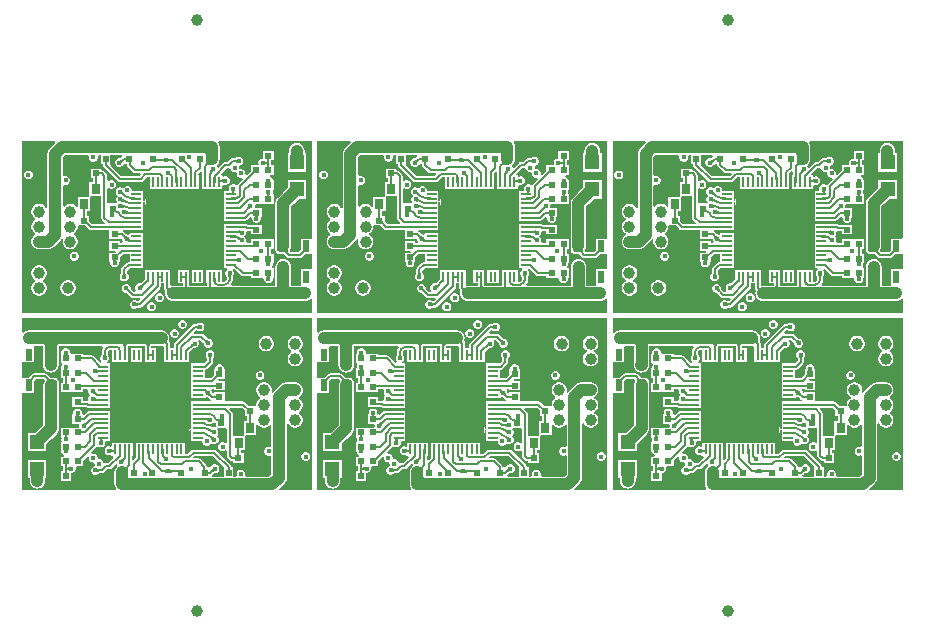
<source format=gbl>
G04*
G04 #@! TF.GenerationSoftware,Altium Limited,Altium Designer,21.1.0 (24)*
G04*
G04 Layer_Physical_Order=4*
G04 Layer_Color=16711680*
%FSLAX25Y25*%
%MOIN*%
G70*
G04*
G04 #@! TF.SameCoordinates,3801A82C-AC67-41FB-AA52-F7C80330A8D8*
G04*
G04*
G04 #@! TF.FilePolarity,Positive*
G04*
G01*
G75*
%ADD10C,0.03937*%
%ADD11C,0.00787*%
%ADD12R,0.01968X0.02362*%
%ADD16R,0.02362X0.01968*%
%ADD22C,0.03937*%
%ADD24C,0.01772*%
%ADD25C,0.02756*%
%ADD26R,0.00984X0.03347*%
%ADD27R,0.03347X0.00984*%
%ADD28R,0.25591X0.25591*%
%ADD29R,0.05000X0.05000*%
%ADD30R,0.03051X0.03445*%
%ADD31R,0.02165X0.03937*%
%ADD32C,0.01181*%
%ADD33C,0.00787*%
G36*
X231127Y190951D02*
X231052Y190901D01*
X230560Y190409D01*
X230542Y190406D01*
X230503Y190354D01*
X230479Y190345D01*
X230472Y190347D01*
X230397Y190331D01*
X229865D01*
X229322Y190106D01*
X228907Y189691D01*
X228682Y189148D01*
Y188561D01*
X228907Y188018D01*
X229322Y187603D01*
X229865Y187378D01*
X230452D01*
X230995Y187603D01*
X231410Y188018D01*
X231463Y188147D01*
X231891Y188323D01*
X231891Y188323D01*
X232658D01*
Y188194D01*
X232735Y187810D01*
X232952Y187484D01*
X234770Y185667D01*
X235095Y185449D01*
X235479Y185373D01*
X237161D01*
X237352Y184911D01*
X236830Y184389D01*
X230803D01*
X227322Y187870D01*
X227166Y188323D01*
X227166D01*
X227166Y188323D01*
Y191451D01*
X230975D01*
X231127Y190951D01*
D02*
G37*
G36*
X132701D02*
X132626Y190901D01*
X132135Y190409D01*
X132117Y190406D01*
X132078Y190354D01*
X132054Y190345D01*
X132046Y190347D01*
X131972Y190331D01*
X131439D01*
X130897Y190106D01*
X130482Y189691D01*
X130257Y189148D01*
Y188561D01*
X130482Y188018D01*
X130897Y187603D01*
X131439Y187378D01*
X132027D01*
X132569Y187603D01*
X132985Y188018D01*
X133038Y188147D01*
X133465Y188323D01*
X133465Y188323D01*
X134233D01*
Y188194D01*
X134309Y187810D01*
X134527Y187484D01*
X136344Y185667D01*
X136670Y185449D01*
X137054Y185373D01*
X138735D01*
X138927Y184911D01*
X138405Y184389D01*
X132378D01*
X128897Y187870D01*
X128741Y188323D01*
X128741D01*
X128741Y188323D01*
Y191451D01*
X132550D01*
X132701Y190951D01*
D02*
G37*
G36*
X34276D02*
X34201Y190901D01*
X33710Y190409D01*
X33692Y190406D01*
X33653Y190354D01*
X33629Y190345D01*
X33621Y190347D01*
X33547Y190331D01*
X33014D01*
X32472Y190106D01*
X32056Y189691D01*
X31831Y189148D01*
Y188561D01*
X32056Y188018D01*
X32472Y187603D01*
X33014Y187378D01*
X33601D01*
X34144Y187603D01*
X34560Y188018D01*
X34613Y188147D01*
X35040Y188323D01*
X35040Y188323D01*
X35808D01*
Y188194D01*
X35884Y187810D01*
X36102Y187484D01*
X37919Y185667D01*
X38245Y185449D01*
X38629Y185373D01*
X40310D01*
X40502Y184911D01*
X39980Y184389D01*
X33953D01*
X30472Y187870D01*
X30316Y188323D01*
X30316D01*
X30316Y188323D01*
Y191451D01*
X34124D01*
X34276Y190951D01*
D02*
G37*
G36*
X231293Y189165D02*
X231252Y189123D01*
X231215Y189079D01*
X231181Y189034D01*
X231150Y188987D01*
X231122Y188939D01*
X231097Y188889D01*
X231074Y188838D01*
X231055Y188785D01*
X231039Y188730D01*
X231026Y188675D01*
X230355Y189718D01*
X230416Y189707D01*
X230474Y189701D01*
X230531Y189701D01*
X230585Y189707D01*
X230638Y189718D01*
X230689Y189735D01*
X230738Y189758D01*
X230785Y189786D01*
X230830Y189820D01*
X230873Y189859D01*
X231293Y189165D01*
D02*
G37*
G36*
X132867D02*
X132827Y189123D01*
X132790Y189079D01*
X132756Y189034D01*
X132725Y188987D01*
X132696Y188939D01*
X132671Y188889D01*
X132649Y188838D01*
X132630Y188785D01*
X132614Y188730D01*
X132600Y188675D01*
X131930Y189718D01*
X131990Y189707D01*
X132049Y189701D01*
X132105Y189701D01*
X132160Y189707D01*
X132213Y189718D01*
X132264Y189735D01*
X132312Y189758D01*
X132359Y189786D01*
X132404Y189820D01*
X132448Y189859D01*
X132867Y189165D01*
D02*
G37*
G36*
X34442D02*
X34402Y189123D01*
X34365Y189079D01*
X34331Y189034D01*
X34299Y188987D01*
X34271Y188939D01*
X34246Y188889D01*
X34224Y188838D01*
X34205Y188785D01*
X34189Y188730D01*
X34175Y188675D01*
X33505Y189718D01*
X33565Y189707D01*
X33624Y189701D01*
X33680Y189701D01*
X33735Y189707D01*
X33788Y189718D01*
X33838Y189735D01*
X33887Y189758D01*
X33934Y189786D01*
X33979Y189820D01*
X34023Y189859D01*
X34442Y189165D01*
D02*
G37*
G36*
X246387Y190282D02*
X246434Y190243D01*
X246482Y190209D01*
X246531Y190180D01*
X246582Y190155D01*
X246634Y190135D01*
X246688Y190119D01*
X246743Y190108D01*
X246799Y190101D01*
X246857Y190098D01*
Y189311D01*
X246799Y189309D01*
X246743Y189302D01*
X246688Y189291D01*
X246634Y189275D01*
X246582Y189254D01*
X246531Y189230D01*
X246482Y189200D01*
X246434Y189166D01*
X246387Y189128D01*
X246342Y189085D01*
Y190325D01*
X246387Y190282D01*
D02*
G37*
G36*
X245077Y189085D02*
X245032Y189128D01*
X244985Y189166D01*
X244937Y189200D01*
X244888Y189230D01*
X244837Y189254D01*
X244785Y189275D01*
X244731Y189291D01*
X244676Y189302D01*
X244620Y189309D01*
X244562Y189311D01*
Y190098D01*
X244620Y190101D01*
X244676Y190108D01*
X244731Y190119D01*
X244785Y190135D01*
X244837Y190155D01*
X244888Y190180D01*
X244937Y190209D01*
X244985Y190243D01*
X245032Y190282D01*
X245077Y190325D01*
Y189085D01*
D02*
G37*
G36*
X147962Y190282D02*
X148009Y190243D01*
X148056Y190209D01*
X148106Y190180D01*
X148157Y190155D01*
X148209Y190135D01*
X148263Y190119D01*
X148318Y190108D01*
X148374Y190101D01*
X148432Y190098D01*
Y189311D01*
X148374Y189309D01*
X148318Y189302D01*
X148263Y189291D01*
X148209Y189275D01*
X148157Y189254D01*
X148106Y189230D01*
X148056Y189200D01*
X148009Y189166D01*
X147962Y189128D01*
X147917Y189085D01*
Y190325D01*
X147962Y190282D01*
D02*
G37*
G36*
X146652Y189085D02*
X146607Y189128D01*
X146560Y189166D01*
X146512Y189200D01*
X146463Y189230D01*
X146412Y189254D01*
X146360Y189275D01*
X146306Y189291D01*
X146251Y189302D01*
X146194Y189309D01*
X146136Y189311D01*
Y190098D01*
X146194Y190101D01*
X146251Y190108D01*
X146306Y190119D01*
X146360Y190135D01*
X146412Y190155D01*
X146463Y190180D01*
X146512Y190209D01*
X146560Y190243D01*
X146607Y190282D01*
X146652Y190325D01*
Y189085D01*
D02*
G37*
G36*
X49537Y190282D02*
X49583Y190243D01*
X49631Y190209D01*
X49681Y190180D01*
X49731Y190155D01*
X49784Y190135D01*
X49837Y190119D01*
X49892Y190108D01*
X49949Y190101D01*
X50007Y190098D01*
Y189311D01*
X49949Y189309D01*
X49892Y189302D01*
X49837Y189291D01*
X49784Y189275D01*
X49731Y189254D01*
X49681Y189230D01*
X49631Y189200D01*
X49583Y189166D01*
X49537Y189128D01*
X49492Y189085D01*
Y190325D01*
X49537Y190282D01*
D02*
G37*
G36*
X48226Y189085D02*
X48181Y189128D01*
X48135Y189166D01*
X48087Y189200D01*
X48037Y189230D01*
X47987Y189254D01*
X47934Y189275D01*
X47881Y189291D01*
X47826Y189302D01*
X47769Y189309D01*
X47711Y189311D01*
Y190098D01*
X47769Y190101D01*
X47826Y190108D01*
X47881Y190119D01*
X47934Y190135D01*
X47987Y190155D01*
X48037Y190180D01*
X48087Y190209D01*
X48135Y190243D01*
X48181Y190282D01*
X48226Y190325D01*
Y189085D01*
D02*
G37*
G36*
X269357Y188736D02*
X269312Y188779D01*
X269266Y188818D01*
X269217Y188851D01*
X269168Y188881D01*
X269117Y188906D01*
X269065Y188926D01*
X269011Y188942D01*
X268956Y188953D01*
X268899Y188960D01*
X268842Y188962D01*
X268839Y189750D01*
X268897Y189752D01*
X268954Y189759D01*
X269009Y189770D01*
X269062Y189786D01*
X269115Y189806D01*
X269165Y189831D01*
X269215Y189861D01*
X269263Y189895D01*
X269309Y189933D01*
X269354Y189977D01*
X269357Y188736D01*
D02*
G37*
G36*
X170932D02*
X170887Y188779D01*
X170840Y188818D01*
X170792Y188851D01*
X170743Y188881D01*
X170692Y188906D01*
X170640Y188926D01*
X170586Y188942D01*
X170531Y188953D01*
X170474Y188960D01*
X170416Y188962D01*
X170414Y189750D01*
X170472Y189752D01*
X170528Y189759D01*
X170584Y189770D01*
X170637Y189786D01*
X170689Y189806D01*
X170740Y189831D01*
X170790Y189861D01*
X170837Y189895D01*
X170884Y189933D01*
X170929Y189977D01*
X170932Y188736D01*
D02*
G37*
G36*
X72507D02*
X72462Y188779D01*
X72415Y188818D01*
X72367Y188851D01*
X72318Y188881D01*
X72267Y188906D01*
X72215Y188926D01*
X72161Y188942D01*
X72106Y188953D01*
X72049Y188960D01*
X71991Y188962D01*
X71989Y189750D01*
X72047Y189752D01*
X72103Y189759D01*
X72158Y189770D01*
X72212Y189786D01*
X72264Y189806D01*
X72315Y189831D01*
X72364Y189861D01*
X72412Y189895D01*
X72459Y189933D01*
X72504Y189977D01*
X72507Y188736D01*
D02*
G37*
G36*
X278671Y189302D02*
X278717Y189264D01*
X278765Y189230D01*
X278814Y189200D01*
X278865Y189175D01*
X278917Y189155D01*
X278971Y189139D01*
X279026Y189128D01*
X279083Y189121D01*
X279141Y189119D01*
Y188331D01*
X279083Y188329D01*
X279026Y188322D01*
X278971Y188311D01*
X278917Y188295D01*
X278865Y188275D01*
X278814Y188250D01*
X278765Y188221D01*
X278717Y188187D01*
X278671Y188148D01*
X278625Y188105D01*
Y189345D01*
X278671Y189302D01*
D02*
G37*
G36*
X180245D02*
X180292Y189264D01*
X180340Y189230D01*
X180389Y189200D01*
X180440Y189175D01*
X180492Y189155D01*
X180546Y189139D01*
X180601Y189128D01*
X180657Y189121D01*
X180716Y189119D01*
Y188331D01*
X180657Y188329D01*
X180601Y188322D01*
X180546Y188311D01*
X180492Y188295D01*
X180440Y188275D01*
X180389Y188250D01*
X180340Y188221D01*
X180292Y188187D01*
X180245Y188148D01*
X180200Y188105D01*
Y189345D01*
X180245Y189302D01*
D02*
G37*
G36*
X81820D02*
X81867Y189264D01*
X81915Y189230D01*
X81964Y189200D01*
X82015Y189175D01*
X82067Y189155D01*
X82121Y189139D01*
X82176Y189128D01*
X82232Y189121D01*
X82290Y189119D01*
Y188331D01*
X82232Y188329D01*
X82176Y188322D01*
X82121Y188311D01*
X82067Y188295D01*
X82015Y188275D01*
X81964Y188250D01*
X81915Y188221D01*
X81867Y188187D01*
X81820Y188148D01*
X81775Y188105D01*
Y189345D01*
X81820Y189302D01*
D02*
G37*
G36*
X261513Y185669D02*
X261454Y185659D01*
X261398Y185645D01*
X261343Y185627D01*
X261290Y185607D01*
X261239Y185583D01*
X261189Y185557D01*
X261141Y185526D01*
X261096Y185493D01*
X261052Y185456D01*
X261009Y185417D01*
X260350Y185871D01*
X260389Y185914D01*
X260423Y185959D01*
X260452Y186006D01*
X260476Y186056D01*
X260494Y186107D01*
X260507Y186160D01*
X260515Y186215D01*
X260517Y186273D01*
X260514Y186332D01*
X260506Y186393D01*
X261513Y185669D01*
D02*
G37*
G36*
X163087D02*
X163029Y185659D01*
X162973Y185645D01*
X162918Y185627D01*
X162865Y185607D01*
X162813Y185583D01*
X162764Y185557D01*
X162716Y185526D01*
X162670Y185493D01*
X162626Y185456D01*
X162584Y185417D01*
X161925Y185871D01*
X161964Y185914D01*
X161998Y185959D01*
X162027Y186006D01*
X162051Y186056D01*
X162069Y186107D01*
X162082Y186160D01*
X162089Y186215D01*
X162092Y186273D01*
X162089Y186332D01*
X162081Y186393D01*
X163087Y185669D01*
D02*
G37*
G36*
X64662D02*
X64604Y185659D01*
X64547Y185645D01*
X64493Y185627D01*
X64439Y185607D01*
X64388Y185583D01*
X64339Y185557D01*
X64291Y185526D01*
X64245Y185493D01*
X64201Y185456D01*
X64159Y185417D01*
X63500Y185871D01*
X63539Y185914D01*
X63573Y185959D01*
X63602Y186006D01*
X63625Y186056D01*
X63644Y186107D01*
X63657Y186160D01*
X63664Y186215D01*
X63667Y186273D01*
X63664Y186332D01*
X63656Y186393D01*
X64662Y185669D01*
D02*
G37*
G36*
X264796Y182177D02*
X264751Y182220D01*
X264704Y182258D01*
X264656Y182292D01*
X264607Y182322D01*
X264556Y182346D01*
X264504Y182367D01*
X264450Y182383D01*
X264395Y182394D01*
X264338Y182401D01*
X264281Y182403D01*
Y183190D01*
X264338Y183193D01*
X264395Y183200D01*
X264450Y183211D01*
X264504Y183227D01*
X264556Y183247D01*
X264607Y183272D01*
X264656Y183301D01*
X264704Y183335D01*
X264751Y183374D01*
X264796Y183417D01*
Y182177D01*
D02*
G37*
G36*
X166371D02*
X166325Y182220D01*
X166279Y182258D01*
X166231Y182292D01*
X166182Y182322D01*
X166131Y182346D01*
X166079Y182367D01*
X166025Y182383D01*
X165970Y182394D01*
X165913Y182401D01*
X165855Y182403D01*
Y183190D01*
X165913Y183193D01*
X165970Y183200D01*
X166025Y183211D01*
X166079Y183227D01*
X166131Y183247D01*
X166182Y183272D01*
X166231Y183301D01*
X166279Y183335D01*
X166325Y183374D01*
X166371Y183417D01*
Y182177D01*
D02*
G37*
G36*
X67945D02*
X67900Y182220D01*
X67854Y182258D01*
X67806Y182292D01*
X67756Y182322D01*
X67706Y182346D01*
X67653Y182367D01*
X67600Y182383D01*
X67545Y182394D01*
X67488Y182401D01*
X67430Y182403D01*
Y183190D01*
X67488Y183193D01*
X67545Y183200D01*
X67600Y183211D01*
X67653Y183227D01*
X67706Y183247D01*
X67756Y183272D01*
X67806Y183301D01*
X67854Y183335D01*
X67900Y183374D01*
X67945Y183417D01*
Y182177D01*
D02*
G37*
G36*
X280381Y182196D02*
X280343Y182150D01*
X280309Y182102D01*
X280279Y182053D01*
X280254Y182002D01*
X280234Y181949D01*
X280218Y181896D01*
X280207Y181841D01*
X280200Y181784D01*
X280198Y181726D01*
X279410D01*
X279408Y181784D01*
X279401Y181841D01*
X279390Y181896D01*
X279374Y181949D01*
X279354Y182002D01*
X279329Y182053D01*
X279299Y182102D01*
X279265Y182150D01*
X279227Y182196D01*
X279184Y182241D01*
X280424D01*
X280381Y182196D01*
D02*
G37*
G36*
X181956D02*
X181917Y182150D01*
X181883Y182102D01*
X181854Y182053D01*
X181829Y182002D01*
X181809Y181949D01*
X181793Y181896D01*
X181781Y181841D01*
X181775Y181784D01*
X181772Y181726D01*
X180985D01*
X180983Y181784D01*
X180976Y181841D01*
X180965Y181896D01*
X180949Y181949D01*
X180929Y182002D01*
X180903Y182053D01*
X180874Y182102D01*
X180840Y182150D01*
X180802Y182196D01*
X180759Y182241D01*
X181999D01*
X181956Y182196D01*
D02*
G37*
G36*
X83531D02*
X83492Y182150D01*
X83458Y182102D01*
X83429Y182053D01*
X83404Y182002D01*
X83384Y181949D01*
X83368Y181896D01*
X83356Y181841D01*
X83350Y181784D01*
X83347Y181726D01*
X82560D01*
X82558Y181784D01*
X82551Y181841D01*
X82539Y181896D01*
X82524Y181949D01*
X82503Y182002D01*
X82478Y182053D01*
X82449Y182102D01*
X82415Y182150D01*
X82376Y182196D01*
X82333Y182241D01*
X83574D01*
X83531Y182196D01*
D02*
G37*
G36*
X294419Y163561D02*
X293930Y163535D01*
X293919Y163535D01*
X290584D01*
Y160384D01*
X290564Y160287D01*
Y159735D01*
X289856Y159027D01*
X287177D01*
X286922Y159283D01*
Y159720D01*
X286946Y159752D01*
X287204Y160374D01*
X287292Y161042D01*
Y174244D01*
X288139Y175091D01*
X288260Y175184D01*
X289931Y176854D01*
X292461D01*
Y183036D01*
X286280D01*
Y180505D01*
X284702Y178927D01*
X284581Y178834D01*
X282886Y177138D01*
X282475Y176603D01*
X282217Y175981D01*
X282130Y175313D01*
Y161042D01*
X282135Y161000D01*
Y159835D01*
X282211Y159451D01*
X282214Y159447D01*
X282217Y159434D01*
X282434Y159108D01*
X282757Y158785D01*
X282852Y158691D01*
X283103Y158462D01*
X283103Y158417D01*
X283561Y158397D01*
X283568Y158398D01*
X283595Y158398D01*
X284351D01*
X284448Y158417D01*
X284948D01*
X286052Y157314D01*
X286377Y157097D01*
X286761Y157020D01*
X290272D01*
X290656Y157097D01*
X290982Y157314D01*
X292085Y158417D01*
X293919D01*
X293930Y158417D01*
X294419Y158391D01*
Y153325D01*
X293930Y153299D01*
X293919Y153299D01*
X290584D01*
Y148304D01*
X290584Y148181D01*
X290287Y147804D01*
X287514D01*
X287358Y147960D01*
Y150740D01*
X287358Y150740D01*
Y153873D01*
X287397Y154172D01*
X287309Y154840D01*
X287051Y155462D01*
X286641Y155997D01*
X286106Y156407D01*
X285484Y156665D01*
X284816Y156753D01*
X284148Y156665D01*
X283525Y156407D01*
X282991Y155997D01*
X282951Y155957D01*
X282541Y155423D01*
X282283Y154800D01*
X282195Y154132D01*
Y150740D01*
X282195Y150740D01*
Y147956D01*
X282043Y147804D01*
X267599D01*
X267352Y148304D01*
X267519Y148521D01*
X267787Y149168D01*
X267878Y149862D01*
X267874D01*
Y150716D01*
X267903Y150778D01*
X267905Y150811D01*
X267905Y150815D01*
X267906Y150818D01*
X267906Y150820D01*
X267907Y150821D01*
X267909Y150825D01*
X267912Y150830D01*
X267917Y150838D01*
X267926Y150849D01*
X267953Y150877D01*
X267997Y150989D01*
X268123Y151115D01*
X268347Y151657D01*
Y152245D01*
X268123Y152787D01*
X267929Y152980D01*
X268094Y153523D01*
X268297Y153564D01*
X270545Y151316D01*
X270871Y151099D01*
X271255Y151022D01*
X274095D01*
Y150451D01*
X277532D01*
X277639Y150451D01*
X278032D01*
X278327Y150029D01*
Y149817D01*
X278552Y149274D01*
X278967Y148859D01*
X279510Y148634D01*
X280098D01*
X280640Y148859D01*
X281055Y149274D01*
X281280Y149817D01*
Y150404D01*
X281312Y150451D01*
X281575D01*
Y153601D01*
X281231D01*
X281024Y154101D01*
X281055Y154132D01*
X281280Y154675D01*
Y155262D01*
X281283Y155266D01*
X281575D01*
Y158416D01*
X280807D01*
Y160069D01*
X281575D01*
Y163219D01*
X278138D01*
X278032Y163219D01*
X277639D01*
X277532Y163219D01*
X274095D01*
Y162085D01*
X272637D01*
X272303Y162585D01*
X272349Y162695D01*
Y163282D01*
X272124Y163825D01*
X271709Y164240D01*
X272124Y164654D01*
X272349Y165197D01*
Y165633D01*
X272590Y165951D01*
X272769Y166076D01*
X274095D01*
Y164921D01*
X277639D01*
Y168071D01*
X275344D01*
X275284Y168083D01*
X273099D01*
X273093Y168090D01*
X272767Y168307D01*
X272383Y168384D01*
X269581D01*
Y168463D01*
X265054D01*
Y153699D01*
X265927D01*
X266031Y153220D01*
X266031Y153199D01*
X265619Y152787D01*
X265394Y152245D01*
Y151657D01*
X265619Y151115D01*
X265745Y150989D01*
X265788Y150877D01*
X265816Y150848D01*
X265825Y150838D01*
X265830Y150830D01*
X265833Y150825D01*
X265835Y150821D01*
X265836Y150820D01*
X265836Y150818D01*
X265837Y150815D01*
X265837Y150811D01*
X265839Y150778D01*
X265867Y150716D01*
Y149862D01*
X265849D01*
X265799Y149612D01*
X265658Y149400D01*
X265446Y149259D01*
X265196Y149209D01*
Y149191D01*
X264463D01*
Y153109D01*
X259148D01*
Y148581D01*
X259227D01*
Y148013D01*
X259019Y147804D01*
X253561D01*
X253361Y148004D01*
Y148581D01*
X253440D01*
Y153109D01*
X249699D01*
Y148581D01*
X251353D01*
Y148013D01*
X251145Y147804D01*
X247908D01*
X247561Y147758D01*
X247144Y148082D01*
X247140Y148581D01*
X247140D01*
Y153109D01*
X238676D01*
Y150000D01*
X237305Y148629D01*
X237284Y148626D01*
X237248Y148575D01*
X237223Y148566D01*
X237213Y148567D01*
X237132Y148550D01*
X236617D01*
X236074Y148325D01*
X235659Y147909D01*
X235434Y147367D01*
Y146780D01*
X235659Y146237D01*
X235661Y146235D01*
X235487Y145803D01*
X234999Y145752D01*
X233986Y146765D01*
X233962Y146830D01*
X233940Y146854D01*
X233937Y146857D01*
X233935Y146859D01*
X233935Y146861D01*
X233934Y146863D01*
X233933Y146866D01*
X233931Y146872D01*
X233929Y146882D01*
X233928Y146896D01*
X233927Y146935D01*
X233879Y147045D01*
Y147223D01*
X233654Y147765D01*
X233239Y148181D01*
X232696Y148406D01*
X232109D01*
X231566Y148181D01*
X231151Y147765D01*
X230926Y147223D01*
Y146635D01*
X231151Y146093D01*
X231566Y145677D01*
X232109Y145453D01*
X232287D01*
X232396Y145404D01*
X232436Y145403D01*
X232450Y145402D01*
X232459Y145401D01*
X232465Y145399D01*
X232468Y145398D01*
X232470Y145397D01*
X232472Y145396D01*
X232474Y145395D01*
X232478Y145392D01*
X232502Y145370D01*
X232566Y145346D01*
X233897Y144015D01*
X234223Y143797D01*
X234607Y143721D01*
X237003D01*
X237195Y143259D01*
X236484Y142549D01*
X236373D01*
X236311Y142577D01*
X236279Y142579D01*
X236274Y142579D01*
X236271Y142580D01*
X236270Y142580D01*
X236268Y142581D01*
X236264Y142583D01*
X236259Y142586D01*
X236251Y142591D01*
X236241Y142600D01*
X236212Y142628D01*
X236100Y142671D01*
X235974Y142797D01*
X235432Y143021D01*
X234844D01*
X234302Y142797D01*
X233887Y142381D01*
X233662Y141839D01*
Y141251D01*
X233887Y140709D01*
X234302Y140293D01*
X234844Y140069D01*
X235432D01*
X235974Y140293D01*
X236100Y140419D01*
X236212Y140462D01*
X236241Y140490D01*
X236251Y140499D01*
X236259Y140504D01*
X236264Y140507D01*
X236268Y140509D01*
X236270Y140510D01*
X236271Y140510D01*
X236274Y140511D01*
X236279Y140511D01*
X236311Y140513D01*
X236374Y140541D01*
X236900D01*
X237284Y140618D01*
X237610Y140835D01*
X243616Y146842D01*
X243834Y147167D01*
X243910Y147551D01*
Y148581D01*
X245054D01*
Y147073D01*
X245131Y146689D01*
X245348Y146364D01*
X245415Y146297D01*
Y145888D01*
X245327Y145223D01*
X245415Y144555D01*
X245673Y143932D01*
X246083Y143398D01*
X246618Y142988D01*
X247240Y142730D01*
X247908Y142642D01*
X292076D01*
X292744Y142730D01*
X293366Y142988D01*
X293901Y143398D01*
X293919Y143422D01*
X294419Y143252D01*
Y138652D01*
X197708D01*
Y195993D01*
X208620D01*
X208827Y195493D01*
X206884Y193551D01*
X206474Y193016D01*
X206216Y192394D01*
X206128Y191726D01*
Y173846D01*
X205628Y173712D01*
X205395Y174116D01*
X204919Y174592D01*
X204335Y174929D01*
X203684Y175103D01*
X203010D01*
X202360Y174929D01*
X201776Y174592D01*
X201300Y174116D01*
X200963Y173532D01*
X200788Y172881D01*
Y172207D01*
X200963Y171556D01*
X201300Y170973D01*
X201776Y170496D01*
X202059Y170333D01*
Y169756D01*
X201776Y169592D01*
X201300Y169116D01*
X200963Y168532D01*
X200788Y167881D01*
Y167207D01*
X200963Y166557D01*
X201300Y165973D01*
X201776Y165497D01*
X202059Y165333D01*
X202097Y165213D01*
X202057Y164780D01*
X201922Y164677D01*
X201776Y164592D01*
X201656Y164472D01*
X201522Y164369D01*
X201419Y164235D01*
X201300Y164116D01*
X201215Y163969D01*
X201112Y163835D01*
X201047Y163679D01*
X200963Y163532D01*
X200919Y163369D01*
X200854Y163212D01*
X200832Y163045D01*
X200788Y162881D01*
Y162712D01*
X200766Y162544D01*
X200788Y162376D01*
Y162207D01*
X200832Y162044D01*
X200854Y161876D01*
X200919Y161720D01*
X200963Y161556D01*
X201047Y161410D01*
X201112Y161254D01*
X201215Y161119D01*
X201300Y160973D01*
X201419Y160853D01*
X201522Y160719D01*
X201656Y160616D01*
X201776Y160496D01*
X201922Y160412D01*
X202057Y160309D01*
X202213Y160244D01*
X202360Y160160D01*
X202523Y160116D01*
X202679Y160051D01*
X202847Y160029D01*
X203010Y159985D01*
X203180D01*
X203347Y159963D01*
X206403D01*
X207071Y160051D01*
X207694Y160309D01*
X208228Y160719D01*
X210535Y163025D01*
X210854Y163441D01*
X211311Y163216D01*
X211221Y162881D01*
Y162207D01*
X211396Y161556D01*
X211733Y160973D01*
X212209Y160496D01*
X212792Y160160D01*
X213443Y159985D01*
X214117D01*
X214768Y160160D01*
X215352Y160496D01*
X215828Y160973D01*
X216165Y161556D01*
X216339Y162207D01*
Y162881D01*
X216165Y163532D01*
X215828Y164116D01*
X215352Y164592D01*
X215068Y164756D01*
Y165333D01*
X215352Y165497D01*
X215828Y165973D01*
X216165Y166557D01*
X216339Y167207D01*
Y167520D01*
X216618Y167894D01*
X216808Y167902D01*
X218749D01*
X219980Y166671D01*
X220305Y166453D01*
X220690Y166377D01*
X226853D01*
Y163365D01*
X230396D01*
X230396Y163365D01*
X230896Y163448D01*
X231091Y163252D01*
Y163166D01*
X231316Y162623D01*
X231354Y162585D01*
X231147Y162085D01*
X230396D01*
Y162656D01*
X226853D01*
Y159506D01*
X228697D01*
X228944Y159006D01*
X228794Y158809D01*
X226853D01*
Y155660D01*
X227116D01*
Y155093D01*
X227341Y154550D01*
X227756Y154135D01*
X228299Y153910D01*
X228886D01*
X229429Y154135D01*
X229844Y154550D01*
X230069Y155093D01*
Y155660D01*
X230396D01*
Y157390D01*
X231509Y158503D01*
X233558D01*
Y155785D01*
X233293D01*
X232909Y155709D01*
X232584Y155491D01*
X231045Y153953D01*
X230828Y153627D01*
X230751Y153243D01*
Y152030D01*
X230722Y151968D01*
X230721Y151936D01*
X230721Y151931D01*
X230720Y151928D01*
X230719Y151927D01*
X230719Y151925D01*
X230717Y151921D01*
X230714Y151916D01*
X230708Y151908D01*
X230700Y151897D01*
X230672Y151869D01*
X230629Y151757D01*
X230503Y151631D01*
X230278Y151089D01*
Y150501D01*
X230503Y149959D01*
X230919Y149543D01*
X231461Y149319D01*
X232048D01*
X232591Y149543D01*
X233006Y149959D01*
X233231Y150501D01*
Y151089D01*
X233006Y151631D01*
X232881Y151757D01*
X232837Y151869D01*
X232810Y151898D01*
X232801Y151908D01*
X232796Y151916D01*
X232792Y151921D01*
X232791Y151925D01*
X232790Y151927D01*
X232790Y151928D01*
X232789Y151931D01*
X232788Y151936D01*
X232787Y151968D01*
X232758Y152030D01*
Y152828D01*
X233630Y153699D01*
X238085D01*
Y165313D01*
X233558D01*
Y165188D01*
X233058Y164854D01*
X232861Y164936D01*
X232683D01*
X232573Y164984D01*
X232534Y164985D01*
X232520Y164987D01*
X232510Y164988D01*
X232505Y164990D01*
X232501Y164991D01*
X232499Y164992D01*
X232498Y164992D01*
X232495Y164994D01*
X232492Y164997D01*
X232468Y165019D01*
X232403Y165043D01*
X231797Y165649D01*
X231471Y165866D01*
X231420Y165877D01*
X231469Y166377D01*
X233558D01*
Y166298D01*
X238085D01*
Y175558D01*
X238585Y175591D01*
X238601Y175472D01*
X238649Y175105D01*
X238907Y174483D01*
X239317Y173948D01*
X244871Y168394D01*
X245331Y168042D01*
X248605Y164768D01*
X249139Y164358D01*
X249762Y164100D01*
X250430Y164012D01*
X259507D01*
X259847Y163671D01*
X260382Y163261D01*
X261004Y163003D01*
X261672Y162915D01*
X262340Y163003D01*
X262963Y163261D01*
X263497Y163671D01*
X263908Y164206D01*
X264165Y164829D01*
X264253Y165497D01*
X264165Y166165D01*
X263908Y166787D01*
X263497Y167322D01*
X262401Y168418D01*
X261866Y168828D01*
X261244Y169086D01*
X260576Y169174D01*
X251605D01*
Y171118D01*
X251517Y171786D01*
X251259Y172409D01*
X250849Y172943D01*
X248302Y175489D01*
X247768Y175900D01*
X247145Y176157D01*
X246477Y176245D01*
X245809Y176158D01*
X245187Y175900D01*
X244892Y175674D01*
X242968Y177598D01*
X242433Y178008D01*
X241811Y178266D01*
X241143Y178354D01*
X240474Y178266D01*
X239852Y178008D01*
X239317Y177598D01*
X238907Y177064D01*
X238649Y176441D01*
X238601Y176074D01*
X238585Y175955D01*
X238085Y175988D01*
Y179487D01*
X234320D01*
Y179881D01*
X234095Y180423D01*
X233680Y180839D01*
X233137Y181063D01*
X232550D01*
X232007Y180839D01*
X231592Y180423D01*
X231056Y180435D01*
X230691Y180587D01*
X230104D01*
X229561Y180362D01*
X229146Y179946D01*
X228921Y179404D01*
Y178816D01*
X229146Y178274D01*
X229558Y177861D01*
X229211Y177514D01*
X228986Y176972D01*
Y176384D01*
X229211Y175842D01*
X229361Y175691D01*
X229124Y175221D01*
X226427D01*
X226169Y175614D01*
Y180061D01*
X226669Y180268D01*
X226704Y180233D01*
X227246Y180008D01*
X227834D01*
X228376Y180233D01*
X228792Y180649D01*
X229016Y181191D01*
Y181778D01*
X228792Y182321D01*
X228376Y182736D01*
X227834Y182961D01*
X227246D01*
X226704Y182736D01*
X226669Y182701D01*
X226169Y182908D01*
Y184442D01*
X226092Y184826D01*
X225875Y185152D01*
X225092Y185934D01*
X224766Y186152D01*
X224382Y186228D01*
X224105D01*
Y186800D01*
X220562D01*
Y183650D01*
X221330D01*
Y182430D01*
X220119D01*
Y177804D01*
X219862Y177410D01*
X216280D01*
Y174333D01*
X215986Y174191D01*
X215780Y174163D01*
X215352Y174592D01*
X214768Y174929D01*
X214117Y175103D01*
X213443D01*
X212792Y174929D01*
X212209Y174592D01*
X211790Y174173D01*
X211548Y174213D01*
X211291Y174350D01*
Y181171D01*
X211790Y181505D01*
X211948Y181440D01*
X212536D01*
X213078Y181665D01*
X213493Y182080D01*
X213718Y182623D01*
Y183210D01*
X213493Y183753D01*
X213078Y184168D01*
X212536Y184393D01*
X211948D01*
X211790Y184327D01*
X211291Y184661D01*
Y190656D01*
X212085Y191451D01*
X219656D01*
X219990Y190951D01*
X219961Y190881D01*
Y190293D01*
X220186Y189751D01*
X220602Y189335D01*
X221144Y189111D01*
X221731D01*
X222274Y189335D01*
X222689Y189751D01*
X222914Y190293D01*
Y190881D01*
X222885Y190951D01*
X223219Y191451D01*
X224016D01*
Y188323D01*
X224588D01*
Y188182D01*
X224664Y187798D01*
X224882Y187472D01*
X229678Y182676D01*
X230003Y182459D01*
X230387Y182382D01*
X237246D01*
X237630Y182459D01*
X237956Y182676D01*
X239274Y183995D01*
X240251D01*
Y180077D01*
X256589D01*
Y184605D01*
X256510D01*
Y185150D01*
X257289Y185929D01*
X257751Y185737D01*
Y184605D01*
X257574D01*
Y180077D01*
X264463D01*
Y181057D01*
X264963Y181391D01*
X265135Y181320D01*
X265722D01*
X266265Y181545D01*
X266680Y181960D01*
X266905Y182503D01*
Y183090D01*
X266680Y183633D01*
X266265Y184048D01*
X265722Y184273D01*
X265135D01*
X264963Y184202D01*
X264463Y184536D01*
Y184605D01*
X264159D01*
X263968Y185067D01*
X265906Y187005D01*
X266550D01*
X266736Y187041D01*
X267184Y186789D01*
X267261Y186698D01*
X267460Y186217D01*
X267876Y185801D01*
X268418Y185577D01*
X268753D01*
X269019Y185548D01*
X269215Y185122D01*
Y184939D01*
X269440Y184397D01*
X269855Y183981D01*
X270398Y183756D01*
X270985D01*
X270996Y183761D01*
X271279Y183337D01*
X269578Y181636D01*
X269499Y181517D01*
X268924Y181404D01*
X268875Y181415D01*
X268365Y181626D01*
X267777D01*
X267235Y181402D01*
X266819Y180986D01*
X266595Y180444D01*
Y179856D01*
X266348Y179487D01*
X265054D01*
Y169447D01*
X269581D01*
Y169526D01*
X271987D01*
X272371Y169603D01*
X272697Y169820D01*
X273595Y170719D01*
X274095Y170609D01*
X274391Y170231D01*
Y169896D01*
X274615Y169353D01*
X275030Y168938D01*
X275573Y168713D01*
X276161D01*
X276703Y168938D01*
X277118Y169353D01*
X277343Y169896D01*
Y170483D01*
X277427Y170609D01*
X277639D01*
Y173758D01*
X275541D01*
X275315Y174097D01*
Y174684D01*
X275578Y175079D01*
X277532D01*
X277639Y175079D01*
X278032D01*
X278138Y175079D01*
X281575D01*
Y178228D01*
X281518D01*
X281240Y178644D01*
X281280Y178742D01*
Y179329D01*
X281242Y179421D01*
X281575Y179921D01*
X281575D01*
Y183071D01*
X281280D01*
Y183168D01*
X281055Y183710D01*
X280640Y184126D01*
X280379Y184234D01*
X280479Y184734D01*
X281575D01*
Y187883D01*
X280807D01*
Y189567D01*
X281575D01*
Y192717D01*
X278032D01*
Y190202D01*
X277699D01*
X277156Y189977D01*
X276741Y189561D01*
X276517Y189019D01*
Y188432D01*
X276536Y188383D01*
X276202Y187883D01*
X274095D01*
Y186153D01*
X272587Y184645D01*
X272163Y184928D01*
X272168Y184939D01*
Y185526D01*
X271943Y186069D01*
X271528Y186484D01*
X270985Y186709D01*
X270650D01*
X270385Y186738D01*
X270188Y187164D01*
Y187347D01*
X270158Y187420D01*
X270475Y187962D01*
X270825Y188107D01*
X271240Y188522D01*
X271465Y189065D01*
Y189652D01*
X271240Y190194D01*
X270825Y190610D01*
X270282Y190834D01*
X269695D01*
X269152Y190610D01*
X269024Y190482D01*
X268912Y190438D01*
X268883Y190410D01*
X268872Y190402D01*
X268865Y190396D01*
X268860Y190393D01*
X268857Y190392D01*
X268855Y190391D01*
X268853Y190391D01*
X268851Y190390D01*
X268846Y190390D01*
X268814Y190388D01*
X268752Y190359D01*
X267898D01*
X267514Y190283D01*
X267188Y190065D01*
X266134Y189012D01*
X265491D01*
X265107Y188935D01*
X264781Y188718D01*
X263251Y187188D01*
X262662Y187305D01*
X262630Y187381D01*
X262690Y188029D01*
X262849Y188152D01*
X263260Y188686D01*
X263517Y189309D01*
X263605Y189977D01*
Y193914D01*
X263598Y193973D01*
X263605Y194032D01*
X263517Y194700D01*
X263260Y195322D01*
X263128Y195493D01*
X263375Y195993D01*
X294419D01*
Y163561D01*
D02*
G37*
G36*
X195994D02*
X195505Y163535D01*
X195494Y163535D01*
X192158D01*
Y160384D01*
X192139Y160287D01*
Y159735D01*
X191431Y159027D01*
X188752D01*
X188496Y159283D01*
Y159720D01*
X188521Y159752D01*
X188779Y160374D01*
X188866Y161042D01*
Y174244D01*
X189714Y175091D01*
X189835Y175184D01*
X191505Y176854D01*
X194036D01*
Y183036D01*
X187855D01*
Y180505D01*
X186277Y178927D01*
X186156Y178834D01*
X184460Y177138D01*
X184050Y176603D01*
X183792Y175981D01*
X183704Y175313D01*
Y161042D01*
X183710Y161000D01*
Y159835D01*
X183786Y159451D01*
X183789Y159447D01*
X183791Y159434D01*
X184009Y159108D01*
X184332Y158785D01*
X184426Y158691D01*
X184678Y158462D01*
X184678Y158417D01*
X185136Y158397D01*
X185143Y158398D01*
X185170Y158398D01*
X185926D01*
X186023Y158417D01*
X186523D01*
X187627Y157314D01*
X187952Y157097D01*
X188336Y157020D01*
X191847D01*
X192231Y157097D01*
X192556Y157314D01*
X193660Y158417D01*
X195494D01*
X195505Y158417D01*
X195994Y158391D01*
Y153325D01*
X195505Y153299D01*
X195494Y153299D01*
X192158D01*
Y148304D01*
X192158Y148181D01*
X191862Y147804D01*
X189088D01*
X188933Y147960D01*
Y150740D01*
X188932Y150740D01*
Y153873D01*
X188972Y154172D01*
X188884Y154840D01*
X188626Y155462D01*
X188216Y155997D01*
X187681Y156407D01*
X187059Y156665D01*
X186391Y156753D01*
X185723Y156665D01*
X185100Y156407D01*
X184566Y155997D01*
X184526Y155957D01*
X184116Y155423D01*
X183858Y154800D01*
X183770Y154132D01*
Y150740D01*
X183770Y150740D01*
Y147956D01*
X183618Y147804D01*
X169173D01*
X168927Y148304D01*
X169094Y148521D01*
X169361Y149168D01*
X169453Y149862D01*
X169449D01*
Y150716D01*
X169478Y150778D01*
X169479Y150811D01*
X169480Y150815D01*
X169480Y150818D01*
X169481Y150820D01*
X169482Y150821D01*
X169483Y150825D01*
X169487Y150830D01*
X169492Y150838D01*
X169501Y150849D01*
X169528Y150877D01*
X169571Y150989D01*
X169697Y151115D01*
X169922Y151657D01*
Y152245D01*
X169697Y152787D01*
X169504Y152980D01*
X169668Y153523D01*
X169872Y153564D01*
X172120Y151316D01*
X172445Y151099D01*
X172829Y151022D01*
X175670D01*
Y150451D01*
X179107D01*
X179213Y150451D01*
X179607D01*
X179902Y150029D01*
Y149817D01*
X180127Y149274D01*
X180542Y148859D01*
X181085Y148634D01*
X181672D01*
X182215Y148859D01*
X182630Y149274D01*
X182855Y149817D01*
Y150404D01*
X182887Y150451D01*
X183150D01*
Y153601D01*
X182806D01*
X182599Y154101D01*
X182630Y154132D01*
X182855Y154675D01*
Y155262D01*
X182858Y155266D01*
X183150D01*
Y158416D01*
X182382D01*
Y160069D01*
X183150D01*
Y163219D01*
X179713D01*
X179607Y163219D01*
X179213D01*
X179107Y163219D01*
X175670D01*
Y162085D01*
X174212D01*
X173878Y162585D01*
X173924Y162695D01*
Y163282D01*
X173699Y163825D01*
X173284Y164240D01*
X173699Y164654D01*
X173924Y165197D01*
Y165633D01*
X174165Y165951D01*
X174344Y166076D01*
X175670D01*
Y164921D01*
X179213D01*
Y168071D01*
X176919D01*
X176858Y168083D01*
X174674D01*
X174667Y168090D01*
X174342Y168307D01*
X173958Y168384D01*
X171156D01*
Y168463D01*
X166629D01*
Y153699D01*
X167501D01*
X167606Y153220D01*
X167606Y153199D01*
X167194Y152787D01*
X166969Y152245D01*
Y151657D01*
X167194Y151115D01*
X167320Y150989D01*
X167363Y150877D01*
X167391Y150848D01*
X167399Y150838D01*
X167405Y150830D01*
X167408Y150825D01*
X167410Y150821D01*
X167410Y150820D01*
X167411Y150818D01*
X167411Y150815D01*
X167412Y150811D01*
X167413Y150778D01*
X167442Y150716D01*
Y149862D01*
X167424D01*
X167374Y149612D01*
X167233Y149400D01*
X167021Y149259D01*
X166771Y149209D01*
Y149191D01*
X166038D01*
Y153109D01*
X160723D01*
Y148581D01*
X160802D01*
Y148013D01*
X160593Y147804D01*
X155136D01*
X154935Y148004D01*
Y148581D01*
X155014D01*
Y153109D01*
X151274D01*
Y148581D01*
X152928D01*
Y148013D01*
X152719Y147804D01*
X149483D01*
X149136Y147758D01*
X148718Y148082D01*
X148715Y148581D01*
X148715D01*
Y153109D01*
X140251D01*
Y150000D01*
X138880Y148629D01*
X138859Y148626D01*
X138822Y148575D01*
X138797Y148566D01*
X138788Y148567D01*
X138706Y148550D01*
X138191D01*
X137649Y148325D01*
X137233Y147909D01*
X137009Y147367D01*
Y146780D01*
X137233Y146237D01*
X137236Y146235D01*
X137062Y145803D01*
X136573Y145752D01*
X135560Y146765D01*
X135537Y146830D01*
X135515Y146854D01*
X135512Y146857D01*
X135510Y146859D01*
X135509Y146861D01*
X135509Y146863D01*
X135507Y146866D01*
X135506Y146872D01*
X135504Y146882D01*
X135503Y146896D01*
X135502Y146935D01*
X135453Y147045D01*
Y147223D01*
X135229Y147765D01*
X134813Y148181D01*
X134271Y148406D01*
X133684D01*
X133141Y148181D01*
X132726Y147765D01*
X132501Y147223D01*
Y146635D01*
X132726Y146093D01*
X133141Y145677D01*
X133684Y145453D01*
X133861D01*
X133971Y145404D01*
X134011Y145403D01*
X134024Y145402D01*
X134034Y145401D01*
X134040Y145399D01*
X134043Y145398D01*
X134045Y145397D01*
X134047Y145396D01*
X134049Y145395D01*
X134053Y145392D01*
X134076Y145370D01*
X134141Y145346D01*
X135472Y144015D01*
X135798Y143797D01*
X136182Y143721D01*
X138578D01*
X138770Y143259D01*
X138059Y142549D01*
X137948D01*
X137886Y142577D01*
X137854Y142579D01*
X137849Y142579D01*
X137846Y142580D01*
X137845Y142580D01*
X137842Y142581D01*
X137839Y142583D01*
X137834Y142586D01*
X137826Y142591D01*
X137815Y142600D01*
X137787Y142628D01*
X137675Y142671D01*
X137549Y142797D01*
X137006Y143021D01*
X136419D01*
X135877Y142797D01*
X135461Y142381D01*
X135237Y141839D01*
Y141251D01*
X135461Y140709D01*
X135877Y140293D01*
X136419Y140069D01*
X137006D01*
X137549Y140293D01*
X137675Y140419D01*
X137787Y140462D01*
X137815Y140490D01*
X137826Y140499D01*
X137834Y140504D01*
X137839Y140507D01*
X137843Y140509D01*
X137845Y140510D01*
X137846Y140510D01*
X137849Y140511D01*
X137854Y140511D01*
X137886Y140513D01*
X137948Y140541D01*
X138475D01*
X138859Y140618D01*
X139184Y140835D01*
X145191Y146842D01*
X145408Y147167D01*
X145485Y147551D01*
Y148581D01*
X146629D01*
Y147073D01*
X146705Y146689D01*
X146923Y146364D01*
X146989Y146297D01*
Y145888D01*
X146902Y145223D01*
X146990Y144555D01*
X147248Y143932D01*
X147658Y143398D01*
X148192Y142988D01*
X148815Y142730D01*
X149483Y142642D01*
X193650D01*
X194318Y142730D01*
X194941Y142988D01*
X195476Y143398D01*
X195494Y143422D01*
X195994Y143252D01*
Y138652D01*
X99283D01*
Y195993D01*
X110195D01*
X110402Y195493D01*
X108459Y193551D01*
X108049Y193016D01*
X107791Y192394D01*
X107703Y191726D01*
Y173846D01*
X107203Y173712D01*
X106970Y174116D01*
X106493Y174592D01*
X105910Y174929D01*
X105259Y175103D01*
X104585D01*
X103934Y174929D01*
X103351Y174592D01*
X102874Y174116D01*
X102537Y173532D01*
X102363Y172881D01*
Y172207D01*
X102537Y171556D01*
X102874Y170973D01*
X103351Y170496D01*
X103634Y170333D01*
Y169756D01*
X103351Y169592D01*
X102874Y169116D01*
X102537Y168532D01*
X102363Y167881D01*
Y167207D01*
X102537Y166557D01*
X102874Y165973D01*
X103351Y165497D01*
X103634Y165333D01*
X103672Y165213D01*
X103631Y164780D01*
X103497Y164677D01*
X103351Y164592D01*
X103231Y164472D01*
X103097Y164369D01*
X102994Y164235D01*
X102874Y164116D01*
X102790Y163969D01*
X102687Y163835D01*
X102622Y163679D01*
X102537Y163532D01*
X102494Y163369D01*
X102429Y163212D01*
X102407Y163045D01*
X102363Y162881D01*
Y162712D01*
X102341Y162544D01*
X102363Y162376D01*
Y162207D01*
X102407Y162044D01*
X102429Y161876D01*
X102494Y161720D01*
X102537Y161556D01*
X102622Y161410D01*
X102687Y161254D01*
X102790Y161119D01*
X102874Y160973D01*
X102994Y160853D01*
X103097Y160719D01*
X103231Y160616D01*
X103351Y160496D01*
X103497Y160412D01*
X103631Y160309D01*
X103788Y160244D01*
X103934Y160160D01*
X104098Y160116D01*
X104254Y160051D01*
X104422Y160029D01*
X104585Y159985D01*
X104754D01*
X104922Y159963D01*
X107978D01*
X108646Y160051D01*
X109268Y160309D01*
X109803Y160719D01*
X112109Y163025D01*
X112428Y163441D01*
X112886Y163216D01*
X112796Y162881D01*
Y162207D01*
X112970Y161556D01*
X113307Y160973D01*
X113784Y160496D01*
X114367Y160160D01*
X115018Y159985D01*
X115692D01*
X116343Y160160D01*
X116926Y160496D01*
X117403Y160973D01*
X117740Y161556D01*
X117914Y162207D01*
Y162881D01*
X117740Y163532D01*
X117403Y164116D01*
X116926Y164592D01*
X116643Y164756D01*
Y165333D01*
X116926Y165497D01*
X117403Y165973D01*
X117740Y166557D01*
X117914Y167207D01*
Y167520D01*
X118193Y167894D01*
X118383Y167902D01*
X120324D01*
X121555Y166671D01*
X121880Y166453D01*
X122264Y166377D01*
X128428D01*
Y163365D01*
X131971D01*
X131971Y163365D01*
X132471Y163448D01*
X132666Y163252D01*
Y163166D01*
X132890Y162623D01*
X132929Y162585D01*
X132722Y162085D01*
X131971D01*
Y162656D01*
X128428D01*
Y159506D01*
X130272D01*
X130519Y159006D01*
X130368Y158809D01*
X128428D01*
Y155660D01*
X128691D01*
Y155093D01*
X128916Y154550D01*
X129331Y154135D01*
X129874Y153910D01*
X130461D01*
X131004Y154135D01*
X131419Y154550D01*
X131644Y155093D01*
Y155660D01*
X131971D01*
Y157390D01*
X133084Y158503D01*
X135133D01*
Y155785D01*
X134868D01*
X134484Y155709D01*
X134158Y155491D01*
X132620Y153953D01*
X132402Y153627D01*
X132326Y153243D01*
Y152030D01*
X132297Y151968D01*
X132296Y151936D01*
X132295Y151931D01*
X132295Y151928D01*
X132294Y151927D01*
X132293Y151925D01*
X132292Y151921D01*
X132289Y151916D01*
X132283Y151908D01*
X132274Y151897D01*
X132247Y151869D01*
X132204Y151757D01*
X132078Y151631D01*
X131853Y151089D01*
Y150501D01*
X132078Y149959D01*
X132493Y149543D01*
X133036Y149319D01*
X133623D01*
X134166Y149543D01*
X134581Y149959D01*
X134806Y150501D01*
Y151089D01*
X134581Y151631D01*
X134455Y151757D01*
X134412Y151869D01*
X134385Y151898D01*
X134376Y151908D01*
X134371Y151916D01*
X134367Y151921D01*
X134366Y151925D01*
X134365Y151927D01*
X134364Y151928D01*
X134364Y151931D01*
X134363Y151936D01*
X134362Y151968D01*
X134333Y152030D01*
Y152828D01*
X135205Y153699D01*
X139660D01*
Y165313D01*
X135133D01*
Y165188D01*
X134633Y164854D01*
X134436Y164936D01*
X134258D01*
X134148Y164984D01*
X134109Y164985D01*
X134095Y164987D01*
X134085Y164988D01*
X134079Y164990D01*
X134076Y164991D01*
X134074Y164992D01*
X134072Y164992D01*
X134070Y164994D01*
X134066Y164997D01*
X134043Y165019D01*
X133978Y165043D01*
X133372Y165649D01*
X133046Y165866D01*
X132995Y165877D01*
X133044Y166377D01*
X135133D01*
Y166298D01*
X139660D01*
Y175558D01*
X140160Y175591D01*
X140176Y175472D01*
X140224Y175105D01*
X140482Y174483D01*
X140892Y173948D01*
X146446Y168394D01*
X146906Y168042D01*
X150179Y164768D01*
X150714Y164358D01*
X151336Y164100D01*
X152005Y164012D01*
X161082D01*
X161422Y163671D01*
X161957Y163261D01*
X162579Y163003D01*
X163247Y162915D01*
X163915Y163003D01*
X164538Y163261D01*
X165072Y163671D01*
X165482Y164206D01*
X165740Y164829D01*
X165828Y165497D01*
X165740Y166165D01*
X165482Y166787D01*
X165072Y167322D01*
X163976Y168418D01*
X163441Y168828D01*
X162819Y169086D01*
X162151Y169174D01*
X153179D01*
Y171118D01*
X153091Y171786D01*
X152833Y172409D01*
X152423Y172943D01*
X149877Y175489D01*
X149343Y175900D01*
X148720Y176157D01*
X148052Y176245D01*
X147384Y176158D01*
X146761Y175900D01*
X146467Y175674D01*
X144542Y177598D01*
X144008Y178008D01*
X143385Y178266D01*
X142717Y178354D01*
X142049Y178266D01*
X141427Y178008D01*
X140892Y177598D01*
X140482Y177064D01*
X140224Y176441D01*
X140176Y176074D01*
X140160Y175955D01*
X139660Y175988D01*
Y179487D01*
X135895D01*
Y179881D01*
X135670Y180423D01*
X135255Y180839D01*
X134712Y181063D01*
X134125D01*
X133582Y180839D01*
X133167Y180423D01*
X132631Y180435D01*
X132266Y180587D01*
X131678D01*
X131136Y180362D01*
X130721Y179946D01*
X130496Y179404D01*
Y178816D01*
X130721Y178274D01*
X131133Y177861D01*
X130786Y177514D01*
X130561Y176972D01*
Y176384D01*
X130786Y175842D01*
X130936Y175691D01*
X130699Y175221D01*
X128002D01*
X127743Y175614D01*
Y180061D01*
X128244Y180268D01*
X128279Y180233D01*
X128821Y180008D01*
X129409D01*
X129951Y180233D01*
X130367Y180649D01*
X130591Y181191D01*
Y181778D01*
X130367Y182321D01*
X129951Y182736D01*
X129409Y182961D01*
X128821D01*
X128279Y182736D01*
X128244Y182701D01*
X127743Y182908D01*
Y184442D01*
X127667Y184826D01*
X127450Y185152D01*
X126667Y185934D01*
X126341Y186152D01*
X125957Y186228D01*
X125680D01*
Y186800D01*
X122136D01*
Y183650D01*
X122905D01*
Y182430D01*
X121693D01*
Y177804D01*
X121437Y177410D01*
X117855D01*
Y174333D01*
X117561Y174191D01*
X117355Y174163D01*
X116926Y174592D01*
X116343Y174929D01*
X115692Y175103D01*
X115018D01*
X114367Y174929D01*
X113784Y174592D01*
X113365Y174173D01*
X113123Y174213D01*
X112865Y174350D01*
Y181171D01*
X113365Y181505D01*
X113523Y181440D01*
X114110D01*
X114653Y181665D01*
X115068Y182080D01*
X115293Y182623D01*
Y183210D01*
X115068Y183753D01*
X114653Y184168D01*
X114110Y184393D01*
X113523D01*
X113365Y184327D01*
X112865Y184661D01*
Y190656D01*
X113660Y191451D01*
X121231D01*
X121565Y190951D01*
X121536Y190881D01*
Y190293D01*
X121761Y189751D01*
X122176Y189335D01*
X122719Y189111D01*
X123306D01*
X123849Y189335D01*
X124264Y189751D01*
X124489Y190293D01*
Y190881D01*
X124460Y190951D01*
X124794Y191451D01*
X125591D01*
Y188323D01*
X126163D01*
Y188182D01*
X126239Y187798D01*
X126456Y187472D01*
X131253Y182676D01*
X131578Y182459D01*
X131962Y182382D01*
X138821D01*
X139205Y182459D01*
X139531Y182676D01*
X140849Y183995D01*
X141825D01*
Y180077D01*
X158164D01*
Y184605D01*
X158085D01*
Y185150D01*
X158864Y185929D01*
X159326Y185737D01*
Y184605D01*
X159148D01*
Y180077D01*
X166038D01*
Y181057D01*
X166538Y181391D01*
X166710Y181320D01*
X167297D01*
X167840Y181545D01*
X168255Y181960D01*
X168480Y182503D01*
Y183090D01*
X168255Y183633D01*
X167840Y184048D01*
X167297Y184273D01*
X166710D01*
X166538Y184202D01*
X166038Y184536D01*
Y184605D01*
X165734D01*
X165543Y185067D01*
X167481Y187005D01*
X168125D01*
X168310Y187041D01*
X168758Y186789D01*
X168836Y186698D01*
X169035Y186217D01*
X169450Y185801D01*
X169993Y185577D01*
X170328D01*
X170594Y185548D01*
X170790Y185122D01*
Y184939D01*
X171015Y184397D01*
X171430Y183981D01*
X171973Y183756D01*
X172560D01*
X172571Y183761D01*
X172854Y183337D01*
X171153Y181636D01*
X171074Y181517D01*
X170499Y181404D01*
X170450Y181415D01*
X169939Y181626D01*
X169352D01*
X168809Y181402D01*
X168394Y180986D01*
X168169Y180444D01*
Y179856D01*
X167922Y179487D01*
X166629D01*
Y169447D01*
X171156D01*
Y169526D01*
X173562D01*
X173946Y169603D01*
X174272Y169820D01*
X175170Y170719D01*
X175670Y170609D01*
X175965Y170231D01*
Y169896D01*
X176190Y169353D01*
X176605Y168938D01*
X177148Y168713D01*
X177735D01*
X178278Y168938D01*
X178693Y169353D01*
X178918Y169896D01*
Y170483D01*
X179002Y170609D01*
X179213D01*
Y173758D01*
X177116D01*
X176890Y174097D01*
Y174684D01*
X177153Y175079D01*
X179107D01*
X179213Y175079D01*
X179607D01*
X179713Y175079D01*
X183150D01*
Y178228D01*
X183092D01*
X182815Y178644D01*
X182855Y178742D01*
Y179329D01*
X182817Y179421D01*
X183150Y179921D01*
X183150D01*
Y183071D01*
X182855D01*
Y183168D01*
X182630Y183710D01*
X182215Y184126D01*
X181954Y184234D01*
X182053Y184734D01*
X183150D01*
Y187883D01*
X182382D01*
Y189567D01*
X183150D01*
Y192717D01*
X179607D01*
Y190202D01*
X179274D01*
X178731Y189977D01*
X178316Y189561D01*
X178091Y189019D01*
Y188432D01*
X178111Y188383D01*
X177777Y187883D01*
X175670D01*
Y186153D01*
X174162Y184645D01*
X173738Y184928D01*
X173743Y184939D01*
Y185526D01*
X173518Y186069D01*
X173102Y186484D01*
X172560Y186709D01*
X172225D01*
X171959Y186738D01*
X171763Y187164D01*
Y187347D01*
X171733Y187420D01*
X172050Y187962D01*
X172399Y188107D01*
X172815Y188522D01*
X173039Y189065D01*
Y189652D01*
X172815Y190194D01*
X172399Y190610D01*
X171857Y190834D01*
X171269D01*
X170727Y190610D01*
X170599Y190482D01*
X170486Y190438D01*
X170458Y190410D01*
X170447Y190402D01*
X170440Y190396D01*
X170434Y190393D01*
X170431Y190392D01*
X170430Y190391D01*
X170428Y190391D01*
X170426Y190390D01*
X170421Y190390D01*
X170389Y190388D01*
X170326Y190359D01*
X169473D01*
X169088Y190283D01*
X168763Y190065D01*
X167709Y189012D01*
X167065D01*
X166681Y188935D01*
X166356Y188718D01*
X164826Y187188D01*
X164236Y187305D01*
X164205Y187381D01*
X164265Y188029D01*
X164424Y188152D01*
X164834Y188686D01*
X165092Y189309D01*
X165180Y189977D01*
Y193914D01*
X165173Y193973D01*
X165180Y194032D01*
X165092Y194700D01*
X164834Y195322D01*
X164703Y195493D01*
X164950Y195993D01*
X195994D01*
Y163561D01*
D02*
G37*
G36*
X97569D02*
X97080Y163535D01*
X97069Y163535D01*
X93733D01*
Y160384D01*
X93714Y160287D01*
Y159735D01*
X93006Y159027D01*
X90327D01*
X90071Y159283D01*
Y159720D01*
X90096Y159752D01*
X90353Y160374D01*
X90441Y161042D01*
Y174244D01*
X91288Y175091D01*
X91409Y175184D01*
X93080Y176854D01*
X95611D01*
Y183036D01*
X89430D01*
Y180505D01*
X87852Y178927D01*
X87731Y178834D01*
X86035Y177138D01*
X85625Y176603D01*
X85367Y175981D01*
X85279Y175313D01*
Y161042D01*
X85285Y161000D01*
Y159835D01*
X85361Y159451D01*
X85364Y159447D01*
X85366Y159434D01*
X85584Y159108D01*
X85907Y158785D01*
X86001Y158691D01*
X86253Y158462D01*
X86253Y158417D01*
X86711Y158397D01*
X86718Y158398D01*
X86745Y158398D01*
X87501D01*
X87598Y158417D01*
X88098D01*
X89201Y157314D01*
X89527Y157097D01*
X89911Y157020D01*
X93422D01*
X93806Y157097D01*
X94131Y157314D01*
X95235Y158417D01*
X97069D01*
X97080Y158417D01*
X97569Y158391D01*
Y153325D01*
X97080Y153299D01*
X97069Y153299D01*
X93733D01*
Y148304D01*
X93733Y148181D01*
X93437Y147804D01*
X90663D01*
X90507Y147960D01*
Y150740D01*
X90507Y150740D01*
Y153873D01*
X90547Y154172D01*
X90459Y154840D01*
X90201Y155462D01*
X89791Y155997D01*
X89256Y156407D01*
X88634Y156665D01*
X87966Y156753D01*
X87297Y156665D01*
X86675Y156407D01*
X86140Y155997D01*
X86101Y155957D01*
X85691Y155423D01*
X85433Y154800D01*
X85345Y154132D01*
Y150740D01*
X85345Y150740D01*
Y147956D01*
X85193Y147804D01*
X70748D01*
X70502Y148304D01*
X70668Y148521D01*
X70936Y149168D01*
X71028Y149862D01*
X71024D01*
Y150716D01*
X71053Y150778D01*
X71054Y150811D01*
X71055Y150815D01*
X71055Y150818D01*
X71056Y150820D01*
X71057Y150821D01*
X71058Y150825D01*
X71061Y150830D01*
X71067Y150838D01*
X71076Y150849D01*
X71103Y150877D01*
X71146Y150989D01*
X71272Y151115D01*
X71497Y151657D01*
Y152245D01*
X71272Y152787D01*
X71079Y152980D01*
X71243Y153523D01*
X71447Y153564D01*
X73695Y151316D01*
X74020Y151099D01*
X74404Y151022D01*
X77245D01*
Y150451D01*
X80682D01*
X80788Y150451D01*
X81182D01*
X81477Y150029D01*
Y149817D01*
X81702Y149274D01*
X82117Y148859D01*
X82660Y148634D01*
X83247D01*
X83790Y148859D01*
X84205Y149274D01*
X84430Y149817D01*
Y150404D01*
X84461Y150451D01*
X84725D01*
Y153601D01*
X84381D01*
X84174Y154101D01*
X84205Y154132D01*
X84430Y154675D01*
Y155262D01*
X84432Y155266D01*
X84725D01*
Y158416D01*
X83957D01*
Y160069D01*
X84725D01*
Y163219D01*
X81288D01*
X81182Y163219D01*
X80788D01*
X80682Y163219D01*
X77245D01*
Y162085D01*
X75787D01*
X75453Y162585D01*
X75498Y162695D01*
Y163282D01*
X75274Y163825D01*
X74859Y164240D01*
X75274Y164654D01*
X75498Y165197D01*
Y165633D01*
X75739Y165951D01*
X75919Y166076D01*
X77245D01*
Y164921D01*
X80788D01*
Y168071D01*
X78494D01*
X78433Y168083D01*
X76249D01*
X76242Y168090D01*
X75917Y168307D01*
X75533Y168384D01*
X72731D01*
Y168463D01*
X68203D01*
Y153699D01*
X69076D01*
X69181Y153220D01*
X69181Y153199D01*
X68769Y152787D01*
X68544Y152245D01*
Y151657D01*
X68769Y151115D01*
X68895Y150989D01*
X68938Y150877D01*
X68965Y150848D01*
X68974Y150838D01*
X68980Y150830D01*
X68983Y150825D01*
X68984Y150821D01*
X68985Y150820D01*
X68986Y150818D01*
X68986Y150815D01*
X68987Y150811D01*
X68988Y150778D01*
X69017Y150716D01*
Y149862D01*
X68999D01*
X68949Y149612D01*
X68808Y149400D01*
X68596Y149259D01*
X68346Y149209D01*
Y149191D01*
X67613D01*
Y153109D01*
X62298D01*
Y148581D01*
X62377D01*
Y148013D01*
X62168Y147804D01*
X56710D01*
X56510Y148004D01*
Y148581D01*
X56589D01*
Y153109D01*
X52849D01*
Y148581D01*
X54503D01*
Y148013D01*
X54294Y147804D01*
X51058D01*
X50711Y147758D01*
X50293Y148082D01*
X50290Y148581D01*
X50290D01*
Y153109D01*
X41826D01*
Y150000D01*
X40454Y148629D01*
X40434Y148626D01*
X40397Y148575D01*
X40372Y148566D01*
X40363Y148567D01*
X40281Y148550D01*
X39766D01*
X39224Y148325D01*
X38808Y147909D01*
X38583Y147367D01*
Y146780D01*
X38808Y146237D01*
X38811Y146235D01*
X38637Y145803D01*
X38148Y145752D01*
X37135Y146765D01*
X37111Y146830D01*
X37089Y146854D01*
X37086Y146857D01*
X37085Y146859D01*
X37084Y146861D01*
X37083Y146863D01*
X37082Y146866D01*
X37081Y146872D01*
X37079Y146882D01*
X37078Y146896D01*
X37077Y146935D01*
X37028Y147045D01*
Y147223D01*
X36804Y147765D01*
X36388Y148181D01*
X35846Y148406D01*
X35258D01*
X34716Y148181D01*
X34300Y147765D01*
X34076Y147223D01*
Y146635D01*
X34300Y146093D01*
X34716Y145677D01*
X35258Y145453D01*
X35436D01*
X35546Y145404D01*
X35585Y145403D01*
X35599Y145402D01*
X35609Y145401D01*
X35615Y145399D01*
X35618Y145398D01*
X35620Y145397D01*
X35622Y145396D01*
X35624Y145395D01*
X35628Y145392D01*
X35651Y145370D01*
X35716Y145346D01*
X37047Y144015D01*
X37373Y143797D01*
X37757Y143721D01*
X40153D01*
X40345Y143259D01*
X39634Y142549D01*
X39523D01*
X39460Y142577D01*
X39428Y142579D01*
X39424Y142579D01*
X39421Y142580D01*
X39419Y142580D01*
X39417Y142581D01*
X39414Y142583D01*
X39409Y142586D01*
X39401Y142591D01*
X39390Y142600D01*
X39362Y142628D01*
X39250Y142671D01*
X39124Y142797D01*
X38581Y143021D01*
X37994D01*
X37451Y142797D01*
X37036Y142381D01*
X36811Y141839D01*
Y141251D01*
X37036Y140709D01*
X37451Y140293D01*
X37994Y140069D01*
X38581D01*
X39124Y140293D01*
X39250Y140419D01*
X39362Y140462D01*
X39390Y140490D01*
X39401Y140499D01*
X39409Y140504D01*
X39414Y140507D01*
X39417Y140509D01*
X39419Y140510D01*
X39421Y140510D01*
X39424Y140511D01*
X39428Y140511D01*
X39460Y140513D01*
X39523Y140541D01*
X40050D01*
X40434Y140618D01*
X40759Y140835D01*
X46766Y146842D01*
X46983Y147167D01*
X47060Y147551D01*
Y148581D01*
X48204D01*
Y147073D01*
X48280Y146689D01*
X48498Y146364D01*
X48564Y146297D01*
Y145888D01*
X48477Y145223D01*
X48565Y144555D01*
X48822Y143932D01*
X49233Y143398D01*
X49767Y142988D01*
X50390Y142730D01*
X51058Y142642D01*
X95225D01*
X95893Y142730D01*
X96516Y142988D01*
X97050Y143398D01*
X97069Y143422D01*
X97569Y143252D01*
Y138652D01*
X858D01*
Y195993D01*
X11769D01*
X11977Y195493D01*
X10034Y193551D01*
X9624Y193016D01*
X9366Y192394D01*
X9278Y191726D01*
Y173846D01*
X8778Y173712D01*
X8545Y174116D01*
X8068Y174592D01*
X7485Y174929D01*
X6834Y175103D01*
X6160D01*
X5509Y174929D01*
X4925Y174592D01*
X4449Y174116D01*
X4112Y173532D01*
X3938Y172881D01*
Y172207D01*
X4112Y171556D01*
X4449Y170973D01*
X4925Y170496D01*
X5209Y170333D01*
Y169756D01*
X4925Y169592D01*
X4449Y169116D01*
X4112Y168532D01*
X3938Y167881D01*
Y167207D01*
X4112Y166557D01*
X4449Y165973D01*
X4925Y165497D01*
X5209Y165333D01*
X5246Y165213D01*
X5206Y164780D01*
X5072Y164677D01*
X4925Y164592D01*
X4806Y164472D01*
X4672Y164369D01*
X4569Y164235D01*
X4449Y164116D01*
X4364Y163969D01*
X4262Y163835D01*
X4197Y163679D01*
X4112Y163532D01*
X4068Y163369D01*
X4004Y163212D01*
X3982Y163045D01*
X3938Y162881D01*
Y162712D01*
X3916Y162544D01*
X3938Y162376D01*
Y162207D01*
X3982Y162044D01*
X4004Y161876D01*
X4068Y161720D01*
X4112Y161556D01*
X4197Y161410D01*
X4262Y161254D01*
X4364Y161119D01*
X4449Y160973D01*
X4569Y160853D01*
X4672Y160719D01*
X4806Y160616D01*
X4925Y160496D01*
X5072Y160412D01*
X5206Y160309D01*
X5363Y160244D01*
X5509Y160160D01*
X5672Y160116D01*
X5829Y160051D01*
X5996Y160029D01*
X6160Y159985D01*
X6329D01*
X6497Y159963D01*
X9553D01*
X10221Y160051D01*
X10843Y160309D01*
X11378Y160719D01*
X13684Y163025D01*
X14003Y163441D01*
X14460Y163216D01*
X14371Y162881D01*
Y162207D01*
X14545Y161556D01*
X14882Y160973D01*
X15359Y160496D01*
X15942Y160160D01*
X16593Y159985D01*
X17267D01*
X17918Y160160D01*
X18501Y160496D01*
X18978Y160973D01*
X19315Y161556D01*
X19489Y162207D01*
Y162881D01*
X19315Y163532D01*
X18978Y164116D01*
X18501Y164592D01*
X18218Y164756D01*
Y165333D01*
X18501Y165497D01*
X18978Y165973D01*
X19315Y166557D01*
X19489Y167207D01*
Y167520D01*
X19768Y167894D01*
X19958Y167902D01*
X21898D01*
X23130Y166671D01*
X23455Y166453D01*
X23839Y166377D01*
X30003D01*
Y163365D01*
X33546D01*
X33546Y163365D01*
X34046Y163448D01*
X34240Y163252D01*
Y163166D01*
X34465Y162623D01*
X34504Y162585D01*
X34297Y162085D01*
X33546D01*
Y162656D01*
X30003D01*
Y159506D01*
X31847D01*
X32094Y159006D01*
X31943Y158809D01*
X30003D01*
Y155660D01*
X30266D01*
Y155093D01*
X30490Y154550D01*
X30906Y154135D01*
X31448Y153910D01*
X32036D01*
X32578Y154135D01*
X32994Y154550D01*
X33219Y155093D01*
Y155660D01*
X33546D01*
Y157390D01*
X34658Y158503D01*
X36707D01*
Y155785D01*
X36443D01*
X36059Y155709D01*
X35733Y155491D01*
X34195Y153953D01*
X33977Y153627D01*
X33901Y153243D01*
Y152030D01*
X33872Y151968D01*
X33871Y151936D01*
X33870Y151931D01*
X33870Y151928D01*
X33869Y151927D01*
X33868Y151925D01*
X33867Y151921D01*
X33863Y151916D01*
X33858Y151908D01*
X33849Y151897D01*
X33822Y151869D01*
X33779Y151757D01*
X33653Y151631D01*
X33428Y151089D01*
Y150501D01*
X33653Y149959D01*
X34068Y149543D01*
X34611Y149319D01*
X35198D01*
X35741Y149543D01*
X36156Y149959D01*
X36381Y150501D01*
Y151089D01*
X36156Y151631D01*
X36030Y151757D01*
X35987Y151869D01*
X35960Y151898D01*
X35951Y151908D01*
X35945Y151916D01*
X35942Y151921D01*
X35940Y151925D01*
X35940Y151927D01*
X35939Y151928D01*
X35939Y151931D01*
X35938Y151936D01*
X35937Y151968D01*
X35908Y152030D01*
Y152828D01*
X36779Y153699D01*
X41235D01*
Y165313D01*
X36707D01*
Y165188D01*
X36207Y164854D01*
X36011Y164936D01*
X35833D01*
X35723Y164984D01*
X35684Y164985D01*
X35669Y164987D01*
X35660Y164988D01*
X35654Y164990D01*
X35651Y164991D01*
X35649Y164992D01*
X35647Y164992D01*
X35645Y164994D01*
X35641Y164997D01*
X35618Y165019D01*
X35553Y165043D01*
X34947Y165649D01*
X34621Y165866D01*
X34569Y165877D01*
X34619Y166377D01*
X36707D01*
Y166298D01*
X41235D01*
Y175558D01*
X41735Y175591D01*
X41751Y175472D01*
X41799Y175105D01*
X42057Y174483D01*
X42467Y173948D01*
X48020Y168394D01*
X48480Y168042D01*
X51754Y164768D01*
X52289Y164358D01*
X52911Y164100D01*
X53579Y164012D01*
X62656D01*
X62997Y163671D01*
X63531Y163261D01*
X64154Y163003D01*
X64822Y162915D01*
X65490Y163003D01*
X66113Y163261D01*
X66647Y163671D01*
X67057Y164206D01*
X67315Y164829D01*
X67403Y165497D01*
X67315Y166165D01*
X67057Y166787D01*
X66647Y167322D01*
X65551Y168418D01*
X65016Y168828D01*
X64394Y169086D01*
X63726Y169174D01*
X54754D01*
Y171118D01*
X54666Y171786D01*
X54408Y172409D01*
X53998Y172943D01*
X51452Y175489D01*
X50917Y175900D01*
X50295Y176157D01*
X49627Y176245D01*
X48959Y176158D01*
X48336Y175900D01*
X48042Y175674D01*
X46117Y177598D01*
X45583Y178008D01*
X44960Y178266D01*
X44292Y178354D01*
X43624Y178266D01*
X43001Y178008D01*
X42467Y177598D01*
X42057Y177064D01*
X41799Y176441D01*
X41751Y176074D01*
X41735Y175955D01*
X41235Y175988D01*
Y179487D01*
X37470D01*
Y179881D01*
X37245Y180423D01*
X36830Y180839D01*
X36287Y181063D01*
X35700D01*
X35157Y180839D01*
X34742Y180423D01*
X34205Y180435D01*
X33841Y180587D01*
X33253D01*
X32711Y180362D01*
X32295Y179946D01*
X32071Y179404D01*
Y178816D01*
X32295Y178274D01*
X32708Y177861D01*
X32361Y177514D01*
X32136Y176972D01*
Y176384D01*
X32361Y175842D01*
X32511Y175691D01*
X32274Y175221D01*
X29577D01*
X29318Y175614D01*
Y180061D01*
X29818Y180268D01*
X29853Y180233D01*
X30396Y180008D01*
X30983D01*
X31526Y180233D01*
X31941Y180649D01*
X32166Y181191D01*
Y181778D01*
X31941Y182321D01*
X31526Y182736D01*
X30983Y182961D01*
X30396D01*
X29853Y182736D01*
X29818Y182701D01*
X29318Y182908D01*
Y184442D01*
X29242Y184826D01*
X29024Y185152D01*
X28242Y185934D01*
X27916Y186152D01*
X27532Y186228D01*
X27255D01*
Y186800D01*
X23711D01*
Y183650D01*
X24479D01*
Y182430D01*
X23268D01*
Y177804D01*
X23012Y177410D01*
X19430D01*
Y174333D01*
X19136Y174191D01*
X18930Y174163D01*
X18501Y174592D01*
X17918Y174929D01*
X17267Y175103D01*
X16593D01*
X15942Y174929D01*
X15359Y174592D01*
X14940Y174173D01*
X14698Y174213D01*
X14440Y174350D01*
Y181171D01*
X14940Y181505D01*
X15098Y181440D01*
X15685D01*
X16228Y181665D01*
X16643Y182080D01*
X16868Y182623D01*
Y183210D01*
X16643Y183753D01*
X16228Y184168D01*
X15685Y184393D01*
X15098D01*
X14940Y184327D01*
X14440Y184661D01*
Y190656D01*
X15234Y191451D01*
X22806D01*
X23140Y190951D01*
X23111Y190881D01*
Y190293D01*
X23336Y189751D01*
X23751Y189335D01*
X24294Y189111D01*
X24881D01*
X25424Y189335D01*
X25839Y189751D01*
X26064Y190293D01*
Y190881D01*
X26035Y190951D01*
X26369Y191451D01*
X27166D01*
Y188323D01*
X27737D01*
Y188182D01*
X27814Y187798D01*
X28031Y187472D01*
X32827Y182676D01*
X33153Y182459D01*
X33537Y182382D01*
X40396D01*
X40780Y182459D01*
X41105Y182676D01*
X42424Y183995D01*
X43400D01*
Y180077D01*
X59739D01*
Y184605D01*
X59660D01*
Y185150D01*
X60439Y185929D01*
X60901Y185737D01*
Y184605D01*
X60723D01*
Y180077D01*
X67613D01*
Y181057D01*
X68113Y181391D01*
X68284Y181320D01*
X68872D01*
X69414Y181545D01*
X69830Y181960D01*
X70054Y182503D01*
Y183090D01*
X69830Y183633D01*
X69414Y184048D01*
X68872Y184273D01*
X68284D01*
X68113Y184202D01*
X67613Y184536D01*
Y184605D01*
X67309D01*
X67118Y185067D01*
X69056Y187005D01*
X69700D01*
X69885Y187041D01*
X70333Y186789D01*
X70411Y186698D01*
X70610Y186217D01*
X71025Y185801D01*
X71568Y185577D01*
X71903D01*
X72169Y185548D01*
X72365Y185122D01*
Y184939D01*
X72589Y184397D01*
X73005Y183981D01*
X73547Y183756D01*
X74135D01*
X74145Y183761D01*
X74429Y183337D01*
X72728Y181636D01*
X72648Y181517D01*
X72074Y181404D01*
X72025Y181415D01*
X71514Y181626D01*
X70927D01*
X70384Y181402D01*
X69969Y180986D01*
X69744Y180444D01*
Y179856D01*
X69497Y179487D01*
X68203D01*
Y169447D01*
X72731D01*
Y169526D01*
X75137D01*
X75521Y169603D01*
X75847Y169820D01*
X76745Y170719D01*
X77245Y170609D01*
X77540Y170231D01*
Y169896D01*
X77765Y169353D01*
X78180Y168938D01*
X78723Y168713D01*
X79310D01*
X79853Y168938D01*
X80268Y169353D01*
X80493Y169896D01*
Y170483D01*
X80577Y170609D01*
X80788D01*
Y173758D01*
X78690D01*
X78464Y174097D01*
Y174684D01*
X78728Y175079D01*
X80682D01*
X80788Y175079D01*
X81182D01*
X81288Y175079D01*
X84725D01*
Y178228D01*
X84667D01*
X84389Y178644D01*
X84430Y178742D01*
Y179329D01*
X84392Y179421D01*
X84725Y179921D01*
X84725D01*
Y183071D01*
X84430D01*
Y183168D01*
X84205Y183710D01*
X83790Y184126D01*
X83529Y184234D01*
X83628Y184734D01*
X84725D01*
Y187883D01*
X83957D01*
Y189567D01*
X84725D01*
Y192717D01*
X81182D01*
Y190202D01*
X80849D01*
X80306Y189977D01*
X79891Y189561D01*
X79666Y189019D01*
Y188432D01*
X79686Y188383D01*
X79352Y187883D01*
X77245D01*
Y186153D01*
X75737Y184645D01*
X75313Y184928D01*
X75317Y184939D01*
Y185526D01*
X75093Y186069D01*
X74677Y186484D01*
X74135Y186709D01*
X73800D01*
X73534Y186738D01*
X73338Y187164D01*
Y187347D01*
X73308Y187420D01*
X73624Y187962D01*
X73974Y188107D01*
X74389Y188522D01*
X74614Y189065D01*
Y189652D01*
X74389Y190194D01*
X73974Y190610D01*
X73431Y190834D01*
X72844D01*
X72302Y190610D01*
X72174Y190482D01*
X72061Y190438D01*
X72033Y190410D01*
X72022Y190402D01*
X72014Y190396D01*
X72009Y190393D01*
X72006Y190392D01*
X72004Y190391D01*
X72003Y190391D01*
X72000Y190390D01*
X71996Y190390D01*
X71964Y190388D01*
X71901Y190359D01*
X71047D01*
X70663Y190283D01*
X70338Y190065D01*
X69284Y189012D01*
X68640D01*
X68256Y188935D01*
X67931Y188718D01*
X66401Y187188D01*
X65811Y187305D01*
X65780Y187381D01*
X65839Y188029D01*
X65999Y188152D01*
X66409Y188686D01*
X66667Y189309D01*
X66755Y189977D01*
Y193914D01*
X66747Y193973D01*
X66755Y194032D01*
X66667Y194700D01*
X66409Y195322D01*
X66278Y195493D01*
X66525Y195993D01*
X97569D01*
Y163561D01*
D02*
G37*
G36*
X268648Y179472D02*
X268610Y179426D01*
X268576Y179378D01*
X268546Y179328D01*
X268521Y179278D01*
X268501Y179225D01*
X268485Y179172D01*
X268474Y179117D01*
X268467Y179060D01*
X268465Y179002D01*
X267677D01*
X267675Y179060D01*
X267668Y179117D01*
X267657Y179172D01*
X267641Y179225D01*
X267621Y179278D01*
X267596Y179328D01*
X267566Y179378D01*
X267532Y179426D01*
X267494Y179472D01*
X267451Y179517D01*
X268691D01*
X268648Y179472D01*
D02*
G37*
G36*
X170223D02*
X170184Y179426D01*
X170150Y179378D01*
X170121Y179328D01*
X170096Y179278D01*
X170076Y179225D01*
X170060Y179172D01*
X170049Y179117D01*
X170042Y179060D01*
X170039Y179002D01*
X169252D01*
X169250Y179060D01*
X169243Y179117D01*
X169232Y179172D01*
X169216Y179225D01*
X169196Y179278D01*
X169171Y179328D01*
X169141Y179378D01*
X169107Y179426D01*
X169069Y179472D01*
X169026Y179517D01*
X170266D01*
X170223Y179472D01*
D02*
G37*
G36*
X71798D02*
X71759Y179426D01*
X71725Y179378D01*
X71696Y179328D01*
X71671Y179278D01*
X71651Y179225D01*
X71635Y179172D01*
X71623Y179117D01*
X71617Y179060D01*
X71614Y179002D01*
X70827D01*
X70825Y179060D01*
X70818Y179117D01*
X70807Y179172D01*
X70791Y179225D01*
X70770Y179278D01*
X70745Y179328D01*
X70716Y179378D01*
X70682Y179426D01*
X70644Y179472D01*
X70601Y179517D01*
X71841D01*
X71798Y179472D01*
D02*
G37*
G36*
X231285Y179176D02*
X231300Y179117D01*
X231318Y179062D01*
X231341Y179009D01*
X231367Y178959D01*
X231398Y178911D01*
X231431Y178867D01*
X231469Y178825D01*
X231511Y178786D01*
X231556Y178750D01*
X231091Y178115D01*
X231043Y178147D01*
X230994Y178175D01*
X230943Y178198D01*
X230890Y178217D01*
X230836Y178232D01*
X230780Y178242D01*
X230723Y178247D01*
X230664Y178248D01*
X230604Y178244D01*
X230542Y178236D01*
X231274Y179237D01*
X231285Y179176D01*
D02*
G37*
G36*
X132860D02*
X132875Y179117D01*
X132893Y179062D01*
X132916Y179009D01*
X132942Y178959D01*
X132972Y178911D01*
X133006Y178867D01*
X133044Y178825D01*
X133086Y178786D01*
X133131Y178750D01*
X132666Y178115D01*
X132618Y178147D01*
X132569Y178175D01*
X132517Y178198D01*
X132465Y178217D01*
X132411Y178232D01*
X132355Y178242D01*
X132298Y178247D01*
X132239Y178248D01*
X132178Y178244D01*
X132117Y178236D01*
X132849Y179237D01*
X132860Y179176D01*
D02*
G37*
G36*
X34435D02*
X34449Y179117D01*
X34468Y179062D01*
X34491Y179009D01*
X34517Y178959D01*
X34547Y178911D01*
X34581Y178867D01*
X34619Y178825D01*
X34660Y178786D01*
X34706Y178750D01*
X34241Y178115D01*
X34193Y178147D01*
X34143Y178175D01*
X34092Y178198D01*
X34040Y178217D01*
X33985Y178232D01*
X33930Y178242D01*
X33872Y178247D01*
X33814Y178248D01*
X33753Y178244D01*
X33691Y178236D01*
X34424Y179237D01*
X34435Y179176D01*
D02*
G37*
G36*
X280381Y178358D02*
X280343Y178311D01*
X280309Y178263D01*
X280279Y178214D01*
X280254Y178163D01*
X280234Y178111D01*
X280218Y178057D01*
X280207Y178002D01*
X280200Y177946D01*
X280198Y177888D01*
X279410Y177887D01*
X279408Y177945D01*
X279401Y178002D01*
X279390Y178057D01*
X279374Y178111D01*
X279354Y178163D01*
X279329Y178214D01*
X279299Y178263D01*
X279265Y178311D01*
X279227Y178358D01*
X279184Y178403D01*
X280424Y178403D01*
X280381Y178358D01*
D02*
G37*
G36*
X181956D02*
X181917Y178311D01*
X181883Y178263D01*
X181854Y178214D01*
X181829Y178163D01*
X181809Y178111D01*
X181793Y178057D01*
X181781Y178002D01*
X181775Y177946D01*
X181772Y177888D01*
X180985Y177887D01*
X180983Y177945D01*
X180976Y178002D01*
X180965Y178057D01*
X180949Y178111D01*
X180928Y178163D01*
X180903Y178214D01*
X180874Y178263D01*
X180840Y178311D01*
X180802Y178358D01*
X180759Y178403D01*
X181999Y178403D01*
X181956Y178358D01*
D02*
G37*
G36*
X83531D02*
X83492Y178311D01*
X83458Y178263D01*
X83429Y178214D01*
X83404Y178163D01*
X83384Y178111D01*
X83368Y178057D01*
X83356Y178002D01*
X83350Y177946D01*
X83347Y177888D01*
X82560Y177887D01*
X82558Y177945D01*
X82551Y178002D01*
X82539Y178057D01*
X82524Y178111D01*
X82503Y178163D01*
X82478Y178214D01*
X82449Y178263D01*
X82415Y178311D01*
X82376Y178358D01*
X82333Y178403D01*
X83574Y178403D01*
X83531Y178358D01*
D02*
G37*
G36*
X231323Y176905D02*
X231349Y176850D01*
X231377Y176798D01*
X231409Y176751D01*
X231444Y176706D01*
X231482Y176665D01*
X231524Y176628D01*
X231568Y176594D01*
X231616Y176563D01*
X231668Y176536D01*
X231327Y175826D01*
X231274Y175849D01*
X231220Y175867D01*
X231165Y175881D01*
X231110Y175890D01*
X231054Y175894D01*
X230997Y175894D01*
X230940Y175889D01*
X230882Y175879D01*
X230823Y175864D01*
X230764Y175845D01*
X231301Y176963D01*
X231323Y176905D01*
D02*
G37*
G36*
X132898D02*
X132923Y176850D01*
X132952Y176798D01*
X132984Y176751D01*
X133019Y176706D01*
X133057Y176665D01*
X133098Y176628D01*
X133143Y176594D01*
X133191Y176563D01*
X133242Y176536D01*
X132902Y175826D01*
X132848Y175849D01*
X132794Y175867D01*
X132740Y175881D01*
X132685Y175890D01*
X132629Y175894D01*
X132572Y175894D01*
X132515Y175889D01*
X132457Y175879D01*
X132398Y175864D01*
X132339Y175845D01*
X132876Y176963D01*
X132898Y176905D01*
D02*
G37*
G36*
X34473D02*
X34498Y176850D01*
X34527Y176798D01*
X34558Y176751D01*
X34593Y176706D01*
X34632Y176665D01*
X34673Y176628D01*
X34718Y176594D01*
X34766Y176563D01*
X34817Y176536D01*
X34476Y175826D01*
X34423Y175849D01*
X34369Y175867D01*
X34315Y175881D01*
X34259Y175890D01*
X34203Y175894D01*
X34147Y175894D01*
X34090Y175889D01*
X34032Y175879D01*
X33973Y175864D01*
X33914Y175845D01*
X34451Y176963D01*
X34473Y176905D01*
D02*
G37*
G36*
X231155Y174866D02*
X231200Y174826D01*
X231247Y174791D01*
X231296Y174760D01*
X231346Y174734D01*
X231398Y174713D01*
X231451Y174695D01*
X231506Y174683D01*
X231562Y174674D01*
X231620Y174671D01*
X231600Y173883D01*
X231542Y173883D01*
X231485Y173877D01*
X231430Y173867D01*
X231376Y173853D01*
X231323Y173834D01*
X231272Y173810D01*
X231222Y173782D01*
X231173Y173749D01*
X231125Y173712D01*
X231079Y173670D01*
X231111Y174910D01*
X231155Y174866D01*
D02*
G37*
G36*
X132730D02*
X132775Y174826D01*
X132822Y174791D01*
X132871Y174760D01*
X132921Y174734D01*
X132973Y174713D01*
X133026Y174695D01*
X133081Y174683D01*
X133137Y174674D01*
X133195Y174671D01*
X133175Y173883D01*
X133117Y173883D01*
X133060Y173877D01*
X133005Y173867D01*
X132951Y173853D01*
X132898Y173834D01*
X132846Y173810D01*
X132796Y173782D01*
X132747Y173749D01*
X132700Y173712D01*
X132654Y173670D01*
X132686Y174910D01*
X132730Y174866D01*
D02*
G37*
G36*
X34304D02*
X34350Y174826D01*
X34397Y174791D01*
X34446Y174760D01*
X34496Y174734D01*
X34547Y174713D01*
X34601Y174695D01*
X34655Y174683D01*
X34712Y174674D01*
X34770Y174671D01*
X34749Y173883D01*
X34692Y173883D01*
X34635Y173877D01*
X34580Y173867D01*
X34525Y173853D01*
X34473Y173834D01*
X34421Y173810D01*
X34371Y173782D01*
X34322Y173749D01*
X34275Y173712D01*
X34229Y173670D01*
X34260Y174910D01*
X34304Y174866D01*
D02*
G37*
G36*
X273830Y173505D02*
X273767Y173503D01*
X273707Y173497D01*
X273649Y173487D01*
X273593Y173473D01*
X273540Y173455D01*
X273488Y173433D01*
X273439Y173406D01*
X273392Y173375D01*
X273348Y173340D01*
X273305Y173300D01*
X272748Y173857D01*
X272788Y173900D01*
X272823Y173944D01*
X272854Y173991D01*
X272881Y174041D01*
X272903Y174092D01*
X272921Y174145D01*
X272936Y174201D01*
X272945Y174259D01*
X272951Y174319D01*
X272953Y174381D01*
X273830Y173505D01*
D02*
G37*
G36*
X175404D02*
X175342Y173503D01*
X175282Y173497D01*
X175224Y173487D01*
X175168Y173473D01*
X175115Y173455D01*
X175063Y173433D01*
X175014Y173406D01*
X174967Y173375D01*
X174922Y173340D01*
X174880Y173300D01*
X174323Y173857D01*
X174363Y173900D01*
X174398Y173944D01*
X174429Y173991D01*
X174455Y174041D01*
X174478Y174092D01*
X174496Y174145D01*
X174510Y174201D01*
X174520Y174259D01*
X174526Y174319D01*
X174527Y174381D01*
X175404Y173505D01*
D02*
G37*
G36*
X76979D02*
X76917Y173503D01*
X76857Y173497D01*
X76799Y173487D01*
X76743Y173473D01*
X76689Y173455D01*
X76638Y173433D01*
X76589Y173406D01*
X76542Y173375D01*
X76497Y173340D01*
X76455Y173300D01*
X75898Y173857D01*
X75937Y173900D01*
X75972Y173944D01*
X76003Y173991D01*
X76030Y174041D01*
X76053Y174092D01*
X76071Y174145D01*
X76085Y174201D01*
X76095Y174259D01*
X76101Y174319D01*
X76102Y174381D01*
X76979Y173505D01*
D02*
G37*
G36*
X228199Y172221D02*
X228218Y171931D01*
X228223Y171916D01*
X228228Y171907D01*
X226988D01*
X226994Y171916D01*
X226999Y171931D01*
X227003Y171953D01*
X227007Y171982D01*
X227013Y172058D01*
X227018Y172289D01*
X228199D01*
X228199Y172221D01*
D02*
G37*
G36*
X129774D02*
X129792Y171931D01*
X129797Y171916D01*
X129803Y171907D01*
X128563D01*
X128569Y171916D01*
X128574Y171931D01*
X128578Y171953D01*
X128582Y171982D01*
X128588Y172058D01*
X128593Y172289D01*
X129774D01*
X129774Y172221D01*
D02*
G37*
G36*
X31349D02*
X31367Y171931D01*
X31372Y171916D01*
X31378Y171907D01*
X30138D01*
X30143Y171916D01*
X30148Y171931D01*
X30153Y171953D01*
X30157Y171982D01*
X30163Y172058D01*
X30167Y172289D01*
X31348D01*
X31349Y172221D01*
D02*
G37*
G36*
X232616Y172865D02*
X232656Y172820D01*
X232698Y172779D01*
X232743Y172742D01*
X232789Y172710D01*
X232837Y172681D01*
X232888Y172658D01*
X232941Y172638D01*
X232995Y172622D01*
X233052Y172611D01*
X232930Y171833D01*
X232873Y171840D01*
X232816Y171842D01*
X232760Y171839D01*
X232704Y171832D01*
X232649Y171820D01*
X232595Y171803D01*
X232542Y171782D01*
X232489Y171756D01*
X232437Y171725D01*
X232386Y171689D01*
X232578Y172915D01*
X232616Y172865D01*
D02*
G37*
G36*
X134191D02*
X134231Y172820D01*
X134273Y172779D01*
X134317Y172742D01*
X134364Y172710D01*
X134412Y172681D01*
X134463Y172658D01*
X134515Y172638D01*
X134570Y172622D01*
X134627Y172611D01*
X134505Y171833D01*
X134448Y171840D01*
X134391Y171842D01*
X134334Y171839D01*
X134279Y171832D01*
X134224Y171820D01*
X134170Y171803D01*
X134117Y171782D01*
X134064Y171756D01*
X134012Y171725D01*
X133961Y171689D01*
X134153Y172915D01*
X134191Y172865D01*
D02*
G37*
G36*
X35766D02*
X35806Y172820D01*
X35848Y172779D01*
X35892Y172742D01*
X35939Y172710D01*
X35987Y172681D01*
X36037Y172658D01*
X36090Y172638D01*
X36145Y172622D01*
X36202Y172611D01*
X36080Y171833D01*
X36022Y171840D01*
X35965Y171842D01*
X35909Y171839D01*
X35854Y171832D01*
X35799Y171820D01*
X35745Y171803D01*
X35692Y171782D01*
X35639Y171756D01*
X35587Y171725D01*
X35536Y171689D01*
X35728Y172915D01*
X35766Y172865D01*
D02*
G37*
G36*
X276263Y171279D02*
X276270Y171222D01*
X276281Y171167D01*
X276297Y171114D01*
X276317Y171062D01*
X276342Y171011D01*
X276371Y170961D01*
X276405Y170913D01*
X276444Y170867D01*
X276487Y170822D01*
X275247D01*
X275290Y170867D01*
X275328Y170913D01*
X275362Y170961D01*
X275392Y171011D01*
X275416Y171062D01*
X275437Y171114D01*
X275453Y171167D01*
X275464Y171222D01*
X275471Y171279D01*
X275473Y171337D01*
X276260D01*
X276263Y171279D01*
D02*
G37*
G36*
X177838D02*
X177844Y171222D01*
X177856Y171167D01*
X177872Y171114D01*
X177892Y171062D01*
X177917Y171011D01*
X177946Y170961D01*
X177980Y170913D01*
X178019Y170867D01*
X178062Y170822D01*
X176821D01*
X176865Y170867D01*
X176903Y170913D01*
X176937Y170961D01*
X176966Y171011D01*
X176991Y171062D01*
X177012Y171114D01*
X177027Y171167D01*
X177039Y171222D01*
X177046Y171279D01*
X177048Y171337D01*
X177835D01*
X177838Y171279D01*
D02*
G37*
G36*
X79412D02*
X79419Y171222D01*
X79431Y171167D01*
X79446Y171114D01*
X79467Y171062D01*
X79492Y171011D01*
X79521Y170961D01*
X79555Y170913D01*
X79593Y170867D01*
X79637Y170822D01*
X78396D01*
X78439Y170867D01*
X78478Y170913D01*
X78512Y170961D01*
X78541Y171011D01*
X78566Y171062D01*
X78587Y171114D01*
X78602Y171167D01*
X78614Y171222D01*
X78620Y171279D01*
X78623Y171337D01*
X79410D01*
X79412Y171279D01*
D02*
G37*
G36*
X224162Y170517D02*
X224238Y170133D01*
X224455Y169807D01*
X225417Y168846D01*
X225226Y168384D01*
X221105D01*
X220168Y169321D01*
Y171052D01*
X219400D01*
Y172784D01*
X220512D01*
Y177410D01*
X220769Y177804D01*
X224162D01*
Y170517D01*
D02*
G37*
G36*
X125736D02*
X125813Y170133D01*
X126030Y169807D01*
X126992Y168846D01*
X126800Y168384D01*
X122680D01*
X121743Y169321D01*
Y171052D01*
X120975D01*
Y172784D01*
X122087D01*
Y177410D01*
X122344Y177804D01*
X125736D01*
Y170517D01*
D02*
G37*
G36*
X27311D02*
X27388Y170133D01*
X27605Y169807D01*
X28567Y168846D01*
X28375Y168384D01*
X24255D01*
X23317Y169321D01*
Y171052D01*
X22549D01*
Y172784D01*
X23662D01*
Y177410D01*
X23919Y177804D01*
X27311D01*
Y170517D01*
D02*
G37*
G36*
X270061Y165136D02*
X270035Y165188D01*
X270005Y165235D01*
X269972Y165277D01*
X269935Y165313D01*
X269894Y165343D01*
X269850Y165368D01*
X269802Y165387D01*
X269750Y165401D01*
X269695Y165409D01*
X269636Y165412D01*
X269690Y166199D01*
X269807Y166200D01*
X270272Y166234D01*
X270341Y166246D01*
X270456Y166277D01*
X270502Y166295D01*
X270061Y165136D01*
D02*
G37*
G36*
X171635D02*
X171609Y165188D01*
X171580Y165235D01*
X171547Y165277D01*
X171510Y165313D01*
X171469Y165343D01*
X171425Y165368D01*
X171377Y165387D01*
X171325Y165401D01*
X171270Y165409D01*
X171211Y165412D01*
X171265Y166199D01*
X171382Y166200D01*
X171847Y166234D01*
X171916Y166246D01*
X172031Y166277D01*
X172076Y166295D01*
X171635Y165136D01*
D02*
G37*
G36*
X73210D02*
X73184Y165188D01*
X73155Y165235D01*
X73121Y165277D01*
X73084Y165313D01*
X73044Y165343D01*
X72999Y165368D01*
X72951Y165387D01*
X72900Y165401D01*
X72844Y165409D01*
X72785Y165412D01*
X72840Y166199D01*
X72957Y166200D01*
X73422Y166234D01*
X73491Y166246D01*
X73606Y166277D01*
X73651Y166295D01*
X73210Y165136D01*
D02*
G37*
G36*
X232077Y164510D02*
X232121Y164475D01*
X232168Y164444D01*
X232217Y164417D01*
X232269Y164395D01*
X232322Y164376D01*
X232378Y164362D01*
X232436Y164352D01*
X232496Y164347D01*
X232558Y164345D01*
X231681Y163468D01*
X231680Y163531D01*
X231674Y163591D01*
X231664Y163649D01*
X231650Y163704D01*
X231632Y163758D01*
X231609Y163809D01*
X231583Y163858D01*
X231552Y163905D01*
X231517Y163950D01*
X231477Y163993D01*
X232034Y164550D01*
X232077Y164510D01*
D02*
G37*
G36*
X133651D02*
X133696Y164475D01*
X133743Y164444D01*
X133792Y164417D01*
X133844Y164395D01*
X133897Y164376D01*
X133953Y164362D01*
X134011Y164352D01*
X134071Y164347D01*
X134133Y164345D01*
X133256Y163468D01*
X133255Y163531D01*
X133249Y163591D01*
X133239Y163649D01*
X133225Y163704D01*
X133207Y163758D01*
X133184Y163809D01*
X133158Y163858D01*
X133126Y163905D01*
X133091Y163950D01*
X133052Y163993D01*
X133609Y164550D01*
X133651Y164510D01*
D02*
G37*
G36*
X35226D02*
X35271Y164475D01*
X35318Y164444D01*
X35367Y164417D01*
X35418Y164395D01*
X35472Y164376D01*
X35528Y164362D01*
X35586Y164352D01*
X35646Y164347D01*
X35708Y164345D01*
X34831Y163468D01*
X34830Y163531D01*
X34824Y163591D01*
X34814Y163649D01*
X34800Y163704D01*
X34782Y163758D01*
X34759Y163809D01*
X34732Y163858D01*
X34701Y163905D01*
X34666Y163950D01*
X34627Y163993D01*
X35184Y164550D01*
X35226Y164510D01*
D02*
G37*
G36*
X270201Y163954D02*
X270246Y163920D01*
X270293Y163892D01*
X270342Y163870D01*
X270393Y163853D01*
X270445Y163841D01*
X270500Y163836D01*
X270557Y163836D01*
X270615Y163841D01*
X270675Y163852D01*
X270005Y162809D01*
X269992Y162865D01*
X269976Y162919D01*
X269956Y162972D01*
X269934Y163023D01*
X269909Y163073D01*
X269881Y163121D01*
X269850Y163168D01*
X269815Y163213D01*
X269778Y163257D01*
X269738Y163300D01*
X270158Y163994D01*
X270201Y163954D01*
D02*
G37*
G36*
X171776D02*
X171821Y163920D01*
X171868Y163892D01*
X171917Y163870D01*
X171968Y163853D01*
X172020Y163841D01*
X172075Y163836D01*
X172132Y163836D01*
X172190Y163841D01*
X172250Y163852D01*
X171580Y162809D01*
X171567Y162865D01*
X171550Y162919D01*
X171531Y162972D01*
X171509Y163023D01*
X171484Y163073D01*
X171456Y163121D01*
X171424Y163168D01*
X171390Y163213D01*
X171353Y163257D01*
X171313Y163300D01*
X171732Y163994D01*
X171776Y163954D01*
D02*
G37*
G36*
X73351D02*
X73396Y163920D01*
X73443Y163892D01*
X73492Y163870D01*
X73542Y163853D01*
X73595Y163841D01*
X73650Y163836D01*
X73706Y163836D01*
X73765Y163841D01*
X73825Y163852D01*
X73155Y162809D01*
X73141Y162865D01*
X73125Y162919D01*
X73106Y162972D01*
X73084Y163023D01*
X73059Y163073D01*
X73030Y163121D01*
X72999Y163168D01*
X72965Y163213D01*
X72928Y163257D01*
X72888Y163300D01*
X73307Y163994D01*
X73351Y163954D01*
D02*
G37*
G36*
X233453Y163539D02*
X233467Y163483D01*
X233485Y163428D01*
X233505Y163375D01*
X233529Y163324D01*
X233556Y163275D01*
X233586Y163227D01*
X233620Y163181D01*
X233656Y163137D01*
X233696Y163095D01*
X233245Y162433D01*
X233202Y162472D01*
X233156Y162506D01*
X233109Y162535D01*
X233060Y162558D01*
X233009Y162576D01*
X232956Y162589D01*
X232901Y162597D01*
X232843Y162599D01*
X232784Y162596D01*
X232723Y162587D01*
X233442Y163597D01*
X233453Y163539D01*
D02*
G37*
G36*
X135028D02*
X135042Y163483D01*
X135059Y163428D01*
X135080Y163375D01*
X135104Y163324D01*
X135131Y163275D01*
X135161Y163227D01*
X135195Y163181D01*
X135231Y163137D01*
X135271Y163095D01*
X134819Y162433D01*
X134776Y162472D01*
X134731Y162506D01*
X134684Y162535D01*
X134635Y162558D01*
X134584Y162576D01*
X134531Y162589D01*
X134475Y162597D01*
X134418Y162599D01*
X134359Y162596D01*
X134298Y162587D01*
X135017Y163597D01*
X135028Y163539D01*
D02*
G37*
G36*
X36603D02*
X36617Y163483D01*
X36634Y163428D01*
X36655Y163375D01*
X36679Y163324D01*
X36706Y163275D01*
X36736Y163227D01*
X36769Y163181D01*
X36806Y163137D01*
X36846Y163095D01*
X36394Y162433D01*
X36351Y162472D01*
X36306Y162506D01*
X36259Y162535D01*
X36210Y162558D01*
X36159Y162576D01*
X36105Y162589D01*
X36050Y162597D01*
X35993Y162599D01*
X35934Y162596D01*
X35872Y162587D01*
X36592Y163597D01*
X36603Y163539D01*
D02*
G37*
G36*
X228988Y156476D02*
X228995Y156420D01*
X229007Y156365D01*
X229022Y156311D01*
X229043Y156259D01*
X229068Y156208D01*
X229097Y156158D01*
X229131Y156110D01*
X229170Y156064D01*
X229213Y156019D01*
X227972D01*
X228015Y156064D01*
X228054Y156110D01*
X228088Y156158D01*
X228117Y156208D01*
X228142Y156259D01*
X228163Y156311D01*
X228178Y156365D01*
X228190Y156420D01*
X228197Y156476D01*
X228199Y156534D01*
X228986D01*
X228988Y156476D01*
D02*
G37*
G36*
X130563D02*
X130570Y156420D01*
X130581Y156365D01*
X130597Y156311D01*
X130618Y156259D01*
X130642Y156208D01*
X130672Y156158D01*
X130706Y156110D01*
X130744Y156064D01*
X130787Y156019D01*
X129547D01*
X129590Y156064D01*
X129629Y156110D01*
X129663Y156158D01*
X129692Y156208D01*
X129717Y156259D01*
X129737Y156311D01*
X129753Y156365D01*
X129764Y156420D01*
X129771Y156476D01*
X129774Y156534D01*
X130561D01*
X130563Y156476D01*
D02*
G37*
G36*
X32138D02*
X32145Y156420D01*
X32156Y156365D01*
X32172Y156311D01*
X32192Y156259D01*
X32217Y156208D01*
X32247Y156158D01*
X32281Y156110D01*
X32319Y156064D01*
X32362Y156019D01*
X31122D01*
X31165Y156064D01*
X31203Y156110D01*
X31238Y156158D01*
X31267Y156208D01*
X31292Y156259D01*
X31312Y156311D01*
X31328Y156365D01*
X31339Y156420D01*
X31346Y156476D01*
X31348Y156534D01*
X32136D01*
X32138Y156476D01*
D02*
G37*
G36*
X269478Y155749D02*
X269432Y155792D01*
X269385Y155830D01*
X269337Y155863D01*
X269287Y155892D01*
X269236Y155916D01*
X269183Y155936D01*
X269129Y155951D01*
X269074Y155962D01*
X269018Y155968D01*
X268959Y155969D01*
X268949Y156756D01*
X269007Y156759D01*
X269063Y156767D01*
X269118Y156779D01*
X269172Y156796D01*
X269224Y156817D01*
X269274Y156842D01*
X269323Y156872D01*
X269371Y156907D01*
X269417Y156946D01*
X269461Y156990D01*
X269478Y155749D01*
D02*
G37*
G36*
X171053D02*
X171007Y155792D01*
X170960Y155830D01*
X170911Y155863D01*
X170862Y155892D01*
X170810Y155916D01*
X170758Y155936D01*
X170704Y155951D01*
X170649Y155962D01*
X170592Y155968D01*
X170534Y155969D01*
X170524Y156756D01*
X170582Y156759D01*
X170638Y156767D01*
X170693Y156779D01*
X170747Y156796D01*
X170799Y156817D01*
X170849Y156842D01*
X170898Y156872D01*
X170946Y156907D01*
X170992Y156946D01*
X171036Y156990D01*
X171053Y155749D01*
D02*
G37*
G36*
X72627D02*
X72582Y155792D01*
X72535Y155830D01*
X72486Y155863D01*
X72436Y155892D01*
X72385Y155916D01*
X72333Y155936D01*
X72279Y155951D01*
X72224Y155962D01*
X72167Y155968D01*
X72109Y155969D01*
X72099Y156756D01*
X72157Y156759D01*
X72213Y156767D01*
X72268Y156779D01*
X72321Y156796D01*
X72373Y156817D01*
X72424Y156842D01*
X72473Y156872D01*
X72520Y156907D01*
X72566Y156946D01*
X72611Y156990D01*
X72627Y155749D01*
D02*
G37*
G36*
X280200Y156058D02*
X280207Y156002D01*
X280218Y155947D01*
X280234Y155893D01*
X280254Y155841D01*
X280279Y155790D01*
X280308Y155741D01*
X280342Y155693D01*
X280381Y155646D01*
X280424Y155601D01*
X279184D01*
X279227Y155646D01*
X279265Y155693D01*
X279299Y155741D01*
X279329Y155790D01*
X279353Y155841D01*
X279374Y155893D01*
X279390Y155947D01*
X279401Y156002D01*
X279408Y156058D01*
X279410Y156116D01*
X280198D01*
X280200Y156058D01*
D02*
G37*
G36*
X181775D02*
X181781Y156002D01*
X181793Y155947D01*
X181808Y155893D01*
X181829Y155841D01*
X181854Y155790D01*
X181883Y155741D01*
X181917Y155693D01*
X181956Y155646D01*
X181999Y155601D01*
X180759D01*
X180801Y155646D01*
X180840Y155693D01*
X180874Y155741D01*
X180903Y155790D01*
X180928Y155841D01*
X180949Y155893D01*
X180965Y155947D01*
X180976Y156002D01*
X180983Y156058D01*
X180985Y156116D01*
X181772D01*
X181775Y156058D01*
D02*
G37*
G36*
X83349D02*
X83356Y156002D01*
X83368Y155947D01*
X83383Y155893D01*
X83404Y155841D01*
X83429Y155790D01*
X83458Y155741D01*
X83492Y155693D01*
X83530Y155646D01*
X83574Y155601D01*
X82333D01*
X82376Y155646D01*
X82415Y155693D01*
X82449Y155741D01*
X82478Y155790D01*
X82503Y155841D01*
X82524Y155893D01*
X82539Y155947D01*
X82551Y156002D01*
X82557Y156058D01*
X82560Y156116D01*
X83347D01*
X83349Y156058D01*
D02*
G37*
G36*
X232151Y151885D02*
X232157Y151828D01*
X232169Y151773D01*
X232185Y151719D01*
X232205Y151667D01*
X232230Y151616D01*
X232259Y151567D01*
X232293Y151519D01*
X232332Y151473D01*
X232375Y151427D01*
X231135D01*
X231178Y151473D01*
X231216Y151519D01*
X231250Y151567D01*
X231280Y151616D01*
X231305Y151667D01*
X231325Y151719D01*
X231341Y151773D01*
X231352Y151828D01*
X231359Y151885D01*
X231361Y151943D01*
X232149D01*
X232151Y151885D01*
D02*
G37*
G36*
X133726D02*
X133732Y151828D01*
X133744Y151773D01*
X133759Y151719D01*
X133780Y151667D01*
X133805Y151616D01*
X133834Y151567D01*
X133868Y151519D01*
X133907Y151473D01*
X133950Y151427D01*
X132710D01*
X132753Y151473D01*
X132791Y151519D01*
X132825Y151567D01*
X132854Y151616D01*
X132879Y151667D01*
X132900Y151719D01*
X132915Y151773D01*
X132927Y151828D01*
X132934Y151885D01*
X132936Y151943D01*
X133723D01*
X133726Y151885D01*
D02*
G37*
G36*
X35300D02*
X35307Y151828D01*
X35318Y151773D01*
X35334Y151719D01*
X35355Y151667D01*
X35380Y151616D01*
X35409Y151567D01*
X35443Y151519D01*
X35481Y151473D01*
X35524Y151427D01*
X34284D01*
X34327Y151473D01*
X34366Y151519D01*
X34400Y151567D01*
X34429Y151616D01*
X34454Y151667D01*
X34475Y151719D01*
X34490Y151773D01*
X34502Y151828D01*
X34508Y151885D01*
X34511Y151943D01*
X35298D01*
X35300Y151885D01*
D02*
G37*
G36*
X267448Y151273D02*
X267409Y151227D01*
X267375Y151179D01*
X267346Y151129D01*
X267321Y151079D01*
X267301Y151026D01*
X267285Y150973D01*
X267274Y150918D01*
X267267Y150861D01*
X267265Y150803D01*
X266477D01*
X266475Y150861D01*
X266468Y150918D01*
X266457Y150973D01*
X266441Y151026D01*
X266421Y151079D01*
X266396Y151129D01*
X266366Y151179D01*
X266332Y151227D01*
X266294Y151273D01*
X266251Y151319D01*
X267491D01*
X267448Y151273D01*
D02*
G37*
G36*
X169023D02*
X168984Y151227D01*
X168950Y151179D01*
X168921Y151129D01*
X168896Y151079D01*
X168876Y151026D01*
X168860Y150973D01*
X168848Y150918D01*
X168842Y150861D01*
X168839Y150803D01*
X168052D01*
X168050Y150861D01*
X168043Y150918D01*
X168032Y150973D01*
X168016Y151026D01*
X167995Y151079D01*
X167971Y151129D01*
X167941Y151179D01*
X167907Y151227D01*
X167869Y151273D01*
X167826Y151319D01*
X169066D01*
X169023Y151273D01*
D02*
G37*
G36*
X70598D02*
X70559Y151227D01*
X70525Y151179D01*
X70496Y151129D01*
X70471Y151079D01*
X70450Y151026D01*
X70435Y150973D01*
X70423Y150918D01*
X70416Y150861D01*
X70414Y150803D01*
X69627D01*
X69625Y150861D01*
X69618Y150918D01*
X69606Y150973D01*
X69591Y151026D01*
X69570Y151079D01*
X69545Y151129D01*
X69516Y151179D01*
X69482Y151227D01*
X69443Y151273D01*
X69400Y151319D01*
X70641D01*
X70598Y151273D01*
D02*
G37*
G36*
X280200Y151200D02*
X280207Y151144D01*
X280218Y151089D01*
X280234Y151035D01*
X280254Y150983D01*
X280279Y150932D01*
X280308Y150882D01*
X280342Y150835D01*
X280381Y150788D01*
X280424Y150743D01*
X279184D01*
X279227Y150788D01*
X279265Y150835D01*
X279299Y150882D01*
X279329Y150932D01*
X279353Y150983D01*
X279374Y151035D01*
X279390Y151089D01*
X279401Y151144D01*
X279408Y151200D01*
X279410Y151258D01*
X280198D01*
X280200Y151200D01*
D02*
G37*
G36*
X181775D02*
X181781Y151144D01*
X181793Y151089D01*
X181808Y151035D01*
X181829Y150983D01*
X181854Y150932D01*
X181883Y150882D01*
X181917Y150835D01*
X181956Y150788D01*
X181999Y150743D01*
X180759D01*
X180801Y150788D01*
X180840Y150835D01*
X180874Y150882D01*
X180903Y150932D01*
X180928Y150983D01*
X180949Y151035D01*
X180965Y151089D01*
X180976Y151144D01*
X180983Y151200D01*
X180985Y151258D01*
X181772D01*
X181775Y151200D01*
D02*
G37*
G36*
X83349D02*
X83356Y151144D01*
X83368Y151089D01*
X83383Y151035D01*
X83404Y150983D01*
X83429Y150932D01*
X83458Y150882D01*
X83492Y150835D01*
X83530Y150788D01*
X83574Y150743D01*
X82333D01*
X82376Y150788D01*
X82415Y150835D01*
X82449Y150882D01*
X82478Y150932D01*
X82503Y150983D01*
X82524Y151035D01*
X82539Y151089D01*
X82551Y151144D01*
X82557Y151200D01*
X82560Y151258D01*
X83347D01*
X83349Y151200D01*
D02*
G37*
G36*
X238044Y147392D02*
X238004Y147350D01*
X237967Y147306D01*
X237933Y147261D01*
X237902Y147214D01*
X237874Y147165D01*
X237849Y147115D01*
X237827Y147064D01*
X237808Y147010D01*
X237792Y146956D01*
X237779Y146900D01*
X237101Y147938D01*
X237162Y147927D01*
X237220Y147922D01*
X237277Y147923D01*
X237332Y147929D01*
X237384Y147940D01*
X237435Y147957D01*
X237484Y147980D01*
X237531Y148008D01*
X237576Y148042D01*
X237620Y148082D01*
X238044Y147392D01*
D02*
G37*
G36*
X139619D02*
X139579Y147350D01*
X139542Y147306D01*
X139507Y147261D01*
X139476Y147214D01*
X139448Y147165D01*
X139423Y147115D01*
X139401Y147064D01*
X139383Y147010D01*
X139367Y146956D01*
X139354Y146900D01*
X138676Y147938D01*
X138736Y147927D01*
X138795Y147922D01*
X138852Y147923D01*
X138906Y147929D01*
X138959Y147940D01*
X139010Y147957D01*
X139059Y147980D01*
X139106Y148008D01*
X139151Y148042D01*
X139194Y148082D01*
X139619Y147392D01*
D02*
G37*
G36*
X41194D02*
X41153Y147350D01*
X41116Y147306D01*
X41082Y147261D01*
X41051Y147214D01*
X41023Y147165D01*
X40998Y147115D01*
X40976Y147064D01*
X40957Y147010D01*
X40941Y146956D01*
X40929Y146900D01*
X40251Y147938D01*
X40311Y147927D01*
X40370Y147922D01*
X40426Y147923D01*
X40481Y147929D01*
X40534Y147940D01*
X40585Y147957D01*
X40634Y147980D01*
X40681Y148008D01*
X40726Y148042D01*
X40769Y148082D01*
X41194Y147392D01*
D02*
G37*
G36*
X233290Y146858D02*
X233295Y146798D01*
X233305Y146740D01*
X233319Y146684D01*
X233338Y146631D01*
X233360Y146579D01*
X233387Y146530D01*
X233418Y146483D01*
X233453Y146439D01*
X233492Y146396D01*
X232936Y145839D01*
X232893Y145879D01*
X232848Y145914D01*
X232801Y145945D01*
X232752Y145971D01*
X232701Y145994D01*
X232647Y146012D01*
X232592Y146026D01*
X232534Y146036D01*
X232473Y146042D01*
X232411Y146043D01*
X233288Y146920D01*
X233290Y146858D01*
D02*
G37*
G36*
X134864D02*
X134870Y146798D01*
X134880Y146740D01*
X134894Y146684D01*
X134912Y146631D01*
X134935Y146579D01*
X134962Y146530D01*
X134993Y146483D01*
X135028Y146439D01*
X135067Y146396D01*
X134510Y145839D01*
X134468Y145879D01*
X134423Y145914D01*
X134376Y145945D01*
X134327Y145971D01*
X134276Y145994D01*
X134222Y146012D01*
X134166Y146026D01*
X134108Y146036D01*
X134048Y146042D01*
X133986Y146043D01*
X134863Y146920D01*
X134864Y146858D01*
D02*
G37*
G36*
X36439D02*
X36445Y146798D01*
X36455Y146740D01*
X36469Y146684D01*
X36487Y146631D01*
X36510Y146579D01*
X36536Y146530D01*
X36568Y146483D01*
X36603Y146439D01*
X36642Y146396D01*
X36085Y145839D01*
X36043Y145879D01*
X35998Y145914D01*
X35951Y145945D01*
X35902Y145971D01*
X35850Y145994D01*
X35797Y146012D01*
X35741Y146026D01*
X35683Y146036D01*
X35623Y146042D01*
X35561Y146043D01*
X36438Y146920D01*
X36439Y146858D01*
D02*
G37*
G36*
X235816Y142122D02*
X235862Y142084D01*
X235910Y142050D01*
X235960Y142020D01*
X236010Y141995D01*
X236063Y141975D01*
X236116Y141959D01*
X236171Y141948D01*
X236228Y141941D01*
X236286Y141939D01*
Y141151D01*
X236228Y141149D01*
X236171Y141142D01*
X236116Y141131D01*
X236063Y141115D01*
X236010Y141095D01*
X235960Y141070D01*
X235910Y141040D01*
X235862Y141006D01*
X235816Y140968D01*
X235771Y140925D01*
Y142165D01*
X235816Y142122D01*
D02*
G37*
G36*
X137391D02*
X137437Y142084D01*
X137485Y142050D01*
X137534Y142020D01*
X137585Y141995D01*
X137637Y141975D01*
X137691Y141959D01*
X137746Y141948D01*
X137803Y141941D01*
X137861Y141939D01*
Y141151D01*
X137803Y141149D01*
X137746Y141142D01*
X137691Y141131D01*
X137637Y141115D01*
X137585Y141095D01*
X137534Y141070D01*
X137485Y141040D01*
X137437Y141006D01*
X137391Y140968D01*
X137346Y140925D01*
Y142165D01*
X137391Y142122D01*
D02*
G37*
G36*
X38965D02*
X39012Y142084D01*
X39060Y142050D01*
X39109Y142020D01*
X39160Y141995D01*
X39212Y141975D01*
X39266Y141959D01*
X39321Y141948D01*
X39378Y141941D01*
X39435Y141939D01*
Y141151D01*
X39378Y141149D01*
X39321Y141142D01*
X39266Y141131D01*
X39212Y141115D01*
X39160Y141095D01*
X39109Y141070D01*
X39060Y141040D01*
X39012Y141006D01*
X38965Y140968D01*
X38920Y140925D01*
Y142165D01*
X38965Y142122D01*
D02*
G37*
G36*
X256357Y133425D02*
X256312Y133468D01*
X256265Y133507D01*
X256217Y133541D01*
X256168Y133570D01*
X256117Y133595D01*
X256065Y133616D01*
X256011Y133632D01*
X255956Y133643D01*
X255900Y133650D01*
X255842Y133652D01*
Y134439D01*
X255900Y134442D01*
X255956Y134448D01*
X256011Y134460D01*
X256065Y134476D01*
X256117Y134496D01*
X256168Y134521D01*
X256217Y134550D01*
X256265Y134584D01*
X256312Y134623D01*
X256357Y134666D01*
Y133425D01*
D02*
G37*
G36*
X157932D02*
X157887Y133468D01*
X157840Y133507D01*
X157792Y133541D01*
X157743Y133570D01*
X157692Y133595D01*
X157640Y133616D01*
X157586Y133632D01*
X157531Y133643D01*
X157474Y133650D01*
X157416Y133652D01*
Y134439D01*
X157474Y134442D01*
X157531Y134448D01*
X157586Y134460D01*
X157640Y134476D01*
X157692Y134496D01*
X157743Y134521D01*
X157792Y134550D01*
X157840Y134584D01*
X157887Y134623D01*
X157932Y134666D01*
Y133425D01*
D02*
G37*
G36*
X59506D02*
X59461Y133468D01*
X59415Y133507D01*
X59367Y133541D01*
X59317Y133570D01*
X59267Y133595D01*
X59215Y133616D01*
X59161Y133632D01*
X59106Y133643D01*
X59049Y133650D01*
X58991Y133652D01*
Y134439D01*
X59049Y134442D01*
X59106Y134448D01*
X59161Y134460D01*
X59215Y134476D01*
X59267Y134496D01*
X59317Y134521D01*
X59367Y134550D01*
X59415Y134584D01*
X59461Y134623D01*
X59506Y134666D01*
Y133425D01*
D02*
G37*
G36*
X294419Y79597D02*
X283508D01*
X283300Y80097D01*
X285243Y82040D01*
X285653Y82574D01*
X285911Y83197D01*
X285999Y83865D01*
Y101745D01*
X286499Y101879D01*
X286733Y101475D01*
X287209Y100998D01*
X287792Y100662D01*
X288443Y100487D01*
X289117D01*
X289768Y100662D01*
X290352Y100998D01*
X290828Y101475D01*
X291165Y102058D01*
X291339Y102709D01*
Y103383D01*
X291165Y104034D01*
X290828Y104618D01*
X290352Y105094D01*
X290068Y105258D01*
Y105835D01*
X290352Y105999D01*
X290828Y106475D01*
X291165Y107059D01*
X291339Y107709D01*
Y108383D01*
X291165Y109034D01*
X290828Y109618D01*
X290352Y110094D01*
X290068Y110258D01*
X290031Y110377D01*
X290071Y110811D01*
X290205Y110914D01*
X290352Y110998D01*
X290471Y111118D01*
X290605Y111221D01*
X290708Y111355D01*
X290828Y111475D01*
X290913Y111622D01*
X291016Y111756D01*
X291080Y111912D01*
X291165Y112058D01*
X291209Y112222D01*
X291273Y112378D01*
X291296Y112546D01*
X291339Y112709D01*
Y112879D01*
X291361Y113046D01*
X291339Y113214D01*
Y113383D01*
X291296Y113547D01*
X291273Y113714D01*
X291209Y113871D01*
X291165Y114034D01*
X291080Y114181D01*
X291016Y114337D01*
X290913Y114471D01*
X290828Y114618D01*
X290708Y114737D01*
X290605Y114871D01*
X290471Y114974D01*
X290352Y115094D01*
X290205Y115179D01*
X290071Y115282D01*
X289915Y115346D01*
X289768Y115431D01*
X289605Y115475D01*
X289448Y115540D01*
X289281Y115562D01*
X289117Y115605D01*
X288948D01*
X288780Y115627D01*
X285724D01*
X285056Y115540D01*
X284434Y115282D01*
X283899Y114871D01*
X281593Y112565D01*
X281274Y112149D01*
X280817Y112375D01*
X280906Y112709D01*
Y113383D01*
X280732Y114034D01*
X280395Y114618D01*
X279919Y115094D01*
X279335Y115431D01*
X278684Y115605D01*
X278010D01*
X277360Y115431D01*
X276776Y115094D01*
X276300Y114618D01*
X275963Y114034D01*
X275788Y113383D01*
Y112709D01*
X275963Y112058D01*
X276300Y111475D01*
X276776Y110998D01*
X277059Y110835D01*
Y110258D01*
X276776Y110094D01*
X276300Y109618D01*
X275963Y109034D01*
X275788Y108383D01*
Y108071D01*
X275509Y107697D01*
X275320Y107689D01*
X273379D01*
X272148Y108920D01*
X271822Y109137D01*
X271438Y109214D01*
X265275D01*
Y112226D01*
X261731D01*
X261731Y112226D01*
X261231Y112142D01*
X261037Y112338D01*
Y112425D01*
X260812Y112967D01*
X260773Y113006D01*
X260981Y113506D01*
X261731D01*
Y112935D01*
X265275D01*
Y116084D01*
X263431D01*
X263183Y116584D01*
X263334Y116781D01*
X265275D01*
Y119931D01*
X265011D01*
Y120498D01*
X264787Y121041D01*
X264371Y121456D01*
X263829Y121681D01*
X263241D01*
X262699Y121456D01*
X262283Y121041D01*
X262059Y120498D01*
Y119931D01*
X261731D01*
Y118200D01*
X260619Y117088D01*
X258570D01*
Y119805D01*
X258834D01*
X259218Y119881D01*
X259544Y120099D01*
X261082Y121638D01*
X261300Y121963D01*
X261376Y122347D01*
Y123560D01*
X261405Y123623D01*
X261406Y123655D01*
X261407Y123660D01*
X261407Y123662D01*
X261408Y123664D01*
X261409Y123666D01*
X261410Y123669D01*
X261414Y123675D01*
X261419Y123682D01*
X261428Y123693D01*
X261455Y123722D01*
X261499Y123834D01*
X261624Y123959D01*
X261849Y124502D01*
Y125089D01*
X261624Y125632D01*
X261209Y126047D01*
X260666Y126272D01*
X260079D01*
X259537Y126047D01*
X259121Y125632D01*
X258896Y125089D01*
Y124502D01*
X259121Y123959D01*
X259247Y123834D01*
X259290Y123722D01*
X259318Y123693D01*
X259326Y123682D01*
X259332Y123675D01*
X259335Y123669D01*
X259337Y123666D01*
X259337Y123664D01*
X259338Y123662D01*
X259338Y123660D01*
X259339Y123655D01*
X259340Y123623D01*
X259369Y123560D01*
Y122763D01*
X258498Y121891D01*
X254042D01*
Y110277D01*
X258570D01*
Y110402D01*
X259070Y110736D01*
X259267Y110655D01*
X259444D01*
X259554Y110606D01*
X259594Y110605D01*
X259608Y110604D01*
X259617Y110602D01*
X259623Y110601D01*
X259626Y110600D01*
X259629Y110599D01*
X259630Y110598D01*
X259632Y110597D01*
X259636Y110594D01*
X259660Y110572D01*
X259724Y110548D01*
X260331Y109942D01*
X260656Y109724D01*
X260708Y109714D01*
X260659Y109214D01*
X258570D01*
Y109293D01*
X254042D01*
Y100032D01*
X253542Y99999D01*
X253527Y100118D01*
X253478Y100486D01*
X253220Y101108D01*
X252810Y101643D01*
X247257Y107196D01*
X246797Y107549D01*
X243523Y110823D01*
X242988Y111233D01*
X242366Y111491D01*
X241698Y111579D01*
X232621D01*
X232280Y111919D01*
X231746Y112329D01*
X231123Y112587D01*
X230455Y112675D01*
X229787Y112587D01*
X229165Y112329D01*
X228630Y111919D01*
X228220Y111385D01*
X227962Y110762D01*
X227874Y110094D01*
X227962Y109426D01*
X228220Y108803D01*
X228630Y108269D01*
X229727Y107173D01*
X230261Y106762D01*
X230884Y106504D01*
X231552Y106416D01*
X240523D01*
Y104472D01*
X240611Y103804D01*
X240869Y103182D01*
X241279Y102647D01*
X243825Y100101D01*
X244360Y99691D01*
X244982Y99433D01*
X245650Y99345D01*
X246318Y99433D01*
X246941Y99691D01*
X247235Y99917D01*
X249160Y97992D01*
X249694Y97582D01*
X250317Y97324D01*
X250985Y97236D01*
X251653Y97324D01*
X252276Y97582D01*
X252810Y97992D01*
X253220Y98527D01*
X253478Y99149D01*
X253527Y99517D01*
X253542Y99636D01*
X254042Y99603D01*
Y96104D01*
X257807D01*
Y95710D01*
X258032Y95167D01*
X258448Y94752D01*
X258990Y94527D01*
X259578D01*
X260120Y94752D01*
X260536Y95167D01*
X261072Y95155D01*
X261437Y95004D01*
X262024D01*
X262566Y95229D01*
X262982Y95644D01*
X263207Y96187D01*
Y96774D01*
X262982Y97317D01*
X262569Y97729D01*
X262917Y98076D01*
X263141Y98619D01*
Y99206D01*
X262917Y99749D01*
X262766Y99899D01*
X263003Y100369D01*
X265700D01*
X265959Y99976D01*
Y95529D01*
X265459Y95322D01*
X265424Y95357D01*
X264881Y95582D01*
X264294D01*
X263751Y95357D01*
X263336Y94942D01*
X263111Y94399D01*
Y93812D01*
X263336Y93269D01*
X263751Y92854D01*
X264294Y92629D01*
X264881D01*
X265424Y92854D01*
X265459Y92889D01*
X265959Y92682D01*
Y91149D01*
X266035Y90764D01*
X266253Y90439D01*
X267036Y89656D01*
X267361Y89439D01*
X267745Y89362D01*
X268023D01*
Y88791D01*
X271566D01*
Y91941D01*
X270798D01*
Y93161D01*
X272009D01*
Y97787D01*
X272266Y98181D01*
X275848D01*
Y101258D01*
X276141Y101399D01*
X276347Y101427D01*
X276776Y100998D01*
X277360Y100662D01*
X278010Y100487D01*
X278684D01*
X279335Y100662D01*
X279919Y100998D01*
X280337Y101417D01*
X280579Y101377D01*
X280837Y101241D01*
Y94419D01*
X280337Y94085D01*
X280179Y94151D01*
X279592D01*
X279049Y93926D01*
X278634Y93511D01*
X278409Y92968D01*
Y92380D01*
X278634Y91838D01*
X279049Y91423D01*
X279592Y91198D01*
X280179D01*
X280337Y91263D01*
X280837Y90929D01*
Y84934D01*
X280043Y84140D01*
X272471D01*
X272137Y84640D01*
X272166Y84710D01*
Y85297D01*
X271941Y85840D01*
X271526Y86255D01*
X270983Y86480D01*
X270396D01*
X269853Y86255D01*
X269438Y85840D01*
X269213Y85297D01*
Y84710D01*
X269242Y84640D01*
X268908Y84140D01*
X268111D01*
Y87267D01*
X267540D01*
Y87409D01*
X267463Y87793D01*
X267246Y88118D01*
X262450Y92914D01*
X262124Y93132D01*
X261740Y93208D01*
X254881D01*
X254497Y93132D01*
X254172Y92914D01*
X252853Y91596D01*
X251877D01*
Y95513D01*
X235538D01*
Y90986D01*
X235617D01*
Y90441D01*
X234838Y89662D01*
X234377Y89853D01*
Y90986D01*
X234554D01*
Y95513D01*
X227664D01*
Y94533D01*
X227164Y94199D01*
X226993Y94270D01*
X226405D01*
X225863Y94045D01*
X225448Y93630D01*
X225223Y93088D01*
Y92500D01*
X225448Y91957D01*
X225863Y91542D01*
X226405Y91317D01*
X226993D01*
X227164Y91388D01*
X227664Y91054D01*
Y90986D01*
X227968D01*
X228159Y90524D01*
X226221Y88586D01*
X225577D01*
X225392Y88549D01*
X224944Y88802D01*
X224867Y88893D01*
X224667Y89374D01*
X224252Y89789D01*
X223709Y90014D01*
X223374D01*
X223109Y90043D01*
X222913Y90468D01*
Y90651D01*
X222688Y91194D01*
X222272Y91609D01*
X221730Y91834D01*
X221142D01*
X221132Y91830D01*
X220848Y92254D01*
X222549Y93954D01*
X222629Y94073D01*
X223203Y94186D01*
X223253Y94175D01*
X223763Y93964D01*
X224350D01*
X224893Y94189D01*
X225308Y94604D01*
X225533Y95147D01*
Y95734D01*
X225780Y96104D01*
X227074D01*
Y106143D01*
X222546D01*
Y106064D01*
X220140D01*
X219756Y105988D01*
X219431Y105770D01*
X218532Y104872D01*
X218032Y104982D01*
X217737Y105360D01*
Y105695D01*
X217512Y106238D01*
X217097Y106653D01*
X216554Y106878D01*
X215967D01*
X215424Y106653D01*
X215009Y106238D01*
X214784Y105695D01*
Y105108D01*
X214700Y104982D01*
X214489D01*
Y101832D01*
X216587D01*
X216813Y101494D01*
Y100907D01*
X216549Y100512D01*
X214595D01*
X214489Y100512D01*
X214095D01*
X213989Y100512D01*
X210552D01*
Y97362D01*
X210610D01*
X210888Y96947D01*
X210847Y96849D01*
Y96262D01*
X210886Y96169D01*
X210552Y95669D01*
X210552D01*
Y92520D01*
X210847D01*
Y92423D01*
X211072Y91880D01*
X211487Y91465D01*
X211749Y91357D01*
X211649Y90857D01*
X210552D01*
Y87707D01*
X211320D01*
Y86024D01*
X210552D01*
Y82874D01*
X214095D01*
Y85389D01*
X214428D01*
X214971Y85614D01*
X215386Y86029D01*
X215611Y86572D01*
Y87159D01*
X215591Y87207D01*
X215925Y87707D01*
X218032D01*
Y89437D01*
X219540Y90945D01*
X219964Y90662D01*
X219960Y90651D01*
Y90064D01*
X220184Y89521D01*
X220600Y89106D01*
X221142Y88881D01*
X221477D01*
X221743Y88853D01*
X221939Y88427D01*
Y88244D01*
X221970Y88171D01*
X221653Y87629D01*
X221303Y87484D01*
X220888Y87069D01*
X220663Y86526D01*
Y85939D01*
X220888Y85396D01*
X221303Y84981D01*
X221846Y84756D01*
X222433D01*
X222976Y84981D01*
X223104Y85109D01*
X223216Y85153D01*
X223245Y85180D01*
X223255Y85189D01*
X223263Y85194D01*
X223268Y85197D01*
X223271Y85199D01*
X223273Y85200D01*
X223274Y85200D01*
X223277Y85201D01*
X223281Y85201D01*
X223313Y85202D01*
X223376Y85231D01*
X224230D01*
X224614Y85308D01*
X224939Y85525D01*
X225993Y86579D01*
X226637D01*
X227021Y86655D01*
X227347Y86873D01*
X228876Y88402D01*
X229466Y88285D01*
X229497Y88209D01*
X229438Y87562D01*
X229278Y87439D01*
X228868Y86905D01*
X228610Y86282D01*
X228522Y85614D01*
Y81677D01*
X228530Y81618D01*
X228522Y81559D01*
X228610Y80891D01*
X228868Y80268D01*
X228999Y80097D01*
X228753Y79597D01*
X197708D01*
Y112029D01*
X198197Y112055D01*
X198208Y112055D01*
X201544D01*
Y115206D01*
X201563Y115303D01*
Y115855D01*
X202271Y116563D01*
X204950D01*
X205206Y116308D01*
Y115870D01*
X205182Y115839D01*
X204924Y115216D01*
X204836Y114548D01*
Y101347D01*
X203989Y100500D01*
X203868Y100407D01*
X202197Y98736D01*
X199666D01*
Y92555D01*
X205847D01*
Y95086D01*
X207425Y96664D01*
X207546Y96757D01*
X209242Y98453D01*
X209652Y98987D01*
X209910Y99610D01*
X209998Y100278D01*
Y114548D01*
X209993Y114591D01*
Y115756D01*
X209916Y116140D01*
X209914Y116144D01*
X209911Y116157D01*
X209693Y116482D01*
X209370Y116805D01*
X209276Y116900D01*
X209024Y117128D01*
X209024Y117173D01*
X208566Y117194D01*
X208559Y117192D01*
X208532Y117192D01*
X207776D01*
X207679Y117173D01*
X207179D01*
X206076Y118277D01*
X205750Y118494D01*
X205366Y118570D01*
X201856D01*
X201471Y118494D01*
X201146Y118277D01*
X200043Y117173D01*
X198208D01*
X198197Y117173D01*
X197708Y117199D01*
Y122266D01*
X198197Y122291D01*
X198208Y122291D01*
X201544D01*
Y127287D01*
X201544Y127409D01*
X201840Y127787D01*
X204614D01*
X204770Y127631D01*
Y124850D01*
X204770Y124850D01*
Y121718D01*
X204731Y121419D01*
X204819Y120751D01*
X205076Y120128D01*
X205486Y119594D01*
X206021Y119184D01*
X206644Y118926D01*
X207312Y118838D01*
X207980Y118926D01*
X208602Y119184D01*
X209137Y119594D01*
X209176Y119633D01*
X209586Y120168D01*
X209844Y120790D01*
X209932Y121458D01*
Y124850D01*
X209932Y124850D01*
Y127634D01*
X210085Y127787D01*
X224529D01*
X224776Y127287D01*
X224609Y127069D01*
X224341Y126423D01*
X224250Y125728D01*
X224253D01*
Y124875D01*
X224224Y124812D01*
X224223Y124780D01*
X224222Y124776D01*
X224222Y124773D01*
X224221Y124771D01*
X224221Y124769D01*
X224219Y124766D01*
X224216Y124760D01*
X224210Y124753D01*
X224201Y124742D01*
X224174Y124713D01*
X224131Y124601D01*
X224005Y124476D01*
X223780Y123933D01*
Y123346D01*
X224005Y122803D01*
X224198Y122610D01*
X224034Y122067D01*
X223830Y122027D01*
X221583Y124274D01*
X221257Y124492D01*
X220873Y124568D01*
X218032D01*
Y125139D01*
X214595D01*
X214489Y125139D01*
X214095D01*
X213800Y125561D01*
Y125774D01*
X213575Y126317D01*
X213160Y126732D01*
X212617Y126957D01*
X212030D01*
X211487Y126732D01*
X211072Y126317D01*
X210847Y125774D01*
Y125187D01*
X210816Y125139D01*
X210552D01*
Y121990D01*
X210896D01*
X211104Y121490D01*
X211072Y121458D01*
X210847Y120916D01*
Y120328D01*
X210845Y120324D01*
X210552D01*
Y117175D01*
X211320D01*
Y115521D01*
X210552D01*
Y112372D01*
X213989D01*
X214095Y112372D01*
X214489D01*
X214595Y112372D01*
X218032D01*
Y113506D01*
X219490D01*
X219825Y113006D01*
X219779Y112896D01*
Y112308D01*
X220004Y111766D01*
X220418Y111351D01*
X220004Y110936D01*
X219779Y110394D01*
Y109958D01*
X219538Y109639D01*
X219358Y109515D01*
X218032D01*
Y110669D01*
X214489D01*
Y107520D01*
X216784D01*
X216844Y107508D01*
X219028D01*
X219035Y107501D01*
X219361Y107283D01*
X219745Y107207D01*
X222546D01*
Y107128D01*
X227074D01*
Y121891D01*
X226201D01*
X226097Y122371D01*
X226097Y122391D01*
X226508Y122803D01*
X226733Y123346D01*
Y123933D01*
X226508Y124476D01*
X226382Y124601D01*
X226339Y124713D01*
X226312Y124742D01*
X226303Y124753D01*
X226298Y124760D01*
X226294Y124766D01*
X226293Y124769D01*
X226292Y124771D01*
X226291Y124773D01*
X226291Y124776D01*
X226290Y124780D01*
X226289Y124812D01*
X226260Y124875D01*
Y125728D01*
X226278D01*
X226328Y125978D01*
X226470Y126190D01*
X226681Y126332D01*
X226932Y126382D01*
Y126400D01*
X227664D01*
Y122482D01*
X232979D01*
Y127009D01*
X232900D01*
Y127578D01*
X233109Y127787D01*
X238567D01*
X238767Y127586D01*
Y127009D01*
X238688D01*
Y122482D01*
X242428D01*
Y127009D01*
X240774D01*
Y127578D01*
X240983Y127787D01*
X244219D01*
X244566Y127832D01*
X244984Y127508D01*
X244987Y127009D01*
X244987D01*
Y122482D01*
X253452D01*
Y125590D01*
X254823Y126962D01*
X254843Y126965D01*
X254880Y127016D01*
X254905Y127025D01*
X254914Y127023D01*
X254996Y127041D01*
X255511D01*
X256053Y127266D01*
X256469Y127681D01*
X256694Y128224D01*
Y128811D01*
X256469Y129354D01*
X256467Y129356D01*
X256640Y129788D01*
X257129Y129838D01*
X258142Y128825D01*
X258166Y128761D01*
X258188Y128737D01*
X258191Y128733D01*
X258192Y128731D01*
X258193Y128729D01*
X258194Y128727D01*
X258195Y128724D01*
X258196Y128718D01*
X258198Y128709D01*
X258199Y128695D01*
X258200Y128655D01*
X258249Y128546D01*
Y128368D01*
X258474Y127825D01*
X258889Y127410D01*
X259432Y127185D01*
X260019D01*
X260561Y127410D01*
X260977Y127825D01*
X261202Y128368D01*
Y128955D01*
X260977Y129498D01*
X260561Y129913D01*
X260019Y130138D01*
X259841D01*
X259731Y130186D01*
X259692Y130187D01*
X259678Y130188D01*
X259668Y130190D01*
X259662Y130192D01*
X259659Y130193D01*
X259657Y130194D01*
X259655Y130194D01*
X259653Y130196D01*
X259649Y130199D01*
X259626Y130221D01*
X259561Y130245D01*
X258230Y131576D01*
X257905Y131793D01*
X257520Y131870D01*
X255124D01*
X254933Y132332D01*
X255643Y133042D01*
X255754D01*
X255817Y133013D01*
X255849Y133012D01*
X255853Y133011D01*
X255856Y133011D01*
X255858Y133010D01*
X255860Y133010D01*
X255863Y133008D01*
X255869Y133005D01*
X255876Y132999D01*
X255887Y132990D01*
X255916Y132963D01*
X256027Y132920D01*
X256153Y132794D01*
X256696Y132569D01*
X257283D01*
X257826Y132794D01*
X258241Y133209D01*
X258466Y133752D01*
Y134339D01*
X258241Y134882D01*
X257826Y135297D01*
X257283Y135522D01*
X256696D01*
X256153Y135297D01*
X256027Y135171D01*
X255916Y135128D01*
X255887Y135101D01*
X255876Y135092D01*
X255869Y135087D01*
X255863Y135083D01*
X255860Y135082D01*
X255858Y135081D01*
X255856Y135080D01*
X255853Y135080D01*
X255849Y135079D01*
X255817Y135078D01*
X255754Y135049D01*
X255227D01*
X254843Y134973D01*
X254518Y134755D01*
X248511Y128749D01*
X248294Y128423D01*
X248217Y128039D01*
Y127009D01*
X247073D01*
Y128517D01*
X246997Y128901D01*
X246779Y129227D01*
X246713Y129293D01*
Y129703D01*
X246800Y130368D01*
X246713Y131036D01*
X246455Y131658D01*
X246044Y132193D01*
X245510Y132603D01*
X244887Y132861D01*
X244219Y132949D01*
X200052D01*
X199384Y132861D01*
X198761Y132603D01*
X198227Y132193D01*
X198208Y132169D01*
X197708Y132338D01*
Y136938D01*
X294419D01*
Y79597D01*
D02*
G37*
G36*
X195994D02*
X185082D01*
X184875Y80097D01*
X186818Y82040D01*
X187228Y82574D01*
X187486Y83197D01*
X187574Y83865D01*
Y101745D01*
X188074Y101879D01*
X188307Y101475D01*
X188784Y100998D01*
X189367Y100662D01*
X190018Y100487D01*
X190692D01*
X191343Y100662D01*
X191926Y100998D01*
X192403Y101475D01*
X192740Y102058D01*
X192914Y102709D01*
Y103383D01*
X192740Y104034D01*
X192403Y104618D01*
X191926Y105094D01*
X191643Y105258D01*
Y105835D01*
X191926Y105999D01*
X192403Y106475D01*
X192740Y107059D01*
X192914Y107709D01*
Y108383D01*
X192740Y109034D01*
X192403Y109618D01*
X191926Y110094D01*
X191643Y110258D01*
X191605Y110377D01*
X191646Y110811D01*
X191780Y110914D01*
X191926Y110998D01*
X192046Y111118D01*
X192180Y111221D01*
X192283Y111355D01*
X192403Y111475D01*
X192488Y111622D01*
X192590Y111756D01*
X192655Y111912D01*
X192740Y112058D01*
X192783Y112222D01*
X192848Y112378D01*
X192870Y112546D01*
X192914Y112709D01*
Y112879D01*
X192936Y113046D01*
X192914Y113214D01*
Y113383D01*
X192870Y113547D01*
X192848Y113714D01*
X192783Y113871D01*
X192740Y114034D01*
X192655Y114181D01*
X192590Y114337D01*
X192488Y114471D01*
X192403Y114618D01*
X192283Y114737D01*
X192180Y114871D01*
X192046Y114974D01*
X191926Y115094D01*
X191780Y115179D01*
X191646Y115282D01*
X191489Y115346D01*
X191343Y115431D01*
X191179Y115475D01*
X191023Y115540D01*
X190855Y115562D01*
X190692Y115605D01*
X190523D01*
X190355Y115627D01*
X187299D01*
X186631Y115540D01*
X186009Y115282D01*
X185474Y114871D01*
X183168Y112565D01*
X182849Y112149D01*
X182391Y112375D01*
X182481Y112709D01*
Y113383D01*
X182307Y114034D01*
X181970Y114618D01*
X181493Y115094D01*
X180910Y115431D01*
X180259Y115605D01*
X179585D01*
X178934Y115431D01*
X178351Y115094D01*
X177874Y114618D01*
X177537Y114034D01*
X177363Y113383D01*
Y112709D01*
X177537Y112058D01*
X177874Y111475D01*
X178351Y110998D01*
X178634Y110835D01*
Y110258D01*
X178351Y110094D01*
X177874Y109618D01*
X177537Y109034D01*
X177363Y108383D01*
Y108071D01*
X177084Y107697D01*
X176894Y107689D01*
X174954D01*
X173722Y108920D01*
X173397Y109137D01*
X173013Y109214D01*
X166849D01*
Y112226D01*
X163306D01*
X163306Y112226D01*
X162806Y112142D01*
X162611Y112338D01*
Y112425D01*
X162387Y112967D01*
X162348Y113006D01*
X162555Y113506D01*
X163306D01*
Y112935D01*
X166849D01*
Y116084D01*
X165005D01*
X164758Y116584D01*
X164909Y116781D01*
X166849D01*
Y119931D01*
X166586D01*
Y120498D01*
X166361Y121041D01*
X165946Y121456D01*
X165403Y121681D01*
X164816D01*
X164274Y121456D01*
X163858Y121041D01*
X163634Y120498D01*
Y119931D01*
X163306D01*
Y118200D01*
X162194Y117088D01*
X160145D01*
Y119805D01*
X160409D01*
X160793Y119881D01*
X161119Y120099D01*
X162657Y121638D01*
X162875Y121963D01*
X162951Y122347D01*
Y123560D01*
X162980Y123623D01*
X162981Y123655D01*
X162982Y123660D01*
X162982Y123662D01*
X162983Y123664D01*
X162984Y123666D01*
X162985Y123669D01*
X162988Y123675D01*
X162994Y123682D01*
X163003Y123693D01*
X163030Y123722D01*
X163073Y123834D01*
X163199Y123959D01*
X163424Y124502D01*
Y125089D01*
X163199Y125632D01*
X162784Y126047D01*
X162241Y126272D01*
X161654D01*
X161111Y126047D01*
X160696Y125632D01*
X160471Y125089D01*
Y124502D01*
X160696Y123959D01*
X160822Y123834D01*
X160865Y123722D01*
X160892Y123693D01*
X160901Y123682D01*
X160907Y123675D01*
X160910Y123669D01*
X160912Y123666D01*
X160912Y123664D01*
X160913Y123662D01*
X160913Y123660D01*
X160914Y123655D01*
X160915Y123623D01*
X160944Y123560D01*
Y122763D01*
X160073Y121891D01*
X155617D01*
Y110277D01*
X160145D01*
Y110402D01*
X160645Y110736D01*
X160842Y110655D01*
X161019D01*
X161129Y110606D01*
X161169Y110605D01*
X161182Y110604D01*
X161192Y110602D01*
X161198Y110601D01*
X161201Y110600D01*
X161203Y110599D01*
X161205Y110598D01*
X161207Y110597D01*
X161211Y110594D01*
X161234Y110572D01*
X161299Y110548D01*
X161905Y109942D01*
X162231Y109724D01*
X162283Y109714D01*
X162233Y109214D01*
X160145D01*
Y109293D01*
X155617D01*
Y100032D01*
X155117Y99999D01*
X155101Y100118D01*
X155053Y100486D01*
X154795Y101108D01*
X154385Y101643D01*
X148831Y107196D01*
X148372Y107549D01*
X145098Y110823D01*
X144563Y111233D01*
X143941Y111491D01*
X143273Y111579D01*
X134196D01*
X133855Y111919D01*
X133321Y112329D01*
X132698Y112587D01*
X132030Y112675D01*
X131362Y112587D01*
X130739Y112329D01*
X130205Y111919D01*
X129795Y111385D01*
X129537Y110762D01*
X129449Y110094D01*
X129537Y109426D01*
X129795Y108803D01*
X130205Y108269D01*
X131301Y107173D01*
X131836Y106762D01*
X132458Y106504D01*
X133126Y106416D01*
X142098D01*
Y104472D01*
X142186Y103804D01*
X142444Y103182D01*
X142854Y102647D01*
X145400Y100101D01*
X145935Y99691D01*
X146557Y99433D01*
X147225Y99345D01*
X147893Y99433D01*
X148516Y99691D01*
X148810Y99917D01*
X150735Y97992D01*
X151269Y97582D01*
X151892Y97324D01*
X152560Y97236D01*
X153228Y97324D01*
X153850Y97582D01*
X154385Y97992D01*
X154795Y98527D01*
X155053Y99149D01*
X155101Y99517D01*
X155117Y99636D01*
X155617Y99603D01*
Y96104D01*
X159382D01*
Y95710D01*
X159607Y95167D01*
X160022Y94752D01*
X160565Y94527D01*
X161152D01*
X161695Y94752D01*
X162110Y95167D01*
X162646Y95155D01*
X163011Y95004D01*
X163599D01*
X164141Y95229D01*
X164557Y95644D01*
X164781Y96187D01*
Y96774D01*
X164557Y97317D01*
X164144Y97729D01*
X164491Y98076D01*
X164716Y98619D01*
Y99206D01*
X164491Y99749D01*
X164341Y99899D01*
X164578Y100369D01*
X167275D01*
X167534Y99976D01*
Y95529D01*
X167034Y95322D01*
X166999Y95357D01*
X166456Y95582D01*
X165868D01*
X165326Y95357D01*
X164911Y94942D01*
X164686Y94399D01*
Y93812D01*
X164911Y93269D01*
X165326Y92854D01*
X165868Y92629D01*
X166456D01*
X166999Y92854D01*
X167034Y92889D01*
X167534Y92682D01*
Y91149D01*
X167610Y90764D01*
X167828Y90439D01*
X168610Y89656D01*
X168936Y89439D01*
X169320Y89362D01*
X169597D01*
Y88791D01*
X173141D01*
Y91941D01*
X172373D01*
Y93161D01*
X173584D01*
Y97787D01*
X173840Y98181D01*
X177422D01*
Y101258D01*
X177716Y101399D01*
X177922Y101427D01*
X178351Y100998D01*
X178934Y100662D01*
X179585Y100487D01*
X180259D01*
X180910Y100662D01*
X181493Y100998D01*
X181912Y101417D01*
X182154Y101377D01*
X182412Y101241D01*
Y94419D01*
X181912Y94085D01*
X181754Y94151D01*
X181167D01*
X180624Y93926D01*
X180209Y93511D01*
X179984Y92968D01*
Y92380D01*
X180209Y91838D01*
X180624Y91423D01*
X181167Y91198D01*
X181754D01*
X181912Y91263D01*
X182412Y90929D01*
Y84934D01*
X181618Y84140D01*
X174046D01*
X173712Y84640D01*
X173741Y84710D01*
Y85297D01*
X173516Y85840D01*
X173101Y86255D01*
X172558Y86480D01*
X171971D01*
X171428Y86255D01*
X171013Y85840D01*
X170788Y85297D01*
Y84710D01*
X170817Y84640D01*
X170483Y84140D01*
X169686D01*
Y87267D01*
X169115D01*
Y87409D01*
X169038Y87793D01*
X168821Y88118D01*
X164025Y92914D01*
X163699Y93132D01*
X163315Y93208D01*
X156456D01*
X156072Y93132D01*
X155747Y92914D01*
X154428Y91596D01*
X153452D01*
Y95513D01*
X137113D01*
Y90986D01*
X137192D01*
Y90441D01*
X136413Y89662D01*
X135951Y89853D01*
Y90986D01*
X136129D01*
Y95513D01*
X129239D01*
Y94533D01*
X128739Y94199D01*
X128568Y94270D01*
X127980D01*
X127438Y94045D01*
X127022Y93630D01*
X126797Y93088D01*
Y92500D01*
X127022Y91957D01*
X127438Y91542D01*
X127980Y91317D01*
X128568D01*
X128739Y91388D01*
X129239Y91054D01*
Y90986D01*
X129543D01*
X129734Y90524D01*
X127796Y88586D01*
X127152D01*
X126967Y88549D01*
X126519Y88802D01*
X126441Y88893D01*
X126242Y89374D01*
X125827Y89789D01*
X125284Y90014D01*
X124949D01*
X124683Y90043D01*
X124487Y90468D01*
Y90651D01*
X124262Y91194D01*
X123847Y91609D01*
X123305Y91834D01*
X122717D01*
X122707Y91830D01*
X122423Y92254D01*
X124124Y93954D01*
X124204Y94073D01*
X124778Y94186D01*
X124827Y94175D01*
X125338Y93964D01*
X125925D01*
X126468Y94189D01*
X126883Y94604D01*
X127108Y95147D01*
Y95734D01*
X127355Y96104D01*
X128648D01*
Y106143D01*
X124121D01*
Y106064D01*
X121715D01*
X121331Y105988D01*
X121005Y105770D01*
X120107Y104872D01*
X119607Y104982D01*
X119312Y105360D01*
Y105695D01*
X119087Y106238D01*
X118672Y106653D01*
X118129Y106878D01*
X117542D01*
X116999Y106653D01*
X116584Y106238D01*
X116359Y105695D01*
Y105108D01*
X116275Y104982D01*
X116064D01*
Y101832D01*
X118161D01*
X118388Y101494D01*
Y100907D01*
X118124Y100512D01*
X116170D01*
X116064Y100512D01*
X115670D01*
X115564Y100512D01*
X112127D01*
Y97362D01*
X112185D01*
X112463Y96947D01*
X112422Y96849D01*
Y96262D01*
X112460Y96169D01*
X112127Y95669D01*
X112127D01*
Y92520D01*
X112422D01*
Y92423D01*
X112647Y91880D01*
X113062Y91465D01*
X113323Y91357D01*
X113224Y90857D01*
X112127D01*
Y87707D01*
X112895D01*
Y86024D01*
X112127D01*
Y82874D01*
X115670D01*
Y85389D01*
X116003D01*
X116546Y85614D01*
X116961Y86029D01*
X117186Y86572D01*
Y87159D01*
X117166Y87207D01*
X117500Y87707D01*
X119607D01*
Y89437D01*
X121115Y90945D01*
X121539Y90662D01*
X121535Y90651D01*
Y90064D01*
X121759Y89521D01*
X122175Y89106D01*
X122717Y88881D01*
X123052D01*
X123318Y88853D01*
X123514Y88427D01*
Y88244D01*
X123544Y88171D01*
X123228Y87629D01*
X122878Y87484D01*
X122462Y87069D01*
X122238Y86526D01*
Y85939D01*
X122462Y85396D01*
X122878Y84981D01*
X123420Y84756D01*
X124008D01*
X124550Y84981D01*
X124678Y85109D01*
X124791Y85153D01*
X124819Y85180D01*
X124830Y85189D01*
X124838Y85194D01*
X124843Y85197D01*
X124846Y85199D01*
X124848Y85200D01*
X124849Y85200D01*
X124852Y85201D01*
X124856Y85201D01*
X124888Y85202D01*
X124951Y85231D01*
X125805D01*
X126189Y85308D01*
X126514Y85525D01*
X127568Y86579D01*
X128212D01*
X128596Y86655D01*
X128921Y86873D01*
X130451Y88402D01*
X131041Y88285D01*
X131072Y88209D01*
X131013Y87562D01*
X130853Y87439D01*
X130443Y86905D01*
X130185Y86282D01*
X130097Y85614D01*
Y81677D01*
X130105Y81618D01*
X130097Y81559D01*
X130185Y80891D01*
X130443Y80268D01*
X130574Y80097D01*
X130327Y79597D01*
X99283D01*
Y112029D01*
X99772Y112055D01*
X99783Y112055D01*
X103119D01*
Y115206D01*
X103138Y115303D01*
Y115855D01*
X103846Y116563D01*
X106525D01*
X106781Y116308D01*
Y115870D01*
X106756Y115839D01*
X106499Y115216D01*
X106411Y114548D01*
Y101347D01*
X105564Y100500D01*
X105443Y100407D01*
X103772Y98736D01*
X101241D01*
Y92555D01*
X107422D01*
Y95086D01*
X109000Y96664D01*
X109121Y96757D01*
X110817Y98453D01*
X111227Y98987D01*
X111485Y99610D01*
X111573Y100278D01*
Y114548D01*
X111567Y114591D01*
Y115756D01*
X111491Y116140D01*
X111488Y116144D01*
X111486Y116157D01*
X111268Y116482D01*
X110945Y116805D01*
X110851Y116900D01*
X110599Y117128D01*
X110599Y117173D01*
X110141Y117194D01*
X110134Y117192D01*
X110107Y117192D01*
X109351D01*
X109254Y117173D01*
X108754D01*
X107650Y118277D01*
X107325Y118494D01*
X106941Y118570D01*
X103430D01*
X103046Y118494D01*
X102721Y118277D01*
X101618Y117173D01*
X99783D01*
X99772Y117173D01*
X99283Y117199D01*
Y122266D01*
X99772Y122291D01*
X99783Y122291D01*
X103119D01*
Y127287D01*
X103119Y127409D01*
X103415Y127787D01*
X106189D01*
X106345Y127631D01*
Y124850D01*
X106345Y124850D01*
Y121718D01*
X106305Y121419D01*
X106393Y120751D01*
X106651Y120128D01*
X107061Y119594D01*
X107596Y119184D01*
X108218Y118926D01*
X108886Y118838D01*
X109555Y118926D01*
X110177Y119184D01*
X110712Y119594D01*
X110751Y119633D01*
X111161Y120168D01*
X111419Y120790D01*
X111507Y121458D01*
Y124850D01*
X111507Y124850D01*
Y127634D01*
X111659Y127787D01*
X126104D01*
X126350Y127287D01*
X126184Y127069D01*
X125916Y126423D01*
X125824Y125728D01*
X125828D01*
Y124875D01*
X125799Y124812D01*
X125798Y124780D01*
X125797Y124776D01*
X125797Y124773D01*
X125796Y124771D01*
X125795Y124769D01*
X125794Y124766D01*
X125791Y124760D01*
X125785Y124753D01*
X125776Y124742D01*
X125749Y124713D01*
X125706Y124601D01*
X125580Y124476D01*
X125355Y123933D01*
Y123346D01*
X125580Y122803D01*
X125773Y122610D01*
X125609Y122067D01*
X125405Y122027D01*
X123157Y124274D01*
X122832Y124492D01*
X122448Y124568D01*
X119607D01*
Y125139D01*
X116170D01*
X116064Y125139D01*
X115670D01*
X115375Y125561D01*
Y125774D01*
X115150Y126317D01*
X114735Y126732D01*
X114192Y126957D01*
X113605D01*
X113062Y126732D01*
X112647Y126317D01*
X112422Y125774D01*
Y125187D01*
X112391Y125139D01*
X112127D01*
Y121990D01*
X112471D01*
X112678Y121490D01*
X112647Y121458D01*
X112422Y120916D01*
Y120328D01*
X112419Y120324D01*
X112127D01*
Y117175D01*
X112895D01*
Y115521D01*
X112127D01*
Y112372D01*
X115564D01*
X115670Y112372D01*
X116064D01*
X116170Y112372D01*
X119607D01*
Y113506D01*
X121065D01*
X121399Y113006D01*
X121354Y112896D01*
Y112308D01*
X121578Y111766D01*
X121993Y111351D01*
X121578Y110936D01*
X121354Y110394D01*
Y109958D01*
X121113Y109639D01*
X120933Y109515D01*
X119607D01*
Y110669D01*
X116064D01*
Y107520D01*
X118358D01*
X118419Y107508D01*
X120603D01*
X120610Y107501D01*
X120935Y107283D01*
X121319Y107207D01*
X124121D01*
Y107128D01*
X128648D01*
Y121891D01*
X127776D01*
X127672Y122371D01*
X127671Y122391D01*
X128083Y122803D01*
X128308Y123346D01*
Y123933D01*
X128083Y124476D01*
X127957Y124601D01*
X127914Y124713D01*
X127887Y124742D01*
X127878Y124753D01*
X127872Y124760D01*
X127869Y124766D01*
X127867Y124769D01*
X127867Y124771D01*
X127866Y124773D01*
X127866Y124776D01*
X127865Y124780D01*
X127864Y124812D01*
X127835Y124875D01*
Y125728D01*
X127853D01*
X127903Y125978D01*
X128044Y126190D01*
X128256Y126332D01*
X128506Y126382D01*
Y126400D01*
X129239D01*
Y122482D01*
X134554D01*
Y127009D01*
X134475D01*
Y127578D01*
X134684Y127787D01*
X140141D01*
X140342Y127586D01*
Y127009D01*
X140263D01*
Y122482D01*
X144003D01*
Y127009D01*
X142349D01*
Y127578D01*
X142558Y127787D01*
X145794D01*
X146141Y127832D01*
X146559Y127508D01*
X146562Y127009D01*
X146562D01*
Y122482D01*
X155026D01*
Y125590D01*
X156398Y126962D01*
X156418Y126965D01*
X156455Y127016D01*
X156480Y127025D01*
X156489Y127023D01*
X156571Y127041D01*
X157086D01*
X157628Y127266D01*
X158044Y127681D01*
X158268Y128224D01*
Y128811D01*
X158044Y129354D01*
X158041Y129356D01*
X158215Y129788D01*
X158704Y129838D01*
X159717Y128825D01*
X159741Y128761D01*
X159763Y128737D01*
X159765Y128733D01*
X159767Y128731D01*
X159768Y128729D01*
X159769Y128727D01*
X159770Y128724D01*
X159771Y128718D01*
X159773Y128709D01*
X159774Y128695D01*
X159775Y128655D01*
X159824Y128546D01*
Y128368D01*
X160048Y127825D01*
X160464Y127410D01*
X161006Y127185D01*
X161594D01*
X162136Y127410D01*
X162552Y127825D01*
X162776Y128368D01*
Y128955D01*
X162552Y129498D01*
X162136Y129913D01*
X161594Y130138D01*
X161416D01*
X161306Y130186D01*
X161267Y130187D01*
X161253Y130188D01*
X161243Y130190D01*
X161237Y130192D01*
X161234Y130193D01*
X161232Y130194D01*
X161230Y130194D01*
X161228Y130196D01*
X161224Y130199D01*
X161201Y130221D01*
X161136Y130245D01*
X159805Y131576D01*
X159479Y131793D01*
X159095Y131870D01*
X156699D01*
X156508Y132332D01*
X157218Y133042D01*
X157329D01*
X157392Y133013D01*
X157424Y133012D01*
X157428Y133011D01*
X157431Y133011D01*
X157433Y133010D01*
X157435Y133010D01*
X157438Y133008D01*
X157443Y133005D01*
X157451Y132999D01*
X157462Y132990D01*
X157491Y132963D01*
X157602Y132920D01*
X157728Y132794D01*
X158271Y132569D01*
X158858D01*
X159401Y132794D01*
X159816Y133209D01*
X160041Y133752D01*
Y134339D01*
X159816Y134882D01*
X159401Y135297D01*
X158858Y135522D01*
X158271D01*
X157728Y135297D01*
X157602Y135171D01*
X157491Y135128D01*
X157462Y135101D01*
X157451Y135092D01*
X157443Y135087D01*
X157438Y135083D01*
X157435Y135082D01*
X157433Y135081D01*
X157431Y135080D01*
X157428Y135080D01*
X157424Y135079D01*
X157392Y135078D01*
X157329Y135049D01*
X156802D01*
X156418Y134973D01*
X156093Y134755D01*
X150086Y128749D01*
X149869Y128423D01*
X149792Y128039D01*
Y127009D01*
X148648D01*
Y128517D01*
X148572Y128901D01*
X148354Y129227D01*
X148288Y129293D01*
Y129703D01*
X148375Y130368D01*
X148287Y131036D01*
X148029Y131658D01*
X147619Y132193D01*
X147085Y132603D01*
X146462Y132861D01*
X145794Y132949D01*
X101627D01*
X100959Y132861D01*
X100336Y132603D01*
X99801Y132193D01*
X99783Y132169D01*
X99283Y132338D01*
Y136938D01*
X195994D01*
Y79597D01*
D02*
G37*
G36*
X97569D02*
X86657D01*
X86450Y80097D01*
X88393Y82040D01*
X88803Y82574D01*
X89061Y83197D01*
X89149Y83865D01*
Y101745D01*
X89649Y101879D01*
X89882Y101475D01*
X90359Y100998D01*
X90942Y100662D01*
X91593Y100487D01*
X92267D01*
X92918Y100662D01*
X93501Y100998D01*
X93978Y101475D01*
X94314Y102058D01*
X94489Y102709D01*
Y103383D01*
X94314Y104034D01*
X93978Y104618D01*
X93501Y105094D01*
X93218Y105258D01*
Y105835D01*
X93501Y105999D01*
X93978Y106475D01*
X94314Y107059D01*
X94489Y107709D01*
Y108383D01*
X94314Y109034D01*
X93978Y109618D01*
X93501Y110094D01*
X93218Y110258D01*
X93180Y110377D01*
X93221Y110811D01*
X93355Y110914D01*
X93501Y110998D01*
X93621Y111118D01*
X93755Y111221D01*
X93858Y111355D01*
X93978Y111475D01*
X94062Y111622D01*
X94165Y111756D01*
X94230Y111912D01*
X94314Y112058D01*
X94358Y112222D01*
X94423Y112378D01*
X94445Y112546D01*
X94489Y112709D01*
Y112879D01*
X94511Y113046D01*
X94489Y113214D01*
Y113383D01*
X94445Y113547D01*
X94423Y113714D01*
X94358Y113871D01*
X94314Y114034D01*
X94230Y114181D01*
X94165Y114337D01*
X94062Y114471D01*
X93978Y114618D01*
X93858Y114737D01*
X93755Y114871D01*
X93621Y114974D01*
X93501Y115094D01*
X93355Y115179D01*
X93221Y115282D01*
X93064Y115346D01*
X92918Y115431D01*
X92754Y115475D01*
X92598Y115540D01*
X92430Y115562D01*
X92267Y115605D01*
X92098D01*
X91930Y115627D01*
X88874D01*
X88206Y115540D01*
X87583Y115282D01*
X87049Y114871D01*
X84743Y112565D01*
X84423Y112149D01*
X83966Y112375D01*
X84056Y112709D01*
Y113383D01*
X83881Y114034D01*
X83545Y114618D01*
X83068Y115094D01*
X82485Y115431D01*
X81834Y115605D01*
X81160D01*
X80509Y115431D01*
X79926Y115094D01*
X79449Y114618D01*
X79112Y114034D01*
X78938Y113383D01*
Y112709D01*
X79112Y112058D01*
X79449Y111475D01*
X79926Y110998D01*
X80209Y110835D01*
Y110258D01*
X79926Y110094D01*
X79449Y109618D01*
X79112Y109034D01*
X78938Y108383D01*
Y108071D01*
X78659Y107697D01*
X78469Y107689D01*
X76529D01*
X75297Y108920D01*
X74972Y109137D01*
X74588Y109214D01*
X68424D01*
Y112226D01*
X64881D01*
X64881Y112226D01*
X64381Y112142D01*
X64186Y112338D01*
Y112425D01*
X63961Y112967D01*
X63923Y113006D01*
X64130Y113506D01*
X64881D01*
Y112935D01*
X68424D01*
Y116084D01*
X66580D01*
X66333Y116584D01*
X66483Y116781D01*
X68424D01*
Y119931D01*
X68161D01*
Y120498D01*
X67936Y121041D01*
X67521Y121456D01*
X66978Y121681D01*
X66391D01*
X65848Y121456D01*
X65433Y121041D01*
X65208Y120498D01*
Y119931D01*
X64881D01*
Y118200D01*
X63768Y117088D01*
X61719D01*
Y119805D01*
X61984D01*
X62368Y119881D01*
X62694Y120099D01*
X64232Y121638D01*
X64450Y121963D01*
X64526Y122347D01*
Y123560D01*
X64555Y123623D01*
X64556Y123655D01*
X64557Y123660D01*
X64557Y123662D01*
X64558Y123664D01*
X64559Y123666D01*
X64560Y123669D01*
X64563Y123675D01*
X64569Y123682D01*
X64578Y123693D01*
X64605Y123722D01*
X64648Y123834D01*
X64774Y123959D01*
X64999Y124502D01*
Y125089D01*
X64774Y125632D01*
X64359Y126047D01*
X63816Y126272D01*
X63229D01*
X62686Y126047D01*
X62271Y125632D01*
X62046Y125089D01*
Y124502D01*
X62271Y123959D01*
X62397Y123834D01*
X62440Y123722D01*
X62467Y123693D01*
X62476Y123682D01*
X62481Y123675D01*
X62485Y123669D01*
X62486Y123666D01*
X62487Y123664D01*
X62488Y123662D01*
X62488Y123660D01*
X62489Y123655D01*
X62490Y123623D01*
X62519Y123560D01*
Y122763D01*
X61647Y121891D01*
X57192D01*
Y110277D01*
X61719D01*
Y110402D01*
X62219Y110736D01*
X62416Y110655D01*
X62594D01*
X62704Y110606D01*
X62743Y110605D01*
X62757Y110604D01*
X62767Y110602D01*
X62773Y110601D01*
X62776Y110600D01*
X62778Y110599D01*
X62780Y110598D01*
X62782Y110597D01*
X62786Y110594D01*
X62809Y110572D01*
X62874Y110548D01*
X63480Y109942D01*
X63806Y109724D01*
X63857Y109714D01*
X63808Y109214D01*
X61719D01*
Y109293D01*
X57192D01*
Y100032D01*
X56692Y99999D01*
X56676Y100118D01*
X56628Y100486D01*
X56370Y101108D01*
X55960Y101643D01*
X50406Y107196D01*
X49946Y107549D01*
X46673Y110823D01*
X46138Y111233D01*
X45515Y111491D01*
X44847Y111579D01*
X35770D01*
X35430Y111919D01*
X34895Y112329D01*
X34273Y112587D01*
X33605Y112675D01*
X32937Y112587D01*
X32314Y112329D01*
X31780Y111919D01*
X31370Y111385D01*
X31112Y110762D01*
X31024Y110094D01*
X31112Y109426D01*
X31370Y108803D01*
X31780Y108269D01*
X32876Y107173D01*
X33411Y106762D01*
X34033Y106504D01*
X34701Y106416D01*
X43673D01*
Y104472D01*
X43761Y103804D01*
X44019Y103182D01*
X44429Y102647D01*
X46975Y100101D01*
X47509Y99691D01*
X48132Y99433D01*
X48800Y99345D01*
X49468Y99433D01*
X50090Y99691D01*
X50385Y99917D01*
X52310Y97992D01*
X52844Y97582D01*
X53467Y97324D01*
X54135Y97236D01*
X54803Y97324D01*
X55425Y97582D01*
X55960Y97992D01*
X56370Y98527D01*
X56628Y99149D01*
X56676Y99517D01*
X56692Y99636D01*
X57192Y99603D01*
Y96104D01*
X60957D01*
Y95710D01*
X61182Y95167D01*
X61597Y94752D01*
X62140Y94527D01*
X62727D01*
X63270Y94752D01*
X63685Y95167D01*
X64221Y95155D01*
X64586Y95004D01*
X65174D01*
X65716Y95229D01*
X66131Y95644D01*
X66356Y96187D01*
Y96774D01*
X66131Y97317D01*
X65719Y97729D01*
X66066Y98076D01*
X66291Y98619D01*
Y99206D01*
X66066Y99749D01*
X65916Y99899D01*
X66153Y100369D01*
X68850D01*
X69108Y99976D01*
Y95529D01*
X68608Y95322D01*
X68573Y95357D01*
X68031Y95582D01*
X67443D01*
X66901Y95357D01*
X66485Y94942D01*
X66261Y94399D01*
Y93812D01*
X66485Y93269D01*
X66901Y92854D01*
X67443Y92629D01*
X68031D01*
X68573Y92854D01*
X68608Y92889D01*
X69108Y92682D01*
Y91149D01*
X69185Y90764D01*
X69402Y90439D01*
X70185Y89656D01*
X70511Y89439D01*
X70895Y89362D01*
X71172D01*
Y88791D01*
X74716D01*
Y91941D01*
X73948D01*
Y93161D01*
X75159D01*
Y97787D01*
X75415Y98181D01*
X78997D01*
Y101258D01*
X79291Y101399D01*
X79497Y101427D01*
X79926Y100998D01*
X80509Y100662D01*
X81160Y100487D01*
X81834D01*
X82485Y100662D01*
X83068Y100998D01*
X83487Y101417D01*
X83729Y101377D01*
X83987Y101241D01*
Y94419D01*
X83487Y94085D01*
X83329Y94151D01*
X82742D01*
X82199Y93926D01*
X81784Y93511D01*
X81559Y92968D01*
Y92380D01*
X81784Y91838D01*
X82199Y91423D01*
X82742Y91198D01*
X83329D01*
X83487Y91263D01*
X83987Y90929D01*
Y84934D01*
X83192Y84140D01*
X75621D01*
X75287Y84640D01*
X75316Y84710D01*
Y85297D01*
X75091Y85840D01*
X74676Y86255D01*
X74133Y86480D01*
X73546D01*
X73003Y86255D01*
X72588Y85840D01*
X72363Y85297D01*
Y84710D01*
X72392Y84640D01*
X72058Y84140D01*
X71261D01*
Y87267D01*
X70689D01*
Y87409D01*
X70613Y87793D01*
X70395Y88118D01*
X65599Y92914D01*
X65274Y93132D01*
X64890Y93208D01*
X58031D01*
X57647Y93132D01*
X57321Y92914D01*
X56003Y91596D01*
X55027D01*
Y95513D01*
X38688D01*
Y90986D01*
X38767D01*
Y90441D01*
X37988Y89662D01*
X37526Y89853D01*
Y90986D01*
X37704D01*
Y95513D01*
X30814D01*
Y94533D01*
X30314Y94199D01*
X30142Y94270D01*
X29555D01*
X29012Y94045D01*
X28597Y93630D01*
X28372Y93088D01*
Y92500D01*
X28597Y91957D01*
X29012Y91542D01*
X29555Y91317D01*
X30142D01*
X30314Y91388D01*
X30814Y91054D01*
Y90986D01*
X31118D01*
X31309Y90524D01*
X29371Y88586D01*
X28727D01*
X28541Y88549D01*
X28093Y88802D01*
X28016Y88893D01*
X27817Y89374D01*
X27401Y89789D01*
X26859Y90014D01*
X26524D01*
X26258Y90043D01*
X26062Y90468D01*
Y90651D01*
X25837Y91194D01*
X25422Y91609D01*
X24879Y91834D01*
X24292D01*
X24281Y91830D01*
X23998Y92254D01*
X25699Y93954D01*
X25778Y94073D01*
X26353Y94186D01*
X26402Y94175D01*
X26912Y93964D01*
X27500D01*
X28042Y94189D01*
X28458Y94604D01*
X28683Y95147D01*
Y95734D01*
X28929Y96104D01*
X30223D01*
Y106143D01*
X25696D01*
Y106064D01*
X23290D01*
X22906Y105988D01*
X22580Y105770D01*
X21682Y104872D01*
X21182Y104982D01*
X20887Y105360D01*
Y105695D01*
X20662Y106238D01*
X20247Y106653D01*
X19704Y106878D01*
X19117D01*
X18574Y106653D01*
X18159Y106238D01*
X17934Y105695D01*
Y105108D01*
X17850Y104982D01*
X17639D01*
Y101832D01*
X19736D01*
X19963Y101494D01*
Y100907D01*
X19699Y100512D01*
X17745D01*
X17639Y100512D01*
X17245D01*
X17139Y100512D01*
X13702D01*
Y97362D01*
X13760D01*
X14037Y96947D01*
X13997Y96849D01*
Y96262D01*
X14035Y96169D01*
X13702Y95669D01*
X13702D01*
Y92520D01*
X13997D01*
Y92423D01*
X14222Y91880D01*
X14637Y91465D01*
X14898Y91357D01*
X14799Y90857D01*
X13702D01*
Y87707D01*
X14470D01*
Y86024D01*
X13702D01*
Y82874D01*
X17245D01*
Y85389D01*
X17578D01*
X18121Y85614D01*
X18536Y86029D01*
X18761Y86572D01*
Y87159D01*
X18741Y87207D01*
X19075Y87707D01*
X21182D01*
Y89437D01*
X22690Y90945D01*
X23114Y90662D01*
X23109Y90651D01*
Y90064D01*
X23334Y89521D01*
X23749Y89106D01*
X24292Y88881D01*
X24627D01*
X24893Y88853D01*
X25089Y88427D01*
Y88244D01*
X25119Y88171D01*
X24802Y87629D01*
X24453Y87484D01*
X24037Y87069D01*
X23812Y86526D01*
Y85939D01*
X24037Y85396D01*
X24453Y84981D01*
X24995Y84756D01*
X25583D01*
X26125Y84981D01*
X26253Y85109D01*
X26366Y85153D01*
X26394Y85180D01*
X26405Y85189D01*
X26412Y85194D01*
X26417Y85197D01*
X26421Y85199D01*
X26422Y85200D01*
X26424Y85200D01*
X26426Y85201D01*
X26431Y85201D01*
X26463Y85202D01*
X26526Y85231D01*
X27379D01*
X27763Y85308D01*
X28089Y85525D01*
X29143Y86579D01*
X29787D01*
X30171Y86655D01*
X30496Y86873D01*
X32026Y88402D01*
X32616Y88285D01*
X32647Y88209D01*
X32588Y87562D01*
X32428Y87439D01*
X32017Y86905D01*
X31760Y86282D01*
X31672Y85614D01*
Y81677D01*
X31679Y81618D01*
X31672Y81559D01*
X31760Y80891D01*
X32017Y80268D01*
X32149Y80097D01*
X31902Y79597D01*
X858D01*
Y112029D01*
X1347Y112055D01*
X1358Y112055D01*
X4693D01*
Y115206D01*
X4713Y115303D01*
Y115855D01*
X5421Y116563D01*
X8100D01*
X8355Y116308D01*
Y115870D01*
X8331Y115839D01*
X8073Y115216D01*
X7985Y114548D01*
Y101347D01*
X7139Y100500D01*
X7017Y100407D01*
X5347Y98736D01*
X2816D01*
Y92555D01*
X8997D01*
Y95086D01*
X10575Y96664D01*
X10696Y96757D01*
X12392Y98453D01*
X12802Y98987D01*
X13060Y99610D01*
X13148Y100278D01*
Y114548D01*
X13142Y114591D01*
Y115756D01*
X13066Y116140D01*
X13063Y116144D01*
X13061Y116157D01*
X12843Y116482D01*
X12520Y116805D01*
X12426Y116900D01*
X12174Y117128D01*
X12174Y117173D01*
X11716Y117194D01*
X11709Y117192D01*
X11682Y117192D01*
X10926D01*
X10829Y117173D01*
X10329D01*
X9225Y118277D01*
X8900Y118494D01*
X8516Y118570D01*
X5005D01*
X4621Y118494D01*
X4296Y118277D01*
X3192Y117173D01*
X1358D01*
X1347Y117173D01*
X858Y117199D01*
Y122266D01*
X1347Y122291D01*
X1358Y122291D01*
X4693D01*
Y127287D01*
X4693Y127409D01*
X4990Y127787D01*
X7763D01*
X7920Y127631D01*
Y124850D01*
X7920Y124850D01*
Y121718D01*
X7880Y121419D01*
X7968Y120751D01*
X8226Y120128D01*
X8636Y119594D01*
X9171Y119184D01*
X9793Y118926D01*
X10461Y118838D01*
X11129Y118926D01*
X11752Y119184D01*
X12286Y119594D01*
X12326Y119633D01*
X12736Y120168D01*
X12994Y120790D01*
X13082Y121458D01*
Y124850D01*
X13082Y124850D01*
Y127634D01*
X13234Y127787D01*
X27678D01*
X27925Y127287D01*
X27758Y127069D01*
X27490Y126423D01*
X27399Y125728D01*
X27403D01*
Y124875D01*
X27374Y124812D01*
X27373Y124780D01*
X27372Y124776D01*
X27371Y124773D01*
X27371Y124771D01*
X27370Y124769D01*
X27369Y124766D01*
X27365Y124760D01*
X27360Y124753D01*
X27351Y124742D01*
X27324Y124713D01*
X27280Y124601D01*
X27155Y124476D01*
X26930Y123933D01*
Y123346D01*
X27155Y122803D01*
X27348Y122610D01*
X27183Y122067D01*
X26980Y122027D01*
X24732Y124274D01*
X24407Y124492D01*
X24023Y124568D01*
X21182D01*
Y125139D01*
X17745D01*
X17639Y125139D01*
X17245D01*
X16950Y125561D01*
Y125774D01*
X16725Y126317D01*
X16310Y126732D01*
X15767Y126957D01*
X15180D01*
X14637Y126732D01*
X14222Y126317D01*
X13997Y125774D01*
Y125187D01*
X13965Y125139D01*
X13702D01*
Y121990D01*
X14046D01*
X14253Y121490D01*
X14222Y121458D01*
X13997Y120916D01*
Y120328D01*
X13994Y120324D01*
X13702D01*
Y117175D01*
X14470D01*
Y115521D01*
X13702D01*
Y112372D01*
X17139D01*
X17245Y112372D01*
X17639D01*
X17745Y112372D01*
X21182D01*
Y113506D01*
X22640D01*
X22974Y113006D01*
X22928Y112896D01*
Y112308D01*
X23153Y111766D01*
X23568Y111351D01*
X23153Y110936D01*
X22928Y110394D01*
Y109958D01*
X22687Y109639D01*
X22508Y109515D01*
X21182D01*
Y110669D01*
X17639D01*
Y107520D01*
X19933D01*
X19994Y107508D01*
X22178D01*
X22185Y107501D01*
X22510Y107283D01*
X22894Y107207D01*
X25696D01*
Y107128D01*
X30223D01*
Y121891D01*
X29351D01*
X29246Y122371D01*
X29246Y122391D01*
X29658Y122803D01*
X29883Y123346D01*
Y123933D01*
X29658Y124476D01*
X29532Y124601D01*
X29489Y124713D01*
X29461Y124742D01*
X29453Y124753D01*
X29447Y124760D01*
X29444Y124766D01*
X29442Y124769D01*
X29442Y124771D01*
X29441Y124773D01*
X29441Y124776D01*
X29440Y124780D01*
X29439Y124812D01*
X29410Y124875D01*
Y125728D01*
X29428D01*
X29478Y125978D01*
X29619Y126190D01*
X29831Y126332D01*
X30081Y126382D01*
Y126400D01*
X30814D01*
Y122482D01*
X36129D01*
Y127009D01*
X36050D01*
Y127578D01*
X36259Y127787D01*
X41716D01*
X41917Y127586D01*
Y127009D01*
X41837D01*
Y122482D01*
X45578D01*
Y127009D01*
X43924D01*
Y127578D01*
X44133Y127787D01*
X47369D01*
X47716Y127832D01*
X48134Y127508D01*
X48137Y127009D01*
X48137D01*
Y122482D01*
X56601D01*
Y125590D01*
X57973Y126962D01*
X57993Y126965D01*
X58030Y127016D01*
X58055Y127025D01*
X58064Y127023D01*
X58145Y127041D01*
X58661D01*
X59203Y127266D01*
X59619Y127681D01*
X59843Y128224D01*
Y128811D01*
X59619Y129354D01*
X59616Y129356D01*
X59790Y129788D01*
X60278Y129838D01*
X61291Y128825D01*
X61315Y128761D01*
X61337Y128737D01*
X61340Y128733D01*
X61342Y128731D01*
X61343Y128729D01*
X61343Y128727D01*
X61345Y128724D01*
X61346Y128718D01*
X61348Y128709D01*
X61349Y128695D01*
X61350Y128655D01*
X61398Y128546D01*
Y128368D01*
X61623Y127825D01*
X62038Y127410D01*
X62581Y127185D01*
X63168D01*
X63711Y127410D01*
X64126Y127825D01*
X64351Y128368D01*
Y128955D01*
X64126Y129498D01*
X63711Y129913D01*
X63168Y130138D01*
X62990D01*
X62881Y130186D01*
X62841Y130187D01*
X62828Y130188D01*
X62818Y130190D01*
X62812Y130192D01*
X62809Y130193D01*
X62807Y130194D01*
X62805Y130194D01*
X62803Y130196D01*
X62799Y130199D01*
X62775Y130221D01*
X62711Y130245D01*
X61380Y131576D01*
X61054Y131793D01*
X60670Y131870D01*
X58274D01*
X58082Y132332D01*
X58793Y133042D01*
X58904D01*
X58966Y133013D01*
X58999Y133012D01*
X59003Y133011D01*
X59006Y133011D01*
X59007Y133010D01*
X59009Y133010D01*
X59013Y133008D01*
X59018Y133005D01*
X59026Y132999D01*
X59036Y132990D01*
X59065Y132963D01*
X59177Y132920D01*
X59303Y132794D01*
X59845Y132569D01*
X60433D01*
X60975Y132794D01*
X61391Y133209D01*
X61615Y133752D01*
Y134339D01*
X61391Y134882D01*
X60975Y135297D01*
X60433Y135522D01*
X59845D01*
X59303Y135297D01*
X59177Y135171D01*
X59065Y135128D01*
X59036Y135101D01*
X59026Y135092D01*
X59018Y135087D01*
X59013Y135083D01*
X59009Y135082D01*
X59007Y135081D01*
X59006Y135080D01*
X59003Y135080D01*
X58998Y135079D01*
X58966Y135078D01*
X58904Y135049D01*
X58377D01*
X57993Y134973D01*
X57667Y134755D01*
X51661Y128749D01*
X51443Y128423D01*
X51367Y128039D01*
Y127009D01*
X50223D01*
Y128517D01*
X50147Y128901D01*
X49929Y129227D01*
X49863Y129293D01*
Y129703D01*
X49950Y130368D01*
X49862Y131036D01*
X49604Y131658D01*
X49194Y132193D01*
X48660Y132603D01*
X48037Y132861D01*
X47369Y132949D01*
X3201D01*
X2533Y132861D01*
X1911Y132603D01*
X1376Y132193D01*
X1358Y132169D01*
X858Y132338D01*
Y136938D01*
X97569D01*
Y79597D01*
D02*
G37*
G36*
X259234Y129712D02*
X259279Y129677D01*
X259326Y129646D01*
X259375Y129619D01*
X259427Y129597D01*
X259480Y129578D01*
X259536Y129564D01*
X259594Y129554D01*
X259654Y129549D01*
X259716Y129547D01*
X258839Y128670D01*
X258838Y128733D01*
X258832Y128793D01*
X258822Y128851D01*
X258808Y128906D01*
X258790Y128960D01*
X258767Y129011D01*
X258741Y129060D01*
X258710Y129107D01*
X258675Y129152D01*
X258635Y129195D01*
X259192Y129751D01*
X259234Y129712D01*
D02*
G37*
G36*
X160809D02*
X160854Y129677D01*
X160901Y129646D01*
X160950Y129619D01*
X161002Y129597D01*
X161055Y129578D01*
X161111Y129564D01*
X161169Y129554D01*
X161229Y129549D01*
X161291Y129547D01*
X160414Y128670D01*
X160413Y128733D01*
X160407Y128793D01*
X160397Y128851D01*
X160383Y128906D01*
X160365Y128960D01*
X160342Y129011D01*
X160315Y129060D01*
X160284Y129107D01*
X160249Y129152D01*
X160210Y129195D01*
X160767Y129751D01*
X160809Y129712D01*
D02*
G37*
G36*
X62384D02*
X62429Y129677D01*
X62476Y129646D01*
X62525Y129619D01*
X62576Y129597D01*
X62630Y129578D01*
X62686Y129564D01*
X62744Y129554D01*
X62804Y129549D01*
X62866Y129547D01*
X61989Y128670D01*
X61988Y128733D01*
X61982Y128793D01*
X61972Y128851D01*
X61958Y128906D01*
X61940Y128960D01*
X61917Y129011D01*
X61890Y129060D01*
X61859Y129107D01*
X61824Y129152D01*
X61785Y129195D01*
X62341Y129751D01*
X62384Y129712D01*
D02*
G37*
G36*
X255026Y127652D02*
X254966Y127663D01*
X254907Y127668D01*
X254851Y127668D01*
X254796Y127662D01*
X254743Y127650D01*
X254692Y127633D01*
X254643Y127611D01*
X254596Y127582D01*
X254551Y127548D01*
X254508Y127509D01*
X254084Y128198D01*
X254124Y128241D01*
X254161Y128285D01*
X254195Y128330D01*
X254226Y128377D01*
X254254Y128425D01*
X254279Y128475D01*
X254301Y128527D01*
X254320Y128580D01*
X254336Y128635D01*
X254349Y128691D01*
X255026Y127652D01*
D02*
G37*
G36*
X156601D02*
X156541Y127663D01*
X156482Y127668D01*
X156425Y127668D01*
X156371Y127662D01*
X156318Y127650D01*
X156267Y127633D01*
X156218Y127611D01*
X156171Y127582D01*
X156126Y127548D01*
X156083Y127509D01*
X155658Y128198D01*
X155699Y128241D01*
X155736Y128285D01*
X155770Y128330D01*
X155801Y128377D01*
X155829Y128425D01*
X155854Y128475D01*
X155876Y128527D01*
X155895Y128580D01*
X155911Y128635D01*
X155923Y128691D01*
X156601Y127652D01*
D02*
G37*
G36*
X58176D02*
X58116Y127663D01*
X58057Y127668D01*
X58000Y127668D01*
X57946Y127662D01*
X57893Y127650D01*
X57842Y127633D01*
X57793Y127611D01*
X57746Y127582D01*
X57701Y127548D01*
X57658Y127509D01*
X57233Y128198D01*
X57273Y128241D01*
X57310Y128285D01*
X57344Y128330D01*
X57376Y128377D01*
X57403Y128425D01*
X57428Y128475D01*
X57450Y128527D01*
X57469Y128580D01*
X57485Y128635D01*
X57498Y128691D01*
X58176Y127652D01*
D02*
G37*
G36*
X212901Y124803D02*
X212862Y124756D01*
X212828Y124708D01*
X212799Y124659D01*
X212774Y124608D01*
X212754Y124556D01*
X212738Y124502D01*
X212726Y124447D01*
X212720Y124390D01*
X212717Y124332D01*
X211930D01*
X211928Y124390D01*
X211921Y124447D01*
X211910Y124502D01*
X211894Y124556D01*
X211873Y124608D01*
X211848Y124659D01*
X211819Y124708D01*
X211785Y124756D01*
X211747Y124803D01*
X211704Y124848D01*
X212944D01*
X212901Y124803D01*
D02*
G37*
G36*
X114476D02*
X114437Y124756D01*
X114403Y124708D01*
X114374Y124659D01*
X114349Y124608D01*
X114328Y124556D01*
X114313Y124502D01*
X114301Y124447D01*
X114295Y124390D01*
X114292Y124332D01*
X113505D01*
X113503Y124390D01*
X113496Y124447D01*
X113484Y124502D01*
X113469Y124556D01*
X113448Y124608D01*
X113423Y124659D01*
X113394Y124708D01*
X113360Y124756D01*
X113321Y124803D01*
X113278Y124848D01*
X114519D01*
X114476Y124803D01*
D02*
G37*
G36*
X16050D02*
X16012Y124756D01*
X15978Y124708D01*
X15948Y124659D01*
X15924Y124608D01*
X15903Y124556D01*
X15887Y124502D01*
X15876Y124447D01*
X15869Y124390D01*
X15867Y124332D01*
X15080D01*
X15077Y124390D01*
X15071Y124447D01*
X15059Y124502D01*
X15043Y124556D01*
X15023Y124608D01*
X14998Y124659D01*
X14969Y124708D01*
X14935Y124756D01*
X14896Y124803D01*
X14853Y124848D01*
X16093D01*
X16050Y124803D01*
D02*
G37*
G36*
X225653Y124729D02*
X225659Y124673D01*
X225671Y124618D01*
X225687Y124564D01*
X225707Y124512D01*
X225732Y124461D01*
X225761Y124412D01*
X225795Y124364D01*
X225834Y124317D01*
X225877Y124272D01*
X224637D01*
X224680Y124317D01*
X224718Y124364D01*
X224752Y124412D01*
X224781Y124461D01*
X224806Y124512D01*
X224827Y124564D01*
X224843Y124618D01*
X224854Y124673D01*
X224861Y124729D01*
X224863Y124787D01*
X225650D01*
X225653Y124729D01*
D02*
G37*
G36*
X127227D02*
X127234Y124673D01*
X127245Y124618D01*
X127261Y124564D01*
X127282Y124512D01*
X127307Y124461D01*
X127336Y124412D01*
X127370Y124364D01*
X127409Y124317D01*
X127452Y124272D01*
X126211D01*
X126254Y124317D01*
X126293Y124364D01*
X126327Y124412D01*
X126356Y124461D01*
X126381Y124512D01*
X126401Y124564D01*
X126417Y124618D01*
X126429Y124673D01*
X126435Y124729D01*
X126438Y124787D01*
X127225D01*
X127227Y124729D01*
D02*
G37*
G36*
X28802D02*
X28809Y124673D01*
X28820Y124618D01*
X28836Y124564D01*
X28857Y124512D01*
X28881Y124461D01*
X28911Y124412D01*
X28945Y124364D01*
X28983Y124317D01*
X29026Y124272D01*
X27786D01*
X27829Y124317D01*
X27868Y124364D01*
X27902Y124412D01*
X27931Y124461D01*
X27956Y124512D01*
X27976Y124564D01*
X27992Y124618D01*
X28003Y124673D01*
X28010Y124729D01*
X28013Y124787D01*
X28800D01*
X28802Y124729D01*
D02*
G37*
G36*
X260950Y124118D02*
X260911Y124072D01*
X260877Y124023D01*
X260848Y123974D01*
X260823Y123923D01*
X260803Y123871D01*
X260787Y123817D01*
X260775Y123762D01*
X260769Y123706D01*
X260767Y123648D01*
X259979D01*
X259977Y123706D01*
X259970Y123762D01*
X259959Y123817D01*
X259943Y123871D01*
X259923Y123923D01*
X259898Y123974D01*
X259868Y124023D01*
X259834Y124072D01*
X259796Y124118D01*
X259753Y124163D01*
X260993D01*
X260950Y124118D01*
D02*
G37*
G36*
X162525D02*
X162486Y124072D01*
X162452Y124023D01*
X162423Y123974D01*
X162398Y123923D01*
X162378Y123871D01*
X162362Y123817D01*
X162350Y123762D01*
X162344Y123706D01*
X162341Y123648D01*
X161554D01*
X161552Y123706D01*
X161545Y123762D01*
X161533Y123817D01*
X161518Y123871D01*
X161497Y123923D01*
X161472Y123974D01*
X161443Y124023D01*
X161409Y124072D01*
X161371Y124118D01*
X161328Y124163D01*
X162568D01*
X162525Y124118D01*
D02*
G37*
G36*
X64099D02*
X64061Y124072D01*
X64027Y124023D01*
X63998Y123974D01*
X63973Y123923D01*
X63952Y123871D01*
X63936Y123817D01*
X63925Y123762D01*
X63918Y123706D01*
X63916Y123648D01*
X63129D01*
X63126Y123706D01*
X63120Y123762D01*
X63108Y123817D01*
X63092Y123871D01*
X63072Y123923D01*
X63047Y123974D01*
X63018Y124023D01*
X62984Y124072D01*
X62945Y124118D01*
X62902Y124163D01*
X64142D01*
X64099Y124118D01*
D02*
G37*
G36*
X212901Y119944D02*
X212862Y119898D01*
X212828Y119850D01*
X212799Y119800D01*
X212774Y119750D01*
X212754Y119697D01*
X212738Y119644D01*
X212726Y119589D01*
X212720Y119532D01*
X212717Y119474D01*
X211930D01*
X211928Y119532D01*
X211921Y119589D01*
X211910Y119644D01*
X211894Y119697D01*
X211873Y119750D01*
X211848Y119800D01*
X211819Y119850D01*
X211785Y119898D01*
X211747Y119944D01*
X211704Y119989D01*
X212944D01*
X212901Y119944D01*
D02*
G37*
G36*
X114476D02*
X114437Y119898D01*
X114403Y119850D01*
X114374Y119800D01*
X114349Y119750D01*
X114328Y119697D01*
X114313Y119644D01*
X114301Y119589D01*
X114295Y119532D01*
X114292Y119474D01*
X113505D01*
X113503Y119532D01*
X113496Y119589D01*
X113484Y119644D01*
X113469Y119697D01*
X113448Y119750D01*
X113423Y119800D01*
X113394Y119850D01*
X113360Y119898D01*
X113321Y119944D01*
X113278Y119989D01*
X114519D01*
X114476Y119944D01*
D02*
G37*
G36*
X16050D02*
X16012Y119898D01*
X15978Y119850D01*
X15948Y119800D01*
X15924Y119750D01*
X15903Y119697D01*
X15887Y119644D01*
X15876Y119589D01*
X15869Y119532D01*
X15867Y119474D01*
X15080D01*
X15077Y119532D01*
X15071Y119589D01*
X15059Y119644D01*
X15043Y119697D01*
X15023Y119750D01*
X14998Y119800D01*
X14969Y119850D01*
X14935Y119898D01*
X14896Y119944D01*
X14853Y119989D01*
X16093D01*
X16050Y119944D01*
D02*
G37*
G36*
X264112Y119527D02*
X264074Y119480D01*
X264040Y119432D01*
X264010Y119383D01*
X263985Y119332D01*
X263965Y119280D01*
X263949Y119226D01*
X263938Y119171D01*
X263931Y119114D01*
X263929Y119056D01*
X263141D01*
X263139Y119114D01*
X263132Y119171D01*
X263121Y119226D01*
X263105Y119280D01*
X263085Y119332D01*
X263060Y119383D01*
X263030Y119432D01*
X262997Y119480D01*
X262958Y119527D01*
X262915Y119572D01*
X264155D01*
X264112Y119527D01*
D02*
G37*
G36*
X165687D02*
X165648Y119480D01*
X165614Y119432D01*
X165585Y119383D01*
X165560Y119332D01*
X165540Y119280D01*
X165524Y119226D01*
X165513Y119171D01*
X165506Y119114D01*
X165504Y119056D01*
X164716D01*
X164714Y119114D01*
X164707Y119171D01*
X164696Y119226D01*
X164680Y119280D01*
X164660Y119332D01*
X164635Y119383D01*
X164605Y119432D01*
X164571Y119480D01*
X164533Y119527D01*
X164490Y119572D01*
X165730D01*
X165687Y119527D01*
D02*
G37*
G36*
X67262D02*
X67223Y119480D01*
X67189Y119432D01*
X67160Y119383D01*
X67135Y119332D01*
X67115Y119280D01*
X67099Y119226D01*
X67087Y119171D01*
X67081Y119114D01*
X67078Y119056D01*
X66291D01*
X66289Y119114D01*
X66282Y119171D01*
X66271Y119226D01*
X66255Y119280D01*
X66234Y119332D01*
X66210Y119383D01*
X66180Y119432D01*
X66146Y119480D01*
X66108Y119527D01*
X66065Y119572D01*
X67305D01*
X67262Y119527D01*
D02*
G37*
G36*
X222695Y119799D02*
X222743Y119761D01*
X222791Y119727D01*
X222841Y119699D01*
X222892Y119674D01*
X222944Y119655D01*
X222998Y119640D01*
X223053Y119629D01*
X223110Y119623D01*
X223168Y119622D01*
X223179Y118834D01*
X223121Y118831D01*
X223064Y118824D01*
X223009Y118812D01*
X222956Y118795D01*
X222904Y118774D01*
X222853Y118748D01*
X222804Y118718D01*
X222757Y118684D01*
X222711Y118645D01*
X222666Y118601D01*
X222650Y119841D01*
X222695Y119799D01*
D02*
G37*
G36*
X124270D02*
X124317Y119761D01*
X124366Y119727D01*
X124416Y119699D01*
X124467Y119674D01*
X124519Y119655D01*
X124573Y119640D01*
X124628Y119629D01*
X124685Y119623D01*
X124743Y119622D01*
X124753Y118834D01*
X124695Y118831D01*
X124639Y118824D01*
X124584Y118812D01*
X124530Y118795D01*
X124478Y118774D01*
X124428Y118748D01*
X124379Y118718D01*
X124332Y118684D01*
X124286Y118645D01*
X124241Y118601D01*
X124225Y119841D01*
X124270Y119799D01*
D02*
G37*
G36*
X25845D02*
X25892Y119761D01*
X25940Y119727D01*
X25990Y119699D01*
X26041Y119674D01*
X26094Y119655D01*
X26148Y119640D01*
X26203Y119629D01*
X26260Y119623D01*
X26318Y119622D01*
X26328Y118834D01*
X26270Y118831D01*
X26214Y118824D01*
X26159Y118812D01*
X26105Y118795D01*
X26053Y118774D01*
X26003Y118748D01*
X25954Y118718D01*
X25906Y118684D01*
X25860Y118645D01*
X25816Y118601D01*
X25799Y119841D01*
X25845Y119799D01*
D02*
G37*
G36*
X258926Y113118D02*
X258971Y113084D01*
X259018Y113056D01*
X259067Y113032D01*
X259119Y113014D01*
X259172Y113001D01*
X259227Y112994D01*
X259284Y112992D01*
X259344Y112995D01*
X259405Y113003D01*
X258685Y111993D01*
X258674Y112051D01*
X258660Y112108D01*
X258643Y112162D01*
X258622Y112215D01*
X258598Y112266D01*
X258572Y112316D01*
X258541Y112363D01*
X258508Y112409D01*
X258471Y112453D01*
X258431Y112496D01*
X258883Y113158D01*
X258926Y113118D01*
D02*
G37*
G36*
X160501D02*
X160546Y113084D01*
X160593Y113056D01*
X160642Y113032D01*
X160693Y113014D01*
X160747Y113001D01*
X160802Y112994D01*
X160859Y112992D01*
X160918Y112995D01*
X160980Y113003D01*
X160260Y111993D01*
X160249Y112051D01*
X160235Y112108D01*
X160218Y112162D01*
X160197Y112215D01*
X160173Y112266D01*
X160146Y112316D01*
X160116Y112363D01*
X160083Y112409D01*
X160046Y112453D01*
X160006Y112496D01*
X160458Y113158D01*
X160501Y113118D01*
D02*
G37*
G36*
X62076D02*
X62121Y113084D01*
X62168Y113056D01*
X62217Y113032D01*
X62268Y113014D01*
X62321Y113001D01*
X62377Y112994D01*
X62434Y112992D01*
X62493Y112995D01*
X62555Y113003D01*
X61835Y111993D01*
X61824Y112051D01*
X61810Y112108D01*
X61792Y112162D01*
X61772Y112215D01*
X61748Y112266D01*
X61721Y112316D01*
X61691Y112363D01*
X61658Y112409D01*
X61621Y112453D01*
X61581Y112496D01*
X62033Y113158D01*
X62076Y113118D01*
D02*
G37*
G36*
X222136Y112726D02*
X222152Y112672D01*
X222171Y112619D01*
X222193Y112567D01*
X222219Y112518D01*
X222247Y112469D01*
X222278Y112423D01*
X222312Y112377D01*
X222349Y112333D01*
X222390Y112291D01*
X221970Y111597D01*
X221927Y111636D01*
X221882Y111670D01*
X221834Y111698D01*
X221786Y111721D01*
X221735Y111738D01*
X221682Y111749D01*
X221627Y111755D01*
X221571Y111755D01*
X221513Y111749D01*
X221452Y111738D01*
X222123Y112782D01*
X222136Y112726D01*
D02*
G37*
G36*
X123711D02*
X123727Y112672D01*
X123746Y112619D01*
X123768Y112567D01*
X123793Y112518D01*
X123821Y112469D01*
X123853Y112423D01*
X123887Y112377D01*
X123924Y112333D01*
X123964Y112291D01*
X123545Y111597D01*
X123501Y111636D01*
X123456Y111670D01*
X123409Y111698D01*
X123360Y111721D01*
X123310Y111738D01*
X123257Y111749D01*
X123202Y111755D01*
X123146Y111755D01*
X123087Y111749D01*
X123027Y111738D01*
X123697Y112782D01*
X123711Y112726D01*
D02*
G37*
G36*
X25285D02*
X25302Y112672D01*
X25321Y112619D01*
X25343Y112567D01*
X25368Y112518D01*
X25396Y112469D01*
X25427Y112423D01*
X25462Y112377D01*
X25499Y112333D01*
X25539Y112291D01*
X25119Y111597D01*
X25076Y111636D01*
X25031Y111670D01*
X24984Y111698D01*
X24935Y111721D01*
X24884Y111738D01*
X24832Y111749D01*
X24777Y111755D01*
X24721Y111755D01*
X24662Y111749D01*
X24602Y111738D01*
X25272Y112782D01*
X25285Y112726D01*
D02*
G37*
G36*
X260448Y112060D02*
X260453Y112000D01*
X260463Y111942D01*
X260477Y111886D01*
X260496Y111833D01*
X260518Y111781D01*
X260545Y111732D01*
X260576Y111685D01*
X260611Y111640D01*
X260650Y111598D01*
X260094Y111041D01*
X260051Y111080D01*
X260006Y111116D01*
X259959Y111146D01*
X259910Y111173D01*
X259859Y111196D01*
X259805Y111214D01*
X259750Y111228D01*
X259692Y111238D01*
X259631Y111244D01*
X259569Y111245D01*
X260446Y112122D01*
X260448Y112060D01*
D02*
G37*
G36*
X162022D02*
X162028Y112000D01*
X162038Y111942D01*
X162052Y111886D01*
X162070Y111833D01*
X162093Y111781D01*
X162120Y111732D01*
X162151Y111685D01*
X162186Y111640D01*
X162225Y111598D01*
X161668Y111041D01*
X161626Y111080D01*
X161581Y111116D01*
X161534Y111146D01*
X161485Y111173D01*
X161434Y111196D01*
X161380Y111214D01*
X161324Y111228D01*
X161266Y111238D01*
X161206Y111244D01*
X161144Y111245D01*
X162021Y112122D01*
X162022Y112060D01*
D02*
G37*
G36*
X63597D02*
X63603Y112000D01*
X63613Y111942D01*
X63627Y111886D01*
X63645Y111833D01*
X63668Y111781D01*
X63695Y111732D01*
X63725Y111685D01*
X63761Y111640D01*
X63800Y111598D01*
X63243Y111041D01*
X63201Y111080D01*
X63156Y111116D01*
X63109Y111146D01*
X63060Y111173D01*
X63008Y111196D01*
X62955Y111214D01*
X62899Y111228D01*
X62841Y111238D01*
X62781Y111244D01*
X62719Y111245D01*
X63596Y112122D01*
X63597Y112060D01*
D02*
G37*
G36*
X222093Y110402D02*
X222123Y110355D01*
X222156Y110314D01*
X222193Y110278D01*
X222233Y110248D01*
X222278Y110223D01*
X222326Y110204D01*
X222377Y110190D01*
X222433Y110181D01*
X222492Y110179D01*
X222437Y109391D01*
X222321Y109390D01*
X221856Y109357D01*
X221786Y109344D01*
X221672Y109314D01*
X221626Y109295D01*
X222067Y110455D01*
X222093Y110402D01*
D02*
G37*
G36*
X123668D02*
X123697Y110355D01*
X123731Y110314D01*
X123767Y110278D01*
X123808Y110248D01*
X123853Y110223D01*
X123900Y110204D01*
X123952Y110190D01*
X124008Y110181D01*
X124067Y110179D01*
X124012Y109391D01*
X123896Y109390D01*
X123430Y109357D01*
X123361Y109344D01*
X123246Y109314D01*
X123201Y109295D01*
X123642Y110455D01*
X123668Y110402D01*
D02*
G37*
G36*
X25242D02*
X25272Y110355D01*
X25305Y110314D01*
X25342Y110278D01*
X25383Y110248D01*
X25427Y110223D01*
X25475Y110204D01*
X25527Y110190D01*
X25582Y110181D01*
X25641Y110179D01*
X25587Y109391D01*
X25470Y109390D01*
X25005Y109357D01*
X24936Y109344D01*
X24821Y109314D01*
X24776Y109295D01*
X25216Y110455D01*
X25242Y110402D01*
D02*
G37*
G36*
X216838Y104724D02*
X216799Y104677D01*
X216765Y104629D01*
X216736Y104580D01*
X216711Y104529D01*
X216691Y104477D01*
X216675Y104423D01*
X216664Y104368D01*
X216657Y104312D01*
X216654Y104254D01*
X215867D01*
X215865Y104312D01*
X215858Y104368D01*
X215847Y104423D01*
X215831Y104477D01*
X215810Y104529D01*
X215786Y104580D01*
X215756Y104629D01*
X215722Y104677D01*
X215684Y104724D01*
X215641Y104769D01*
X216881D01*
X216838Y104724D01*
D02*
G37*
G36*
X118413D02*
X118374Y104677D01*
X118340Y104629D01*
X118311Y104580D01*
X118286Y104529D01*
X118265Y104477D01*
X118250Y104423D01*
X118238Y104368D01*
X118231Y104312D01*
X118229Y104254D01*
X117442D01*
X117440Y104312D01*
X117433Y104368D01*
X117421Y104423D01*
X117406Y104477D01*
X117385Y104529D01*
X117360Y104580D01*
X117331Y104629D01*
X117297Y104677D01*
X117258Y104724D01*
X117215Y104769D01*
X118456D01*
X118413Y104724D01*
D02*
G37*
G36*
X19987D02*
X19949Y104677D01*
X19915Y104629D01*
X19885Y104580D01*
X19861Y104529D01*
X19840Y104477D01*
X19824Y104423D01*
X19813Y104368D01*
X19806Y104312D01*
X19804Y104254D01*
X19017D01*
X19014Y104312D01*
X19008Y104368D01*
X18996Y104423D01*
X18980Y104477D01*
X18960Y104529D01*
X18935Y104580D01*
X18906Y104629D01*
X18872Y104677D01*
X18833Y104724D01*
X18790Y104769D01*
X20030D01*
X19987Y104724D01*
D02*
G37*
G36*
X259549Y102676D02*
X259511Y102726D01*
X259471Y102771D01*
X259429Y102812D01*
X259385Y102848D01*
X259339Y102881D01*
X259290Y102909D01*
X259240Y102933D01*
X259187Y102953D01*
X259132Y102968D01*
X259075Y102979D01*
X259197Y103757D01*
X259255Y103751D01*
X259312Y103749D01*
X259368Y103751D01*
X259423Y103759D01*
X259478Y103771D01*
X259532Y103787D01*
X259586Y103809D01*
X259638Y103835D01*
X259690Y103866D01*
X259741Y103901D01*
X259549Y102676D01*
D02*
G37*
G36*
X161124D02*
X161086Y102726D01*
X161046Y102771D01*
X161004Y102812D01*
X160960Y102848D01*
X160914Y102881D01*
X160865Y102909D01*
X160814Y102933D01*
X160762Y102953D01*
X160707Y102968D01*
X160650Y102979D01*
X160772Y103757D01*
X160830Y103751D01*
X160887Y103749D01*
X160943Y103751D01*
X160998Y103759D01*
X161053Y103771D01*
X161107Y103787D01*
X161160Y103809D01*
X161213Y103835D01*
X161265Y103866D01*
X161316Y103901D01*
X161124Y102676D01*
D02*
G37*
G36*
X62699D02*
X62661Y102726D01*
X62621Y102771D01*
X62579Y102812D01*
X62535Y102848D01*
X62488Y102881D01*
X62440Y102909D01*
X62389Y102933D01*
X62337Y102953D01*
X62282Y102968D01*
X62225Y102979D01*
X62347Y103757D01*
X62404Y103751D01*
X62461Y103749D01*
X62517Y103751D01*
X62573Y103759D01*
X62628Y103771D01*
X62682Y103787D01*
X62735Y103809D01*
X62788Y103835D01*
X62840Y103866D01*
X62891Y103901D01*
X62699Y102676D01*
D02*
G37*
G36*
X265134Y103675D02*
X265129Y103659D01*
X265124Y103637D01*
X265121Y103609D01*
X265115Y103533D01*
X265110Y103302D01*
X263929D01*
X263929Y103369D01*
X263910Y103659D01*
X263905Y103675D01*
X263899Y103684D01*
X265139D01*
X265134Y103675D01*
D02*
G37*
G36*
X166709D02*
X166704Y103659D01*
X166699Y103637D01*
X166695Y103609D01*
X166689Y103533D01*
X166685Y103302D01*
X165504D01*
X165503Y103369D01*
X165485Y103659D01*
X165480Y103675D01*
X165474Y103684D01*
X166714D01*
X166709Y103675D01*
D02*
G37*
G36*
X68283D02*
X68278Y103659D01*
X68274Y103637D01*
X68270Y103609D01*
X68264Y103533D01*
X68260Y103302D01*
X67078D01*
X67078Y103369D01*
X67059Y103659D01*
X67054Y103675D01*
X67049Y103684D01*
X68289D01*
X68283Y103675D01*
D02*
G37*
G36*
X219379Y101734D02*
X219340Y101691D01*
X219305Y101646D01*
X219274Y101599D01*
X219247Y101550D01*
X219225Y101499D01*
X219206Y101445D01*
X219192Y101389D01*
X219182Y101331D01*
X219177Y101271D01*
X219175Y101209D01*
X218298Y102086D01*
X218360Y102087D01*
X218421Y102093D01*
X218478Y102103D01*
X218534Y102117D01*
X218588Y102136D01*
X218639Y102158D01*
X218688Y102185D01*
X218735Y102216D01*
X218780Y102251D01*
X218823Y102290D01*
X219379Y101734D01*
D02*
G37*
G36*
X120954D02*
X120915Y101691D01*
X120879Y101646D01*
X120849Y101599D01*
X120822Y101550D01*
X120799Y101499D01*
X120781Y101445D01*
X120767Y101389D01*
X120757Y101331D01*
X120751Y101271D01*
X120750Y101209D01*
X119873Y102086D01*
X119935Y102087D01*
X119995Y102093D01*
X120053Y102103D01*
X120109Y102117D01*
X120162Y102136D01*
X120214Y102158D01*
X120263Y102185D01*
X120310Y102216D01*
X120355Y102251D01*
X120397Y102290D01*
X120954Y101734D01*
D02*
G37*
G36*
X22529D02*
X22490Y101691D01*
X22454Y101646D01*
X22423Y101599D01*
X22397Y101550D01*
X22374Y101499D01*
X22356Y101445D01*
X22342Y101389D01*
X22332Y101331D01*
X22326Y101271D01*
X22325Y101209D01*
X21448Y102086D01*
X21510Y102087D01*
X21570Y102093D01*
X21628Y102103D01*
X21684Y102117D01*
X21737Y102136D01*
X21789Y102158D01*
X21838Y102185D01*
X21885Y102216D01*
X21929Y102251D01*
X21972Y102290D01*
X22529Y101734D01*
D02*
G37*
G36*
X261017Y100680D02*
X260973Y100725D01*
X260927Y100764D01*
X260880Y100799D01*
X260831Y100830D01*
X260781Y100856D01*
X260730Y100878D01*
X260676Y100895D01*
X260622Y100908D01*
X260565Y100916D01*
X260507Y100920D01*
X260528Y101707D01*
X260586Y101708D01*
X260642Y101713D01*
X260698Y101723D01*
X260752Y101738D01*
X260805Y101757D01*
X260856Y101780D01*
X260906Y101808D01*
X260955Y101841D01*
X261002Y101878D01*
X261049Y101920D01*
X261017Y100680D01*
D02*
G37*
G36*
X162592D02*
X162548Y100725D01*
X162502Y100764D01*
X162455Y100799D01*
X162406Y100830D01*
X162356Y100856D01*
X162304Y100878D01*
X162251Y100895D01*
X162196Y100908D01*
X162140Y100916D01*
X162082Y100920D01*
X162102Y101707D01*
X162160Y101708D01*
X162217Y101713D01*
X162273Y101723D01*
X162327Y101738D01*
X162379Y101757D01*
X162431Y101780D01*
X162481Y101808D01*
X162530Y101841D01*
X162577Y101878D01*
X162623Y101920D01*
X162592Y100680D01*
D02*
G37*
G36*
X64166D02*
X64122Y100725D01*
X64077Y100764D01*
X64030Y100799D01*
X63981Y100830D01*
X63931Y100856D01*
X63879Y100878D01*
X63826Y100895D01*
X63771Y100908D01*
X63715Y100916D01*
X63657Y100920D01*
X63677Y101707D01*
X63735Y101708D01*
X63792Y101713D01*
X63847Y101723D01*
X63901Y101738D01*
X63954Y101757D01*
X64006Y101780D01*
X64056Y101808D01*
X64104Y101841D01*
X64152Y101878D01*
X64198Y101920D01*
X64166Y100680D01*
D02*
G37*
G36*
X260854Y99741D02*
X260908Y99723D01*
X260963Y99709D01*
X261018Y99700D01*
X261074Y99696D01*
X261130Y99697D01*
X261188Y99702D01*
X261245Y99712D01*
X261304Y99726D01*
X261363Y99745D01*
X260826Y98628D01*
X260804Y98686D01*
X260779Y98741D01*
X260750Y98792D01*
X260719Y98840D01*
X260684Y98884D01*
X260645Y98925D01*
X260604Y98963D01*
X260559Y98997D01*
X260511Y99028D01*
X260460Y99055D01*
X260801Y99764D01*
X260854Y99741D01*
D02*
G37*
G36*
X162429D02*
X162483Y99723D01*
X162537Y99709D01*
X162593Y99700D01*
X162648Y99696D01*
X162705Y99697D01*
X162762Y99702D01*
X162820Y99712D01*
X162879Y99726D01*
X162938Y99745D01*
X162401Y98628D01*
X162379Y98686D01*
X162354Y98741D01*
X162325Y98792D01*
X162294Y98840D01*
X162259Y98884D01*
X162220Y98925D01*
X162179Y98963D01*
X162134Y98997D01*
X162086Y99028D01*
X162035Y99055D01*
X162376Y99764D01*
X162429Y99741D01*
D02*
G37*
G36*
X64004D02*
X64057Y99723D01*
X64112Y99709D01*
X64167Y99700D01*
X64223Y99696D01*
X64280Y99697D01*
X64337Y99702D01*
X64395Y99712D01*
X64454Y99726D01*
X64513Y99745D01*
X63976Y98628D01*
X63954Y98686D01*
X63929Y98741D01*
X63900Y98792D01*
X63868Y98840D01*
X63833Y98884D01*
X63795Y98925D01*
X63753Y98963D01*
X63709Y98997D01*
X63661Y99028D01*
X63609Y99055D01*
X63950Y99764D01*
X64004Y99741D01*
D02*
G37*
G36*
X271960Y106269D02*
Y104539D01*
X272728D01*
Y102807D01*
X271615D01*
Y98181D01*
X271359Y97787D01*
X267966D01*
Y105074D01*
X267890Y105458D01*
X267672Y105783D01*
X266711Y106745D01*
X266902Y107207D01*
X271022D01*
X271960Y106269D01*
D02*
G37*
G36*
X173535D02*
Y104539D01*
X174303D01*
Y102807D01*
X173190D01*
Y98181D01*
X172933Y97787D01*
X169541D01*
Y105074D01*
X169464Y105458D01*
X169247Y105783D01*
X168285Y106745D01*
X168477Y107207D01*
X172597D01*
X173535Y106269D01*
D02*
G37*
G36*
X75109D02*
Y104539D01*
X75877D01*
Y102807D01*
X74765D01*
Y98181D01*
X74508Y97787D01*
X71115D01*
Y105074D01*
X71039Y105458D01*
X70822Y105783D01*
X69860Y106745D01*
X70051Y107207D01*
X74172D01*
X75109Y106269D01*
D02*
G37*
G36*
X212719Y97645D02*
X212726Y97589D01*
X212738Y97534D01*
X212754Y97480D01*
X212774Y97428D01*
X212799Y97377D01*
X212828Y97327D01*
X212862Y97279D01*
X212901Y97233D01*
X212944Y97188D01*
X211703Y97188D01*
X211747Y97233D01*
X211785Y97279D01*
X211819Y97327D01*
X211848Y97377D01*
X211873Y97427D01*
X211894Y97480D01*
X211910Y97533D01*
X211921Y97588D01*
X211928Y97645D01*
X211930Y97703D01*
X212717Y97703D01*
X212719Y97645D01*
D02*
G37*
G36*
X114294D02*
X114301Y97589D01*
X114313Y97534D01*
X114328Y97480D01*
X114349Y97428D01*
X114374Y97377D01*
X114403Y97327D01*
X114437Y97279D01*
X114476Y97233D01*
X114518Y97188D01*
X113278Y97188D01*
X113321Y97233D01*
X113360Y97279D01*
X113394Y97327D01*
X113423Y97377D01*
X113448Y97427D01*
X113469Y97480D01*
X113484Y97533D01*
X113496Y97588D01*
X113502Y97645D01*
X113505Y97703D01*
X114292Y97703D01*
X114294Y97645D01*
D02*
G37*
G36*
X15869D02*
X15876Y97589D01*
X15887Y97534D01*
X15903Y97480D01*
X15924Y97428D01*
X15948Y97377D01*
X15978Y97327D01*
X16012Y97279D01*
X16050Y97233D01*
X16093Y97188D01*
X14853Y97188D01*
X14896Y97233D01*
X14935Y97279D01*
X14969Y97327D01*
X14998Y97377D01*
X15023Y97427D01*
X15043Y97480D01*
X15059Y97533D01*
X15070Y97588D01*
X15077Y97645D01*
X15079Y97703D01*
X15867Y97703D01*
X15869Y97645D01*
D02*
G37*
G36*
X261084Y97443D02*
X261134Y97416D01*
X261185Y97392D01*
X261238Y97373D01*
X261292Y97359D01*
X261348Y97349D01*
X261405Y97344D01*
X261463Y97343D01*
X261524Y97346D01*
X261586Y97354D01*
X260854Y96353D01*
X260842Y96415D01*
X260828Y96473D01*
X260809Y96529D01*
X260787Y96582D01*
X260760Y96632D01*
X260730Y96679D01*
X260696Y96724D01*
X260658Y96765D01*
X260617Y96804D01*
X260571Y96840D01*
X261036Y97476D01*
X261084Y97443D01*
D02*
G37*
G36*
X162659D02*
X162709Y97416D01*
X162760Y97392D01*
X162812Y97373D01*
X162867Y97359D01*
X162922Y97349D01*
X162980Y97344D01*
X163038Y97343D01*
X163099Y97346D01*
X163160Y97354D01*
X162428Y96353D01*
X162417Y96415D01*
X162402Y96473D01*
X162384Y96529D01*
X162361Y96582D01*
X162335Y96632D01*
X162305Y96679D01*
X162271Y96724D01*
X162233Y96765D01*
X162191Y96804D01*
X162146Y96840D01*
X162611Y97476D01*
X162659Y97443D01*
D02*
G37*
G36*
X64234D02*
X64283Y97416D01*
X64335Y97392D01*
X64387Y97373D01*
X64441Y97359D01*
X64497Y97349D01*
X64554Y97344D01*
X64613Y97343D01*
X64673Y97346D01*
X64735Y97354D01*
X64003Y96353D01*
X63992Y96415D01*
X63977Y96473D01*
X63959Y96529D01*
X63936Y96582D01*
X63910Y96632D01*
X63880Y96679D01*
X63846Y96724D01*
X63808Y96765D01*
X63766Y96804D01*
X63721Y96840D01*
X64186Y97476D01*
X64234Y97443D01*
D02*
G37*
G36*
X224452Y96530D02*
X224459Y96474D01*
X224471Y96419D01*
X224486Y96365D01*
X224507Y96313D01*
X224532Y96262D01*
X224561Y96213D01*
X224595Y96165D01*
X224634Y96118D01*
X224677Y96073D01*
X223436D01*
X223479Y96118D01*
X223518Y96165D01*
X223552Y96213D01*
X223581Y96262D01*
X223606Y96313D01*
X223627Y96365D01*
X223642Y96419D01*
X223654Y96474D01*
X223660Y96530D01*
X223663Y96588D01*
X224450D01*
X224452Y96530D01*
D02*
G37*
G36*
X126027D02*
X126034Y96474D01*
X126045Y96419D01*
X126061Y96365D01*
X126082Y96313D01*
X126107Y96262D01*
X126136Y96213D01*
X126170Y96165D01*
X126208Y96118D01*
X126251Y96073D01*
X125011D01*
X125054Y96118D01*
X125093Y96165D01*
X125127Y96213D01*
X125156Y96262D01*
X125181Y96313D01*
X125201Y96365D01*
X125217Y96419D01*
X125229Y96474D01*
X125235Y96530D01*
X125238Y96588D01*
X126025D01*
X126027Y96530D01*
D02*
G37*
G36*
X27602D02*
X27609Y96474D01*
X27620Y96419D01*
X27636Y96365D01*
X27656Y96313D01*
X27681Y96262D01*
X27711Y96213D01*
X27745Y96165D01*
X27783Y96118D01*
X27826Y96073D01*
X26586D01*
X26629Y96118D01*
X26667Y96165D01*
X26702Y96213D01*
X26731Y96262D01*
X26756Y96313D01*
X26776Y96365D01*
X26792Y96419D01*
X26803Y96474D01*
X26810Y96530D01*
X26812Y96588D01*
X27600D01*
X27602Y96530D01*
D02*
G37*
G36*
X212719Y93806D02*
X212726Y93750D01*
X212738Y93695D01*
X212754Y93641D01*
X212774Y93589D01*
X212799Y93538D01*
X212828Y93489D01*
X212862Y93441D01*
X212901Y93394D01*
X212944Y93349D01*
X211703D01*
X211747Y93394D01*
X211785Y93441D01*
X211819Y93489D01*
X211848Y93538D01*
X211873Y93589D01*
X211894Y93641D01*
X211910Y93695D01*
X211921Y93750D01*
X211928Y93806D01*
X211930Y93864D01*
X212717D01*
X212719Y93806D01*
D02*
G37*
G36*
X114294D02*
X114301Y93750D01*
X114313Y93695D01*
X114328Y93641D01*
X114349Y93589D01*
X114374Y93538D01*
X114403Y93489D01*
X114437Y93441D01*
X114476Y93394D01*
X114518Y93349D01*
X113278D01*
X113321Y93394D01*
X113360Y93441D01*
X113394Y93489D01*
X113423Y93538D01*
X113448Y93589D01*
X113469Y93641D01*
X113484Y93695D01*
X113496Y93750D01*
X113502Y93806D01*
X113505Y93864D01*
X114292D01*
X114294Y93806D01*
D02*
G37*
G36*
X15869D02*
X15876Y93750D01*
X15887Y93695D01*
X15903Y93641D01*
X15924Y93589D01*
X15948Y93538D01*
X15978Y93489D01*
X16012Y93441D01*
X16050Y93394D01*
X16093Y93349D01*
X14853D01*
X14896Y93394D01*
X14935Y93441D01*
X14969Y93489D01*
X14998Y93538D01*
X15023Y93589D01*
X15043Y93641D01*
X15059Y93695D01*
X15070Y93750D01*
X15077Y93806D01*
X15079Y93864D01*
X15867D01*
X15869Y93806D01*
D02*
G37*
G36*
X227377Y93371D02*
X227423Y93332D01*
X227471Y93298D01*
X227521Y93269D01*
X227572Y93244D01*
X227624Y93224D01*
X227677Y93208D01*
X227732Y93197D01*
X227789Y93190D01*
X227847Y93187D01*
Y92400D01*
X227789Y92398D01*
X227732Y92391D01*
X227677Y92380D01*
X227624Y92364D01*
X227572Y92343D01*
X227521Y92319D01*
X227471Y92289D01*
X227423Y92255D01*
X227377Y92217D01*
X227332Y92174D01*
Y93414D01*
X227377Y93371D01*
D02*
G37*
G36*
X128952D02*
X128998Y93332D01*
X129046Y93298D01*
X129095Y93269D01*
X129146Y93244D01*
X129199Y93224D01*
X129252Y93208D01*
X129307Y93197D01*
X129364Y93190D01*
X129422Y93187D01*
Y92400D01*
X129364Y92398D01*
X129307Y92391D01*
X129252Y92380D01*
X129199Y92364D01*
X129146Y92343D01*
X129095Y92319D01*
X129046Y92289D01*
X128998Y92255D01*
X128952Y92217D01*
X128907Y92174D01*
Y93414D01*
X128952Y93371D01*
D02*
G37*
G36*
X30526D02*
X30573Y93332D01*
X30621Y93298D01*
X30670Y93269D01*
X30721Y93244D01*
X30773Y93224D01*
X30827Y93208D01*
X30882Y93197D01*
X30939Y93190D01*
X30997Y93187D01*
Y92400D01*
X30939Y92398D01*
X30882Y92391D01*
X30827Y92380D01*
X30773Y92364D01*
X30721Y92343D01*
X30670Y92319D01*
X30621Y92289D01*
X30573Y92255D01*
X30526Y92217D01*
X30481Y92174D01*
Y93414D01*
X30526Y93371D01*
D02*
G37*
G36*
X231778Y89719D02*
X231738Y89676D01*
X231704Y89631D01*
X231675Y89584D01*
X231652Y89535D01*
X231633Y89484D01*
X231621Y89431D01*
X231613Y89375D01*
X231610Y89318D01*
X231613Y89259D01*
X231622Y89197D01*
X230615Y89921D01*
X230673Y89932D01*
X230730Y89946D01*
X230785Y89963D01*
X230838Y89983D01*
X230889Y90007D01*
X230938Y90034D01*
X230986Y90064D01*
X231032Y90097D01*
X231076Y90134D01*
X231118Y90174D01*
X231778Y89719D01*
D02*
G37*
G36*
X133352D02*
X133313Y89676D01*
X133279Y89631D01*
X133250Y89584D01*
X133227Y89535D01*
X133208Y89484D01*
X133195Y89431D01*
X133188Y89375D01*
X133185Y89318D01*
X133188Y89259D01*
X133196Y89197D01*
X132190Y89921D01*
X132248Y89932D01*
X132305Y89946D01*
X132359Y89963D01*
X132412Y89983D01*
X132464Y90007D01*
X132513Y90034D01*
X132561Y90064D01*
X132607Y90097D01*
X132651Y90134D01*
X132693Y90174D01*
X133352Y89719D01*
D02*
G37*
G36*
X34927D02*
X34888Y89676D01*
X34854Y89631D01*
X34825Y89584D01*
X34801Y89535D01*
X34783Y89484D01*
X34770Y89431D01*
X34762Y89375D01*
X34760Y89318D01*
X34763Y89259D01*
X34771Y89197D01*
X33764Y89921D01*
X33823Y89932D01*
X33879Y89946D01*
X33934Y89963D01*
X33987Y89983D01*
X34038Y90007D01*
X34088Y90034D01*
X34136Y90064D01*
X34181Y90097D01*
X34226Y90134D01*
X34268Y90174D01*
X34927Y89719D01*
D02*
G37*
G36*
X213502Y86245D02*
X213457Y86288D01*
X213410Y86327D01*
X213363Y86361D01*
X213313Y86390D01*
X213262Y86415D01*
X213210Y86435D01*
X213156Y86451D01*
X213101Y86463D01*
X213045Y86469D01*
X212987Y86472D01*
Y87259D01*
X213045Y87261D01*
X213101Y87268D01*
X213156Y87279D01*
X213210Y87295D01*
X213262Y87316D01*
X213313Y87340D01*
X213363Y87370D01*
X213410Y87404D01*
X213457Y87442D01*
X213502Y87485D01*
Y86245D01*
D02*
G37*
G36*
X115077D02*
X115032Y86288D01*
X114985Y86327D01*
X114937Y86361D01*
X114888Y86390D01*
X114837Y86415D01*
X114785Y86435D01*
X114731Y86451D01*
X114676Y86463D01*
X114620Y86469D01*
X114562Y86472D01*
Y87259D01*
X114620Y87261D01*
X114676Y87268D01*
X114731Y87279D01*
X114785Y87295D01*
X114837Y87316D01*
X114888Y87340D01*
X114937Y87370D01*
X114985Y87404D01*
X115032Y87442D01*
X115077Y87485D01*
Y86245D01*
D02*
G37*
G36*
X16652D02*
X16607Y86288D01*
X16560Y86327D01*
X16512Y86361D01*
X16463Y86390D01*
X16412Y86415D01*
X16360Y86435D01*
X16306Y86451D01*
X16251Y86463D01*
X16194Y86469D01*
X16136Y86472D01*
Y87259D01*
X16194Y87261D01*
X16251Y87268D01*
X16306Y87279D01*
X16360Y87295D01*
X16412Y87316D01*
X16463Y87340D01*
X16512Y87370D01*
X16560Y87404D01*
X16607Y87442D01*
X16652Y87485D01*
Y86245D01*
D02*
G37*
G36*
X261772Y85873D02*
X261712Y85884D01*
X261653Y85889D01*
X261597Y85889D01*
X261542Y85883D01*
X261490Y85872D01*
X261439Y85855D01*
X261390Y85833D01*
X261343Y85804D01*
X261298Y85771D01*
X261255Y85731D01*
X260835Y86425D01*
X260875Y86467D01*
X260912Y86511D01*
X260946Y86557D01*
X260978Y86604D01*
X261006Y86652D01*
X261031Y86702D01*
X261053Y86753D01*
X261072Y86806D01*
X261089Y86860D01*
X261102Y86916D01*
X261772Y85873D01*
D02*
G37*
G36*
X163347D02*
X163287Y85884D01*
X163228Y85889D01*
X163172Y85889D01*
X163117Y85883D01*
X163065Y85872D01*
X163014Y85855D01*
X162965Y85833D01*
X162918Y85804D01*
X162873Y85771D01*
X162829Y85731D01*
X162410Y86425D01*
X162450Y86467D01*
X162487Y86511D01*
X162521Y86557D01*
X162552Y86604D01*
X162581Y86652D01*
X162606Y86702D01*
X162628Y86753D01*
X162647Y86806D01*
X162663Y86860D01*
X162677Y86916D01*
X163347Y85873D01*
D02*
G37*
G36*
X64922D02*
X64862Y85884D01*
X64803Y85889D01*
X64747Y85889D01*
X64692Y85883D01*
X64639Y85872D01*
X64588Y85855D01*
X64540Y85833D01*
X64492Y85804D01*
X64447Y85771D01*
X64404Y85731D01*
X63985Y86425D01*
X64025Y86467D01*
X64062Y86511D01*
X64096Y86557D01*
X64127Y86604D01*
X64156Y86652D01*
X64181Y86702D01*
X64203Y86753D01*
X64222Y86806D01*
X64238Y86860D01*
X64251Y86916D01*
X64922Y85873D01*
D02*
G37*
G36*
X222815Y86811D02*
X222862Y86773D01*
X222910Y86739D01*
X222959Y86710D01*
X223010Y86685D01*
X223063Y86665D01*
X223116Y86649D01*
X223171Y86638D01*
X223228Y86631D01*
X223286Y86628D01*
X223288Y85841D01*
X223230Y85839D01*
X223174Y85832D01*
X223119Y85821D01*
X223065Y85805D01*
X223013Y85784D01*
X222962Y85759D01*
X222913Y85730D01*
X222865Y85696D01*
X222818Y85657D01*
X222774Y85614D01*
X222770Y86854D01*
X222815Y86811D01*
D02*
G37*
G36*
X124390D02*
X124437Y86773D01*
X124485Y86739D01*
X124534Y86710D01*
X124585Y86685D01*
X124637Y86665D01*
X124691Y86649D01*
X124746Y86638D01*
X124803Y86631D01*
X124861Y86628D01*
X124863Y85841D01*
X124805Y85839D01*
X124749Y85832D01*
X124694Y85821D01*
X124640Y85805D01*
X124588Y85784D01*
X124537Y85759D01*
X124488Y85730D01*
X124440Y85696D01*
X124393Y85657D01*
X124348Y85614D01*
X124345Y86854D01*
X124390Y86811D01*
D02*
G37*
G36*
X25965D02*
X26012Y86773D01*
X26060Y86739D01*
X26109Y86710D01*
X26160Y86685D01*
X26212Y86665D01*
X26266Y86649D01*
X26321Y86638D01*
X26378Y86631D01*
X26436Y86628D01*
X26438Y85841D01*
X26380Y85839D01*
X26323Y85832D01*
X26268Y85821D01*
X26215Y85805D01*
X26162Y85784D01*
X26112Y85759D01*
X26063Y85730D01*
X26015Y85696D01*
X25968Y85657D01*
X25923Y85614D01*
X25920Y86854D01*
X25965Y86811D01*
D02*
G37*
G36*
X247096Y86463D02*
X247142Y86424D01*
X247190Y86390D01*
X247240Y86361D01*
X247290Y86336D01*
X247343Y86316D01*
X247396Y86300D01*
X247451Y86289D01*
X247508Y86282D01*
X247566Y86279D01*
Y85492D01*
X247508Y85490D01*
X247451Y85483D01*
X247396Y85472D01*
X247343Y85456D01*
X247290Y85435D01*
X247240Y85411D01*
X247190Y85381D01*
X247142Y85347D01*
X247096Y85309D01*
X247051Y85266D01*
Y86506D01*
X247096Y86463D01*
D02*
G37*
G36*
X245785Y85266D02*
X245740Y85309D01*
X245694Y85347D01*
X245646Y85381D01*
X245597Y85411D01*
X245546Y85435D01*
X245494Y85456D01*
X245440Y85472D01*
X245385Y85483D01*
X245328Y85490D01*
X245270Y85492D01*
Y86279D01*
X245328Y86282D01*
X245385Y86289D01*
X245440Y86300D01*
X245494Y86316D01*
X245546Y86336D01*
X245597Y86361D01*
X245646Y86390D01*
X245694Y86424D01*
X245740Y86463D01*
X245785Y86506D01*
Y85266D01*
D02*
G37*
G36*
X148671Y86463D02*
X148717Y86424D01*
X148765Y86390D01*
X148814Y86361D01*
X148865Y86336D01*
X148917Y86316D01*
X148971Y86300D01*
X149026Y86289D01*
X149083Y86282D01*
X149141Y86279D01*
Y85492D01*
X149083Y85490D01*
X149026Y85483D01*
X148971Y85472D01*
X148917Y85456D01*
X148865Y85435D01*
X148814Y85411D01*
X148765Y85381D01*
X148717Y85347D01*
X148671Y85309D01*
X148626Y85266D01*
Y86506D01*
X148671Y86463D01*
D02*
G37*
G36*
X147360Y85266D02*
X147315Y85309D01*
X147269Y85347D01*
X147221Y85381D01*
X147171Y85411D01*
X147120Y85435D01*
X147068Y85456D01*
X147015Y85472D01*
X146959Y85483D01*
X146903Y85490D01*
X146845Y85492D01*
Y86279D01*
X146903Y86282D01*
X146959Y86289D01*
X147015Y86300D01*
X147068Y86316D01*
X147120Y86336D01*
X147171Y86361D01*
X147221Y86390D01*
X147269Y86424D01*
X147315Y86463D01*
X147360Y86506D01*
Y85266D01*
D02*
G37*
G36*
X50245Y86463D02*
X50292Y86424D01*
X50340Y86390D01*
X50389Y86361D01*
X50440Y86336D01*
X50492Y86316D01*
X50546Y86300D01*
X50601Y86289D01*
X50658Y86282D01*
X50716Y86279D01*
Y85492D01*
X50658Y85490D01*
X50601Y85483D01*
X50546Y85472D01*
X50492Y85456D01*
X50440Y85435D01*
X50389Y85411D01*
X50340Y85381D01*
X50292Y85347D01*
X50245Y85309D01*
X50200Y85266D01*
Y86506D01*
X50245Y86463D01*
D02*
G37*
G36*
X48935Y85266D02*
X48890Y85309D01*
X48844Y85347D01*
X48796Y85381D01*
X48746Y85411D01*
X48695Y85435D01*
X48643Y85456D01*
X48589Y85472D01*
X48534Y85483D01*
X48478Y85490D01*
X48420Y85492D01*
Y86279D01*
X48478Y86282D01*
X48534Y86289D01*
X48589Y86300D01*
X48643Y86316D01*
X48695Y86336D01*
X48746Y86361D01*
X48796Y86390D01*
X48844Y86424D01*
X48890Y86463D01*
X48935Y86506D01*
Y85266D01*
D02*
G37*
G36*
X264805Y87720D02*
X264961Y87267D01*
X264961D01*
X264961Y87267D01*
Y84140D01*
X261153D01*
X261001Y84640D01*
X261076Y84690D01*
X261567Y85181D01*
X261585Y85184D01*
X261624Y85237D01*
X261648Y85246D01*
X261656Y85244D01*
X261730Y85260D01*
X262263D01*
X262806Y85485D01*
X263221Y85900D01*
X263446Y86443D01*
Y87030D01*
X263221Y87572D01*
X262806Y87988D01*
X262263Y88213D01*
X261676D01*
X261133Y87988D01*
X260718Y87572D01*
X260664Y87443D01*
X260237Y87268D01*
X260237Y87267D01*
X259469D01*
Y87397D01*
X259393Y87781D01*
X259175Y88106D01*
X257358Y89924D01*
X257032Y90141D01*
X256648Y90218D01*
X254967D01*
X254776Y90680D01*
X255297Y91201D01*
X261325D01*
X264805Y87720D01*
D02*
G37*
G36*
X166380D02*
X166536Y87267D01*
X166536D01*
X166536Y87267D01*
Y84140D01*
X162727D01*
X162576Y84640D01*
X162651Y84690D01*
X163142Y85181D01*
X163160Y85184D01*
X163199Y85237D01*
X163223Y85246D01*
X163231Y85244D01*
X163305Y85260D01*
X163838D01*
X164380Y85485D01*
X164796Y85900D01*
X165020Y86443D01*
Y87030D01*
X164796Y87572D01*
X164380Y87988D01*
X163838Y88213D01*
X163250D01*
X162708Y87988D01*
X162293Y87572D01*
X162239Y87443D01*
X161812Y87268D01*
X161812Y87267D01*
X161044D01*
Y87397D01*
X160968Y87781D01*
X160750Y88106D01*
X158933Y89924D01*
X158607Y90141D01*
X158223Y90218D01*
X156542D01*
X156350Y90680D01*
X156872Y91201D01*
X162899D01*
X166380Y87720D01*
D02*
G37*
G36*
X67955D02*
X68111Y87267D01*
X68111D01*
X68111Y87267D01*
Y84140D01*
X64302D01*
X64151Y84640D01*
X64226Y84690D01*
X64717Y85181D01*
X64735Y85184D01*
X64774Y85237D01*
X64798Y85246D01*
X64806Y85244D01*
X64880Y85260D01*
X65412D01*
X65955Y85485D01*
X66370Y85900D01*
X66595Y86443D01*
Y87030D01*
X66370Y87572D01*
X65955Y87988D01*
X65412Y88213D01*
X64825D01*
X64283Y87988D01*
X63867Y87572D01*
X63814Y87443D01*
X63387Y87268D01*
X63387Y87267D01*
X62619D01*
Y87397D01*
X62543Y87781D01*
X62325Y88106D01*
X60508Y89924D01*
X60182Y90141D01*
X59798Y90218D01*
X58117D01*
X57925Y90680D01*
X58447Y91201D01*
X64474D01*
X67955Y87720D01*
D02*
G37*
%LPC*%
G36*
X289292Y195416D02*
X288624Y195328D01*
X288002Y195070D01*
X287467Y194660D01*
X287057Y194125D01*
X286799Y193503D01*
X286711Y192835D01*
Y192035D01*
X286280D01*
Y185854D01*
X292461D01*
Y192035D01*
X291873D01*
Y192835D01*
X291785Y193503D01*
X291527Y194125D01*
X291117Y194660D01*
X290583Y195070D01*
X289960Y195328D01*
X289292Y195416D01*
D02*
G37*
G36*
X200111Y186211D02*
X199523D01*
X198981Y185986D01*
X198566Y185571D01*
X198341Y185028D01*
Y184441D01*
X198566Y183898D01*
X198981Y183483D01*
X199523Y183258D01*
X200111D01*
X200653Y183483D01*
X201069Y183898D01*
X201293Y184441D01*
Y185028D01*
X201069Y185571D01*
X200653Y185986D01*
X200111Y186211D01*
D02*
G37*
G36*
X215373Y159114D02*
X214786D01*
X214243Y158889D01*
X213828Y158474D01*
X213603Y157931D01*
Y157344D01*
X213828Y156801D01*
X214243Y156386D01*
X214786Y156161D01*
X215373D01*
X215916Y156386D01*
X216331Y156801D01*
X216556Y157344D01*
Y157931D01*
X216331Y158474D01*
X215916Y158889D01*
X215373Y159114D01*
D02*
G37*
G36*
X258164Y153109D02*
X254424D01*
Y148581D01*
X258164D01*
Y153109D01*
D02*
G37*
G36*
X213330Y149632D02*
X212656D01*
X212005Y149458D01*
X211422Y149121D01*
X210945Y148644D01*
X210608Y148061D01*
X210434Y147410D01*
Y146736D01*
X210608Y146086D01*
X210945Y145502D01*
X211422Y145026D01*
X212005Y144689D01*
X212656Y144514D01*
X213330D01*
X213981Y144689D01*
X214564Y145026D01*
X215041Y145502D01*
X215378Y146086D01*
X215552Y146736D01*
Y147410D01*
X215378Y148061D01*
X215041Y148644D01*
X214564Y149121D01*
X213981Y149458D01*
X213330Y149632D01*
D02*
G37*
G36*
X203684Y154632D02*
X203010D01*
X202360Y154458D01*
X201776Y154121D01*
X201300Y153645D01*
X200963Y153061D01*
X200788Y152410D01*
Y151736D01*
X200963Y151085D01*
X201300Y150502D01*
X201776Y150025D01*
X202059Y149862D01*
Y149285D01*
X201776Y149121D01*
X201300Y148644D01*
X200963Y148061D01*
X200788Y147410D01*
Y146736D01*
X200963Y146085D01*
X201300Y145502D01*
X201776Y145026D01*
X202360Y144689D01*
X203010Y144514D01*
X203684D01*
X204335Y144689D01*
X204919Y145026D01*
X205395Y145502D01*
X205732Y146085D01*
X205906Y146736D01*
Y147410D01*
X205732Y148061D01*
X205395Y148644D01*
X204919Y149121D01*
X204635Y149285D01*
Y149862D01*
X204919Y150025D01*
X205395Y150502D01*
X205732Y151085D01*
X205906Y151736D01*
Y152410D01*
X205732Y153061D01*
X205395Y153645D01*
X204919Y154121D01*
X204335Y154458D01*
X203684Y154632D01*
D02*
G37*
G36*
X243838Y145217D02*
X243250D01*
X242708Y144992D01*
X242292Y144576D01*
X242068Y144034D01*
Y143447D01*
X242292Y142904D01*
X242708Y142489D01*
X243250Y142264D01*
X243838D01*
X244380Y142489D01*
X244796Y142904D01*
X245021Y143447D01*
Y144034D01*
X244796Y144576D01*
X244380Y144992D01*
X243838Y145217D01*
D02*
G37*
G36*
X241200Y142224D02*
X240613D01*
X240070Y142000D01*
X239655Y141584D01*
X239430Y141042D01*
Y140454D01*
X239655Y139912D01*
X240070Y139496D01*
X240613Y139272D01*
X241200D01*
X241743Y139496D01*
X242158Y139912D01*
X242383Y140454D01*
Y141042D01*
X242158Y141584D01*
X241743Y142000D01*
X241200Y142224D01*
D02*
G37*
G36*
X190867Y195416D02*
X190199Y195328D01*
X189576Y195070D01*
X189042Y194660D01*
X188632Y194125D01*
X188374Y193503D01*
X188286Y192835D01*
Y192035D01*
X187855D01*
Y185854D01*
X194036D01*
Y192035D01*
X193448D01*
Y192835D01*
X193360Y193503D01*
X193102Y194125D01*
X192692Y194660D01*
X192157Y195070D01*
X191535Y195328D01*
X190867Y195416D01*
D02*
G37*
G36*
X101686Y186211D02*
X101098D01*
X100556Y185986D01*
X100140Y185571D01*
X99916Y185028D01*
Y184441D01*
X100140Y183898D01*
X100556Y183483D01*
X101098Y183258D01*
X101686D01*
X102228Y183483D01*
X102644Y183898D01*
X102868Y184441D01*
Y185028D01*
X102644Y185571D01*
X102228Y185986D01*
X101686Y186211D01*
D02*
G37*
G36*
X116948Y159114D02*
X116361D01*
X115818Y158889D01*
X115403Y158474D01*
X115178Y157931D01*
Y157344D01*
X115403Y156801D01*
X115818Y156386D01*
X116361Y156161D01*
X116948D01*
X117491Y156386D01*
X117906Y156801D01*
X118131Y157344D01*
Y157931D01*
X117906Y158474D01*
X117491Y158889D01*
X116948Y159114D01*
D02*
G37*
G36*
X159739Y153109D02*
X155999D01*
Y148581D01*
X159739D01*
Y153109D01*
D02*
G37*
G36*
X114905Y149632D02*
X114231D01*
X113580Y149458D01*
X112997Y149121D01*
X112520Y148644D01*
X112183Y148061D01*
X112009Y147410D01*
Y146736D01*
X112183Y146086D01*
X112520Y145502D01*
X112997Y145026D01*
X113580Y144689D01*
X114231Y144514D01*
X114905D01*
X115556Y144689D01*
X116139Y145026D01*
X116616Y145502D01*
X116953Y146086D01*
X117127Y146736D01*
Y147410D01*
X116953Y148061D01*
X116616Y148644D01*
X116139Y149121D01*
X115556Y149458D01*
X114905Y149632D01*
D02*
G37*
G36*
X105259Y154632D02*
X104585D01*
X103934Y154458D01*
X103351Y154121D01*
X102874Y153645D01*
X102537Y153061D01*
X102363Y152410D01*
Y151736D01*
X102537Y151085D01*
X102874Y150502D01*
X103351Y150025D01*
X103634Y149862D01*
Y149285D01*
X103351Y149121D01*
X102874Y148644D01*
X102537Y148061D01*
X102363Y147410D01*
Y146736D01*
X102537Y146085D01*
X102874Y145502D01*
X103351Y145026D01*
X103934Y144689D01*
X104585Y144514D01*
X105259D01*
X105910Y144689D01*
X106493Y145026D01*
X106970Y145502D01*
X107307Y146085D01*
X107481Y146736D01*
Y147410D01*
X107307Y148061D01*
X106970Y148644D01*
X106493Y149121D01*
X106210Y149285D01*
Y149862D01*
X106493Y150025D01*
X106970Y150502D01*
X107307Y151085D01*
X107481Y151736D01*
Y152410D01*
X107307Y153061D01*
X106970Y153645D01*
X106493Y154121D01*
X105910Y154458D01*
X105259Y154632D01*
D02*
G37*
G36*
X145413Y145217D02*
X144825D01*
X144283Y144992D01*
X143867Y144576D01*
X143642Y144034D01*
Y143447D01*
X143867Y142904D01*
X144283Y142489D01*
X144825Y142264D01*
X145413D01*
X145955Y142489D01*
X146370Y142904D01*
X146595Y143447D01*
Y144034D01*
X146370Y144576D01*
X145955Y144992D01*
X145413Y145217D01*
D02*
G37*
G36*
X142775Y142224D02*
X142187D01*
X141645Y142000D01*
X141229Y141584D01*
X141005Y141042D01*
Y140454D01*
X141229Y139912D01*
X141645Y139496D01*
X142187Y139272D01*
X142775D01*
X143317Y139496D01*
X143733Y139912D01*
X143957Y140454D01*
Y141042D01*
X143733Y141584D01*
X143317Y142000D01*
X142775Y142224D01*
D02*
G37*
G36*
X92442Y195416D02*
X91774Y195328D01*
X91151Y195070D01*
X90617Y194660D01*
X90206Y194125D01*
X89949Y193503D01*
X89861Y192835D01*
Y192035D01*
X89430D01*
Y185854D01*
X95611D01*
Y192035D01*
X95023D01*
Y192835D01*
X94935Y193503D01*
X94677Y194125D01*
X94267Y194660D01*
X93732Y195070D01*
X93110Y195328D01*
X92442Y195416D01*
D02*
G37*
G36*
X3260Y186211D02*
X2673D01*
X2131Y185986D01*
X1715Y185571D01*
X1490Y185028D01*
Y184441D01*
X1715Y183898D01*
X2131Y183483D01*
X2673Y183258D01*
X3260D01*
X3803Y183483D01*
X4218Y183898D01*
X4443Y184441D01*
Y185028D01*
X4218Y185571D01*
X3803Y185986D01*
X3260Y186211D01*
D02*
G37*
G36*
X18523Y159114D02*
X17935D01*
X17393Y158889D01*
X16977Y158474D01*
X16753Y157931D01*
Y157344D01*
X16977Y156801D01*
X17393Y156386D01*
X17935Y156161D01*
X18523D01*
X19065Y156386D01*
X19481Y156801D01*
X19705Y157344D01*
Y157931D01*
X19481Y158474D01*
X19065Y158889D01*
X18523Y159114D01*
D02*
G37*
G36*
X61314Y153109D02*
X57573D01*
Y148581D01*
X61314D01*
Y153109D01*
D02*
G37*
G36*
X16480Y149632D02*
X15806D01*
X15155Y149458D01*
X14571Y149121D01*
X14095Y148644D01*
X13758Y148061D01*
X13584Y147410D01*
Y146736D01*
X13758Y146086D01*
X14095Y145502D01*
X14571Y145026D01*
X15155Y144689D01*
X15806Y144514D01*
X16480D01*
X17130Y144689D01*
X17714Y145026D01*
X18190Y145502D01*
X18527Y146086D01*
X18702Y146736D01*
Y147410D01*
X18527Y148061D01*
X18190Y148644D01*
X17714Y149121D01*
X17130Y149458D01*
X16480Y149632D01*
D02*
G37*
G36*
X6834Y154632D02*
X6160D01*
X5509Y154458D01*
X4925Y154121D01*
X4449Y153645D01*
X4112Y153061D01*
X3938Y152410D01*
Y151736D01*
X4112Y151085D01*
X4449Y150502D01*
X4925Y150025D01*
X5209Y149862D01*
Y149285D01*
X4925Y149121D01*
X4449Y148644D01*
X4112Y148061D01*
X3938Y147410D01*
Y146736D01*
X4112Y146085D01*
X4449Y145502D01*
X4925Y145026D01*
X5509Y144689D01*
X6160Y144514D01*
X6834D01*
X7485Y144689D01*
X8068Y145026D01*
X8545Y145502D01*
X8882Y146085D01*
X9056Y146736D01*
Y147410D01*
X8882Y148061D01*
X8545Y148644D01*
X8068Y149121D01*
X7785Y149285D01*
Y149862D01*
X8068Y150025D01*
X8545Y150502D01*
X8882Y151085D01*
X9056Y151736D01*
Y152410D01*
X8882Y153061D01*
X8545Y153645D01*
X8068Y154121D01*
X7485Y154458D01*
X6834Y154632D01*
D02*
G37*
G36*
X46987Y145217D02*
X46400D01*
X45857Y144992D01*
X45442Y144576D01*
X45217Y144034D01*
Y143447D01*
X45442Y142904D01*
X45857Y142489D01*
X46400Y142264D01*
X46987D01*
X47530Y142489D01*
X47945Y142904D01*
X48170Y143447D01*
Y144034D01*
X47945Y144576D01*
X47530Y144992D01*
X46987Y145217D01*
D02*
G37*
G36*
X44350Y142224D02*
X43762D01*
X43220Y142000D01*
X42804Y141584D01*
X42579Y141042D01*
Y140454D01*
X42804Y139912D01*
X43220Y139496D01*
X43762Y139272D01*
X44350D01*
X44892Y139496D01*
X45307Y139912D01*
X45532Y140454D01*
Y141042D01*
X45307Y141584D01*
X44892Y142000D01*
X44350Y142224D01*
D02*
G37*
G36*
X251515Y136319D02*
X250928D01*
X250385Y136094D01*
X249970Y135679D01*
X249745Y135136D01*
Y134549D01*
X249970Y134006D01*
X250385Y133591D01*
X250928Y133366D01*
X251515D01*
X252058Y133591D01*
X252473Y134006D01*
X252698Y134549D01*
Y135136D01*
X252473Y135679D01*
X252058Y136094D01*
X251515Y136319D01*
D02*
G37*
G36*
X248877Y133327D02*
X248290D01*
X247747Y133102D01*
X247332Y132687D01*
X247107Y132144D01*
Y131557D01*
X247332Y131014D01*
X247747Y130599D01*
X248290Y130374D01*
X248877D01*
X249420Y130599D01*
X249835Y131014D01*
X250060Y131557D01*
Y132144D01*
X249835Y132687D01*
X249420Y133102D01*
X248877Y133327D01*
D02*
G37*
G36*
X279471Y131076D02*
X278798D01*
X278147Y130902D01*
X277563Y130565D01*
X277087Y130089D01*
X276750Y129505D01*
X276575Y128854D01*
Y128180D01*
X276750Y127530D01*
X277087Y126946D01*
X277563Y126470D01*
X278147Y126133D01*
X278798Y125958D01*
X279471D01*
X280122Y126133D01*
X280706Y126470D01*
X281182Y126946D01*
X281519Y127530D01*
X281694Y128180D01*
Y128854D01*
X281519Y129505D01*
X281182Y130089D01*
X280706Y130565D01*
X280122Y130902D01*
X279471Y131076D01*
D02*
G37*
G36*
X237704Y127009D02*
X233963D01*
Y122482D01*
X237704D01*
Y127009D01*
D02*
G37*
G36*
X289117Y131076D02*
X288443D01*
X287792Y130902D01*
X287209Y130565D01*
X286733Y130089D01*
X286396Y129505D01*
X286221Y128854D01*
Y128180D01*
X286396Y127530D01*
X286733Y126946D01*
X287209Y126470D01*
X287492Y126306D01*
Y125729D01*
X287209Y125565D01*
X286733Y125089D01*
X286396Y124505D01*
X286221Y123854D01*
Y123180D01*
X286396Y122530D01*
X286733Y121946D01*
X287209Y121470D01*
X287792Y121133D01*
X288443Y120958D01*
X289117D01*
X289768Y121133D01*
X290352Y121470D01*
X290828Y121946D01*
X291165Y122530D01*
X291339Y123180D01*
Y123854D01*
X291165Y124505D01*
X290828Y125089D01*
X290352Y125565D01*
X290068Y125729D01*
Y126306D01*
X290352Y126470D01*
X290828Y126946D01*
X291165Y127530D01*
X291339Y128180D01*
Y128854D01*
X291165Y129505D01*
X290828Y130089D01*
X290352Y130565D01*
X289768Y130902D01*
X289117Y131076D01*
D02*
G37*
G36*
X277342Y119429D02*
X276754D01*
X276212Y119204D01*
X275796Y118789D01*
X275572Y118246D01*
Y117659D01*
X275796Y117116D01*
X276212Y116701D01*
X276754Y116476D01*
X277342D01*
X277884Y116701D01*
X278300Y117116D01*
X278524Y117659D01*
Y118246D01*
X278300Y118789D01*
X277884Y119204D01*
X277342Y119429D01*
D02*
G37*
G36*
X292604Y92333D02*
X292017D01*
X291474Y92108D01*
X291059Y91693D01*
X290834Y91150D01*
Y90562D01*
X291059Y90020D01*
X291474Y89605D01*
X292017Y89380D01*
X292604D01*
X293147Y89605D01*
X293562Y90020D01*
X293787Y90562D01*
Y91150D01*
X293562Y91693D01*
X293147Y92108D01*
X292604Y92333D01*
D02*
G37*
G36*
X205847Y89736D02*
X199666D01*
Y83555D01*
X200254D01*
Y82756D01*
X200342Y82088D01*
X200600Y81465D01*
X201010Y80931D01*
X201545Y80521D01*
X202167Y80263D01*
X202835Y80175D01*
X203503Y80263D01*
X204126Y80521D01*
X204661Y80931D01*
X205071Y81465D01*
X205329Y82088D01*
X205416Y82756D01*
Y83555D01*
X205847D01*
Y89736D01*
D02*
G37*
G36*
X153090Y136319D02*
X152502D01*
X151960Y136094D01*
X151544Y135679D01*
X151320Y135136D01*
Y134549D01*
X151544Y134006D01*
X151960Y133591D01*
X152502Y133366D01*
X153090D01*
X153632Y133591D01*
X154048Y134006D01*
X154272Y134549D01*
Y135136D01*
X154048Y135679D01*
X153632Y136094D01*
X153090Y136319D01*
D02*
G37*
G36*
X150452Y133327D02*
X149865D01*
X149322Y133102D01*
X148907Y132687D01*
X148682Y132144D01*
Y131557D01*
X148907Y131014D01*
X149322Y130599D01*
X149865Y130374D01*
X150452D01*
X150995Y130599D01*
X151410Y131014D01*
X151635Y131557D01*
Y132144D01*
X151410Y132687D01*
X150995Y133102D01*
X150452Y133327D01*
D02*
G37*
G36*
X181046Y131076D02*
X180372D01*
X179721Y130902D01*
X179138Y130565D01*
X178662Y130089D01*
X178325Y129505D01*
X178150Y128854D01*
Y128180D01*
X178325Y127530D01*
X178662Y126946D01*
X179138Y126470D01*
X179721Y126133D01*
X180372Y125958D01*
X181046D01*
X181697Y126133D01*
X182281Y126470D01*
X182757Y126946D01*
X183094Y127530D01*
X183268Y128180D01*
Y128854D01*
X183094Y129505D01*
X182757Y130089D01*
X182281Y130565D01*
X181697Y130902D01*
X181046Y131076D01*
D02*
G37*
G36*
X139278Y127009D02*
X135538D01*
Y122482D01*
X139278D01*
Y127009D01*
D02*
G37*
G36*
X190692Y131076D02*
X190018D01*
X189367Y130902D01*
X188784Y130565D01*
X188307Y130089D01*
X187970Y129505D01*
X187796Y128854D01*
Y128180D01*
X187970Y127530D01*
X188307Y126946D01*
X188784Y126470D01*
X189067Y126306D01*
Y125729D01*
X188784Y125565D01*
X188307Y125089D01*
X187970Y124505D01*
X187796Y123854D01*
Y123180D01*
X187970Y122530D01*
X188307Y121946D01*
X188784Y121470D01*
X189367Y121133D01*
X190018Y120958D01*
X190692D01*
X191343Y121133D01*
X191926Y121470D01*
X192403Y121946D01*
X192740Y122530D01*
X192914Y123180D01*
Y123854D01*
X192740Y124505D01*
X192403Y125089D01*
X191926Y125565D01*
X191643Y125729D01*
Y126306D01*
X191926Y126470D01*
X192403Y126946D01*
X192740Y127530D01*
X192914Y128180D01*
Y128854D01*
X192740Y129505D01*
X192403Y130089D01*
X191926Y130565D01*
X191343Y130902D01*
X190692Y131076D01*
D02*
G37*
G36*
X178917Y119429D02*
X178329D01*
X177787Y119204D01*
X177371Y118789D01*
X177146Y118246D01*
Y117659D01*
X177371Y117116D01*
X177787Y116701D01*
X178329Y116476D01*
X178917D01*
X179459Y116701D01*
X179874Y117116D01*
X180099Y117659D01*
Y118246D01*
X179874Y118789D01*
X179459Y119204D01*
X178917Y119429D01*
D02*
G37*
G36*
X194179Y92333D02*
X193591D01*
X193049Y92108D01*
X192634Y91693D01*
X192409Y91150D01*
Y90562D01*
X192634Y90020D01*
X193049Y89605D01*
X193591Y89380D01*
X194179D01*
X194721Y89605D01*
X195137Y90020D01*
X195362Y90562D01*
Y91150D01*
X195137Y91693D01*
X194721Y92108D01*
X194179Y92333D01*
D02*
G37*
G36*
X107422Y89736D02*
X101241D01*
Y83555D01*
X101829D01*
Y82756D01*
X101917Y82088D01*
X102175Y81465D01*
X102585Y80931D01*
X103120Y80521D01*
X103742Y80263D01*
X104410Y80175D01*
X105078Y80263D01*
X105701Y80521D01*
X106235Y80931D01*
X106646Y81465D01*
X106903Y82088D01*
X106991Y82756D01*
Y83555D01*
X107422D01*
Y89736D01*
D02*
G37*
G36*
X54664Y136319D02*
X54077D01*
X53535Y136094D01*
X53119Y135679D01*
X52895Y135136D01*
Y134549D01*
X53119Y134006D01*
X53535Y133591D01*
X54077Y133366D01*
X54664D01*
X55207Y133591D01*
X55622Y134006D01*
X55847Y134549D01*
Y135136D01*
X55622Y135679D01*
X55207Y136094D01*
X54664Y136319D01*
D02*
G37*
G36*
X52027Y133327D02*
X51439D01*
X50897Y133102D01*
X50481Y132687D01*
X50257Y132144D01*
Y131557D01*
X50481Y131014D01*
X50897Y130599D01*
X51439Y130374D01*
X52027D01*
X52569Y130599D01*
X52985Y131014D01*
X53209Y131557D01*
Y132144D01*
X52985Y132687D01*
X52569Y133102D01*
X52027Y133327D01*
D02*
G37*
G36*
X82621Y131076D02*
X81947D01*
X81296Y130902D01*
X80713Y130565D01*
X80236Y130089D01*
X79899Y129505D01*
X79725Y128854D01*
Y128180D01*
X79899Y127530D01*
X80236Y126946D01*
X80713Y126470D01*
X81296Y126133D01*
X81947Y125958D01*
X82621D01*
X83272Y126133D01*
X83855Y126470D01*
X84332Y126946D01*
X84669Y127530D01*
X84843Y128180D01*
Y128854D01*
X84669Y129505D01*
X84332Y130089D01*
X83855Y130565D01*
X83272Y130902D01*
X82621Y131076D01*
D02*
G37*
G36*
X40853Y127009D02*
X37113D01*
Y122482D01*
X40853D01*
Y127009D01*
D02*
G37*
G36*
X92267Y131076
... [89016 chars truncated]
</source>
